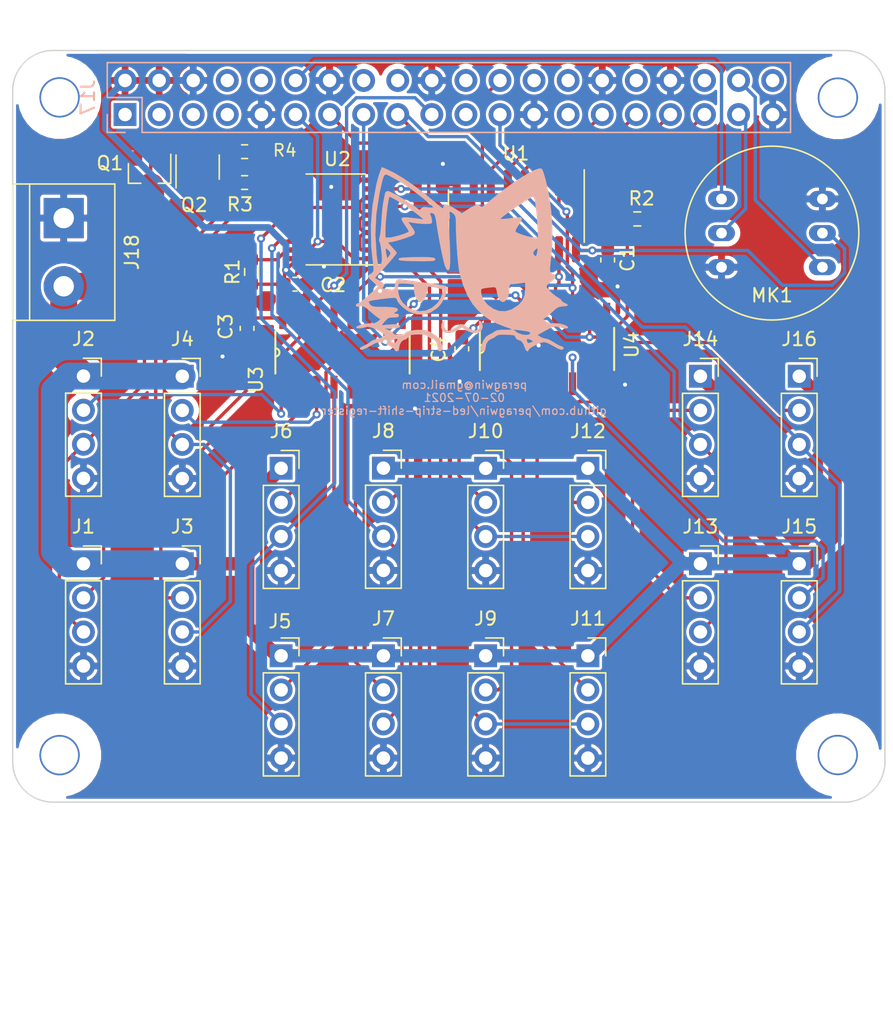
<source format=kicad_pcb>
(kicad_pcb (version 20171130) (host pcbnew 5.1.9)

  (general
    (thickness 1.6)
    (drawings 53)
    (tracks 437)
    (zones 0)
    (modules 38)
    (nets 59)
  )

  (page A4)
  (layers
    (0 F.Cu signal)
    (31 B.Cu signal)
    (32 B.Adhes user)
    (33 F.Adhes user)
    (34 B.Paste user)
    (35 F.Paste user)
    (36 B.SilkS user)
    (37 F.SilkS user)
    (38 B.Mask user)
    (39 F.Mask user)
    (40 Dwgs.User user)
    (41 Cmts.User user)
    (42 Eco1.User user)
    (43 Eco2.User user)
    (44 Edge.Cuts user)
    (45 Margin user)
    (46 B.CrtYd user hide)
    (47 F.CrtYd user hide)
    (48 B.Fab user)
    (49 F.Fab user)
  )

  (setup
    (last_trace_width 0.15)
    (user_trace_width 0.15)
    (user_trace_width 0.2)
    (user_trace_width 0.25)
    (user_trace_width 0.4)
    (user_trace_width 0.5)
    (user_trace_width 0.6)
    (user_trace_width 1)
    (user_trace_width 2)
    (trace_clearance 0.2)
    (zone_clearance 0.2)
    (zone_45_only no)
    (trace_min 0.15)
    (via_size 0.4)
    (via_drill 0.2)
    (via_min_size 0.4)
    (via_min_drill 0.2)
    (user_via 0.6 0.3)
    (uvia_size 0.3)
    (uvia_drill 0.1)
    (uvias_allowed no)
    (uvia_min_size 0.2)
    (uvia_min_drill 0.1)
    (edge_width 0.15)
    (segment_width 0.15)
    (pcb_text_width 0.3)
    (pcb_text_size 1.5 1.5)
    (mod_edge_width 0.15)
    (mod_text_size 0.6 0.6)
    (mod_text_width 0.09)
    (pad_size 1.524 1.524)
    (pad_drill 0.762)
    (pad_to_mask_clearance 0.1)
    (aux_axis_origin 0 0)
    (visible_elements 7FFFFE3F)
    (pcbplotparams
      (layerselection 0x010f8_ffffffff)
      (usegerberextensions false)
      (usegerberattributes false)
      (usegerberadvancedattributes false)
      (creategerberjobfile false)
      (excludeedgelayer false)
      (linewidth 0.100000)
      (plotframeref false)
      (viasonmask false)
      (mode 1)
      (useauxorigin false)
      (hpglpennumber 1)
      (hpglpenspeed 20)
      (hpglpendiameter 15.000000)
      (psnegative false)
      (psa4output false)
      (plotreference true)
      (plotvalue false)
      (plotinvisibletext false)
      (padsonsilk true)
      (subtractmaskfromsilk false)
      (outputformat 4)
      (mirror false)
      (drillshape 0)
      (scaleselection 1)
      (outputdirectory "prod"))
  )

  (net 0 "")
  (net 1 GND)
  (net 2 "Net-(Q1-Pad1)")
  (net 3 "Net-(Q2-Pad1)")
  (net 4 /LCLK)
  (net 5 /L0)
  (net 6 /L1)
  (net 7 +3V3)
  (net 8 +5VP)
  (net 9 /DAT)
  (net 10 /CLK)
  (net 11 /CNT_ENA)
  (net 12 /L2)
  (net 13 /L3)
  (net 14 +5V)
  (net 15 /L4)
  (net 16 /L5)
  (net 17 /L6)
  (net 18 /L7)
  (net 19 /L8)
  (net 20 /L9)
  (net 21 /LA)
  (net 22 /LB)
  (net 23 /LC)
  (net 24 /LD)
  (net 25 /LE)
  (net 26 /LF)
  (net 27 /LATCH)
  (net 28 "Net-(U1-Pad14)")
  (net 29 "Net-(U1-Pad13)")
  (net 30 "Net-(U1-Pad12)")
  (net 31 /CLK_DIV)
  (net 32 /~CNT_LOAD)
  (net 33 /CNT_P3)
  (net 34 /CNT_P2)
  (net 35 /CNT_P1)
  (net 36 /CNT_P0)
  (net 37 /~RST)
  (net 38 "Net-(U3-Pad9)")
  (net 39 "Net-(U4-Pad9)")
  (net 40 /I2S_CLK)
  (net 41 /I2S_WS)
  (net 42 /I2S_IN)
  (net 43 "Net-(J17-Pad3)")
  (net 44 "Net-(J17-Pad5)")
  (net 45 "Net-(J17-Pad7)")
  (net 46 "Net-(J17-Pad8)")
  (net 47 "Net-(J17-Pad10)")
  (net 48 "Net-(J17-Pad16)")
  (net 49 "Net-(J17-Pad18)")
  (net 50 "Net-(J17-Pad21)")
  (net 51 "Net-(J17-Pad22)")
  (net 52 "Net-(J17-Pad26)")
  (net 53 "Net-(J17-Pad27)")
  (net 54 "Net-(J17-Pad28)")
  (net 55 "Net-(J17-Pad32)")
  (net 56 "Net-(J17-Pad36)")
  (net 57 "Net-(J17-Pad40)")
  (net 58 /~LCLK_OE)

  (net_class Default "This is the default net class."
    (clearance 0.2)
    (trace_width 0.15)
    (via_dia 0.4)
    (via_drill 0.2)
    (uvia_dia 0.3)
    (uvia_drill 0.1)
    (add_net +3V3)
    (add_net +5V)
    (add_net +5VP)
    (add_net /CLK)
    (add_net /CLK_DIV)
    (add_net /CNT_ENA)
    (add_net /CNT_P0)
    (add_net /CNT_P1)
    (add_net /CNT_P2)
    (add_net /CNT_P3)
    (add_net /DAT)
    (add_net /I2S_CLK)
    (add_net /I2S_IN)
    (add_net /I2S_WS)
    (add_net /L0)
    (add_net /L1)
    (add_net /L2)
    (add_net /L3)
    (add_net /L4)
    (add_net /L5)
    (add_net /L6)
    (add_net /L7)
    (add_net /L8)
    (add_net /L9)
    (add_net /LA)
    (add_net /LATCH)
    (add_net /LB)
    (add_net /LC)
    (add_net /LCLK)
    (add_net /LD)
    (add_net /LE)
    (add_net /LF)
    (add_net /~CNT_LOAD)
    (add_net /~LCLK_OE)
    (add_net /~RST)
    (add_net GND)
    (add_net "Net-(J17-Pad10)")
    (add_net "Net-(J17-Pad16)")
    (add_net "Net-(J17-Pad18)")
    (add_net "Net-(J17-Pad21)")
    (add_net "Net-(J17-Pad22)")
    (add_net "Net-(J17-Pad26)")
    (add_net "Net-(J17-Pad27)")
    (add_net "Net-(J17-Pad28)")
    (add_net "Net-(J17-Pad3)")
    (add_net "Net-(J17-Pad32)")
    (add_net "Net-(J17-Pad36)")
    (add_net "Net-(J17-Pad40)")
    (add_net "Net-(J17-Pad5)")
    (add_net "Net-(J17-Pad7)")
    (add_net "Net-(J17-Pad8)")
    (add_net "Net-(Q1-Pad1)")
    (add_net "Net-(Q2-Pad1)")
    (add_net "Net-(U1-Pad12)")
    (add_net "Net-(U1-Pad13)")
    (add_net "Net-(U1-Pad14)")
    (add_net "Net-(U3-Pad9)")
    (add_net "Net-(U4-Pad9)")
  )

  (module Resistor_SMD:R_0603_1608Metric_Pad0.98x0.95mm_HandSolder (layer F.Cu) (tedit 5F68FEEE) (tstamp 6020C736)
    (at 125.095 73.3679)
    (descr "Resistor SMD 0603 (1608 Metric), square (rectangular) end terminal, IPC_7351 nominal with elongated pad for handsoldering. (Body size source: IPC-SM-782 page 72, https://www.pcb-3d.com/wordpress/wp-content/uploads/ipc-sm-782a_amendment_1_and_2.pdf), generated with kicad-footprint-generator")
    (tags "resistor handsolder")
    (path /6022CDBD)
    (attr smd)
    (fp_text reference R2 (at 0.3175 -1.524) (layer F.SilkS)
      (effects (font (size 1 1) (thickness 0.15)))
    )
    (fp_text value 10k (at 0 1.43) (layer F.Fab)
      (effects (font (size 1 1) (thickness 0.15)))
    )
    (fp_text user %R (at 0 0) (layer F.Fab)
      (effects (font (size 0.4 0.4) (thickness 0.06)))
    )
    (fp_line (start -0.8 0.4125) (end -0.8 -0.4125) (layer F.Fab) (width 0.1))
    (fp_line (start -0.8 -0.4125) (end 0.8 -0.4125) (layer F.Fab) (width 0.1))
    (fp_line (start 0.8 -0.4125) (end 0.8 0.4125) (layer F.Fab) (width 0.1))
    (fp_line (start 0.8 0.4125) (end -0.8 0.4125) (layer F.Fab) (width 0.1))
    (fp_line (start -0.254724 -0.5225) (end 0.254724 -0.5225) (layer F.SilkS) (width 0.12))
    (fp_line (start -0.254724 0.5225) (end 0.254724 0.5225) (layer F.SilkS) (width 0.12))
    (fp_line (start -1.65 0.73) (end -1.65 -0.73) (layer F.CrtYd) (width 0.05))
    (fp_line (start -1.65 -0.73) (end 1.65 -0.73) (layer F.CrtYd) (width 0.05))
    (fp_line (start 1.65 -0.73) (end 1.65 0.73) (layer F.CrtYd) (width 0.05))
    (fp_line (start 1.65 0.73) (end -1.65 0.73) (layer F.CrtYd) (width 0.05))
    (pad 2 smd roundrect (at 0.9125 0) (size 0.975 0.95) (layers F.Cu F.Paste F.Mask) (roundrect_rratio 0.25)
      (net 1 GND))
    (pad 1 smd roundrect (at -0.9125 0) (size 0.975 0.95) (layers F.Cu F.Paste F.Mask) (roundrect_rratio 0.25)
      (net 37 /~RST))
    (model ${KISYS3DMOD}/Resistor_SMD.3dshapes/R_0603_1608Metric.wrl
      (at (xyz 0 0 0))
      (scale (xyz 1 1 1))
      (rotate (xyz 0 0 0))
    )
  )

  (module Capacitor_SMD:C_0603_1608Metric_Pad1.08x0.95mm_HandSolder (layer F.Cu) (tedit 5F68FEEF) (tstamp 60206DB8)
    (at 122.8852 76.4286 270)
    (descr "Capacitor SMD 0603 (1608 Metric), square (rectangular) end terminal, IPC_7351 nominal with elongated pad for handsoldering. (Body size source: IPC-SM-782 page 76, https://www.pcb-3d.com/wordpress/wp-content/uploads/ipc-sm-782a_amendment_1_and_2.pdf), generated with kicad-footprint-generator")
    (tags "capacitor handsolder")
    (path /60464F18)
    (attr smd)
    (fp_text reference C1 (at -0.0889 -1.4732 90) (layer F.SilkS)
      (effects (font (size 1 1) (thickness 0.15)))
    )
    (fp_text value 1u (at 0 1.43 90) (layer F.Fab)
      (effects (font (size 1 1) (thickness 0.15)))
    )
    (fp_line (start 1.65 0.73) (end -1.65 0.73) (layer F.CrtYd) (width 0.05))
    (fp_line (start 1.65 -0.73) (end 1.65 0.73) (layer F.CrtYd) (width 0.05))
    (fp_line (start -1.65 -0.73) (end 1.65 -0.73) (layer F.CrtYd) (width 0.05))
    (fp_line (start -1.65 0.73) (end -1.65 -0.73) (layer F.CrtYd) (width 0.05))
    (fp_line (start -0.146267 0.51) (end 0.146267 0.51) (layer F.SilkS) (width 0.12))
    (fp_line (start -0.146267 -0.51) (end 0.146267 -0.51) (layer F.SilkS) (width 0.12))
    (fp_line (start 0.8 0.4) (end -0.8 0.4) (layer F.Fab) (width 0.1))
    (fp_line (start 0.8 -0.4) (end 0.8 0.4) (layer F.Fab) (width 0.1))
    (fp_line (start -0.8 -0.4) (end 0.8 -0.4) (layer F.Fab) (width 0.1))
    (fp_line (start -0.8 0.4) (end -0.8 -0.4) (layer F.Fab) (width 0.1))
    (fp_text user %R (at 0 0 90) (layer F.Fab)
      (effects (font (size 0.4 0.4) (thickness 0.06)))
    )
    (pad 2 smd roundrect (at 0.8625 0 270) (size 1.075 0.95) (layers F.Cu F.Paste F.Mask) (roundrect_rratio 0.25)
      (net 1 GND))
    (pad 1 smd roundrect (at -0.8625 0 270) (size 1.075 0.95) (layers F.Cu F.Paste F.Mask) (roundrect_rratio 0.25)
      (net 7 +3V3))
    (model ${KISYS3DMOD}/Capacitor_SMD.3dshapes/C_0603_1608Metric.wrl
      (at (xyz 0 0 0))
      (scale (xyz 1 1 1))
      (rotate (xyz 0 0 0))
    )
  )

  (module Capacitor_SMD:C_0603_1608Metric_Pad1.08x0.95mm_HandSolder (layer F.Cu) (tedit 5F68FEEF) (tstamp 60206DEB)
    (at 112.014 83.045 270)
    (descr "Capacitor SMD 0603 (1608 Metric), square (rectangular) end terminal, IPC_7351 nominal with elongated pad for handsoldering. (Body size source: IPC-SM-782 page 76, https://www.pcb-3d.com/wordpress/wp-content/uploads/ipc-sm-782a_amendment_1_and_2.pdf), generated with kicad-footprint-generator")
    (tags "capacitor handsolder")
    (path /604D17AA)
    (attr smd)
    (fp_text reference C4 (at 0.0511 1.7272 90) (layer F.SilkS)
      (effects (font (size 1 1) (thickness 0.15)))
    )
    (fp_text value 1u (at 0 1.43 90) (layer F.Fab)
      (effects (font (size 1 1) (thickness 0.15)))
    )
    (fp_line (start 1.65 0.73) (end -1.65 0.73) (layer F.CrtYd) (width 0.05))
    (fp_line (start 1.65 -0.73) (end 1.65 0.73) (layer F.CrtYd) (width 0.05))
    (fp_line (start -1.65 -0.73) (end 1.65 -0.73) (layer F.CrtYd) (width 0.05))
    (fp_line (start -1.65 0.73) (end -1.65 -0.73) (layer F.CrtYd) (width 0.05))
    (fp_line (start -0.146267 0.51) (end 0.146267 0.51) (layer F.SilkS) (width 0.12))
    (fp_line (start -0.146267 -0.51) (end 0.146267 -0.51) (layer F.SilkS) (width 0.12))
    (fp_line (start 0.8 0.4) (end -0.8 0.4) (layer F.Fab) (width 0.1))
    (fp_line (start 0.8 -0.4) (end 0.8 0.4) (layer F.Fab) (width 0.1))
    (fp_line (start -0.8 -0.4) (end 0.8 -0.4) (layer F.Fab) (width 0.1))
    (fp_line (start -0.8 0.4) (end -0.8 -0.4) (layer F.Fab) (width 0.1))
    (fp_text user %R (at 0 0 90) (layer F.Fab)
      (effects (font (size 0.4 0.4) (thickness 0.06)))
    )
    (pad 2 smd roundrect (at 0.8625 0 270) (size 1.075 0.95) (layers F.Cu F.Paste F.Mask) (roundrect_rratio 0.25)
      (net 1 GND))
    (pad 1 smd roundrect (at -0.8625 0 270) (size 1.075 0.95) (layers F.Cu F.Paste F.Mask) (roundrect_rratio 0.25)
      (net 14 +5V))
    (model ${KISYS3DMOD}/Capacitor_SMD.3dshapes/C_0603_1608Metric.wrl
      (at (xyz 0 0 0))
      (scale (xyz 1 1 1))
      (rotate (xyz 0 0 0))
    )
  )

  (module Capacitor_SMD:C_0603_1608Metric_Pad1.08x0.95mm_HandSolder (layer F.Cu) (tedit 5F68FEEF) (tstamp 60206DDA)
    (at 96.012 81.521 270)
    (descr "Capacitor SMD 0603 (1608 Metric), square (rectangular) end terminal, IPC_7351 nominal with elongated pad for handsoldering. (Body size source: IPC-SM-782 page 76, https://www.pcb-3d.com/wordpress/wp-content/uploads/ipc-sm-782a_amendment_1_and_2.pdf), generated with kicad-footprint-generator")
    (tags "capacitor handsolder")
    (path /604B41F5)
    (attr smd)
    (fp_text reference C3 (at -0.1267 1.6002 90) (layer F.SilkS)
      (effects (font (size 1 1) (thickness 0.15)))
    )
    (fp_text value 1u (at 0 1.43 90) (layer F.Fab)
      (effects (font (size 1 1) (thickness 0.15)))
    )
    (fp_line (start 1.65 0.73) (end -1.65 0.73) (layer F.CrtYd) (width 0.05))
    (fp_line (start 1.65 -0.73) (end 1.65 0.73) (layer F.CrtYd) (width 0.05))
    (fp_line (start -1.65 -0.73) (end 1.65 -0.73) (layer F.CrtYd) (width 0.05))
    (fp_line (start -1.65 0.73) (end -1.65 -0.73) (layer F.CrtYd) (width 0.05))
    (fp_line (start -0.146267 0.51) (end 0.146267 0.51) (layer F.SilkS) (width 0.12))
    (fp_line (start -0.146267 -0.51) (end 0.146267 -0.51) (layer F.SilkS) (width 0.12))
    (fp_line (start 0.8 0.4) (end -0.8 0.4) (layer F.Fab) (width 0.1))
    (fp_line (start 0.8 -0.4) (end 0.8 0.4) (layer F.Fab) (width 0.1))
    (fp_line (start -0.8 -0.4) (end 0.8 -0.4) (layer F.Fab) (width 0.1))
    (fp_line (start -0.8 0.4) (end -0.8 -0.4) (layer F.Fab) (width 0.1))
    (fp_text user %R (at 0 0 90) (layer F.Fab)
      (effects (font (size 0.4 0.4) (thickness 0.06)))
    )
    (pad 2 smd roundrect (at 0.8625 0 270) (size 1.075 0.95) (layers F.Cu F.Paste F.Mask) (roundrect_rratio 0.25)
      (net 1 GND))
    (pad 1 smd roundrect (at -0.8625 0 270) (size 1.075 0.95) (layers F.Cu F.Paste F.Mask) (roundrect_rratio 0.25)
      (net 14 +5V))
    (model ${KISYS3DMOD}/Capacitor_SMD.3dshapes/C_0603_1608Metric.wrl
      (at (xyz 0 0 0))
      (scale (xyz 1 1 1))
      (rotate (xyz 0 0 0))
    )
  )

  (module Capacitor_SMD:C_0603_1608Metric_Pad1.08x0.95mm_HandSolder (layer F.Cu) (tedit 5F68FEEF) (tstamp 60206DC9)
    (at 99.581 78.232)
    (descr "Capacitor SMD 0603 (1608 Metric), square (rectangular) end terminal, IPC_7351 nominal with elongated pad for handsoldering. (Body size source: IPC-SM-782 page 76, https://www.pcb-3d.com/wordpress/wp-content/uploads/ipc-sm-782a_amendment_1_and_2.pdf), generated with kicad-footprint-generator")
    (tags "capacitor handsolder")
    (path /604B52B9)
    (attr smd)
    (fp_text reference C2 (at 2.8445 0.0635) (layer F.SilkS)
      (effects (font (size 1 1) (thickness 0.15)))
    )
    (fp_text value 1u (at 0 1.43) (layer F.Fab)
      (effects (font (size 1 1) (thickness 0.15)))
    )
    (fp_line (start 1.65 0.73) (end -1.65 0.73) (layer F.CrtYd) (width 0.05))
    (fp_line (start 1.65 -0.73) (end 1.65 0.73) (layer F.CrtYd) (width 0.05))
    (fp_line (start -1.65 -0.73) (end 1.65 -0.73) (layer F.CrtYd) (width 0.05))
    (fp_line (start -1.65 0.73) (end -1.65 -0.73) (layer F.CrtYd) (width 0.05))
    (fp_line (start -0.146267 0.51) (end 0.146267 0.51) (layer F.SilkS) (width 0.12))
    (fp_line (start -0.146267 -0.51) (end 0.146267 -0.51) (layer F.SilkS) (width 0.12))
    (fp_line (start 0.8 0.4) (end -0.8 0.4) (layer F.Fab) (width 0.1))
    (fp_line (start 0.8 -0.4) (end 0.8 0.4) (layer F.Fab) (width 0.1))
    (fp_line (start -0.8 -0.4) (end 0.8 -0.4) (layer F.Fab) (width 0.1))
    (fp_line (start -0.8 0.4) (end -0.8 -0.4) (layer F.Fab) (width 0.1))
    (fp_text user %R (at 0 0) (layer F.Fab)
      (effects (font (size 0.4 0.4) (thickness 0.06)))
    )
    (pad 2 smd roundrect (at 0.8625 0) (size 1.075 0.95) (layers F.Cu F.Paste F.Mask) (roundrect_rratio 0.25)
      (net 1 GND))
    (pad 1 smd roundrect (at -0.8625 0) (size 1.075 0.95) (layers F.Cu F.Paste F.Mask) (roundrect_rratio 0.25)
      (net 14 +5V))
    (model ${KISYS3DMOD}/Capacitor_SMD.3dshapes/C_0603_1608Metric.wrl
      (at (xyz 0 0 0))
      (scale (xyz 1 1 1))
      (rotate (xyz 0 0 0))
    )
  )

  (module Resistor_SMD:R_0603_1608Metric_Pad0.98x0.95mm_HandSolder (layer F.Cu) (tedit 5F68FEEE) (tstamp 60207FF4)
    (at 96.3549 77.3176 90)
    (descr "Resistor SMD 0603 (1608 Metric), square (rectangular) end terminal, IPC_7351 nominal with elongated pad for handsoldering. (Body size source: IPC-SM-782 page 72, https://www.pcb-3d.com/wordpress/wp-content/uploads/ipc-sm-782a_amendment_1_and_2.pdf), generated with kicad-footprint-generator")
    (tags "resistor handsolder")
    (path /6026D4B4)
    (attr smd)
    (fp_text reference R1 (at 0 -1.43 90) (layer F.SilkS)
      (effects (font (size 1 1) (thickness 0.15)))
    )
    (fp_text value 10k (at 0 1.43 90) (layer F.Fab)
      (effects (font (size 1 1) (thickness 0.15)))
    )
    (fp_line (start 1.65 0.73) (end -1.65 0.73) (layer F.CrtYd) (width 0.05))
    (fp_line (start 1.65 -0.73) (end 1.65 0.73) (layer F.CrtYd) (width 0.05))
    (fp_line (start -1.65 -0.73) (end 1.65 -0.73) (layer F.CrtYd) (width 0.05))
    (fp_line (start -1.65 0.73) (end -1.65 -0.73) (layer F.CrtYd) (width 0.05))
    (fp_line (start -0.254724 0.5225) (end 0.254724 0.5225) (layer F.SilkS) (width 0.12))
    (fp_line (start -0.254724 -0.5225) (end 0.254724 -0.5225) (layer F.SilkS) (width 0.12))
    (fp_line (start 0.8 0.4125) (end -0.8 0.4125) (layer F.Fab) (width 0.1))
    (fp_line (start 0.8 -0.4125) (end 0.8 0.4125) (layer F.Fab) (width 0.1))
    (fp_line (start -0.8 -0.4125) (end 0.8 -0.4125) (layer F.Fab) (width 0.1))
    (fp_line (start -0.8 0.4125) (end -0.8 -0.4125) (layer F.Fab) (width 0.1))
    (fp_text user %R (at 0 0 90) (layer F.Fab)
      (effects (font (size 0.4 0.4) (thickness 0.06)))
    )
    (pad 2 smd roundrect (at 0.9125 0 90) (size 0.975 0.95) (layers F.Cu F.Paste F.Mask) (roundrect_rratio 0.25)
      (net 58 /~LCLK_OE))
    (pad 1 smd roundrect (at -0.9125 0 90) (size 0.975 0.95) (layers F.Cu F.Paste F.Mask) (roundrect_rratio 0.25)
      (net 14 +5V))
    (model ${KISYS3DMOD}/Resistor_SMD.3dshapes/R_0603_1608Metric.wrl
      (at (xyz 0 0 0))
      (scale (xyz 1 1 1))
      (rotate (xyz 0 0 0))
    )
  )

  (module footprints:peragato (layer B.Cu) (tedit 0) (tstamp 60220E04)
    (at 111.9124 74.8411 180)
    (fp_text reference G*** (at 0 0) (layer B.SilkS) hide
      (effects (font (size 1.524 1.524) (thickness 0.3)) (justify mirror))
    )
    (fp_text value LOGO (at 0.75 0) (layer B.SilkS) hide
      (effects (font (size 1.524 1.524) (thickness 0.3)) (justify mirror))
    )
    (fp_poly (pts (xy 5.975913 5.034182) (xy 6.054531 4.809792) (xy 6.151169 4.482458) (xy 6.247646 4.114656)
      (xy 6.268015 4.030427) (xy 6.546769 2.518859) (xy 6.674777 0.984138) (xy 6.650197 -0.539195)
      (xy 6.559936 -1.444717) (xy 6.505891 -1.86072) (xy 6.476077 -2.141749) (xy 6.47178 -2.320601)
      (xy 6.494282 -2.430072) (xy 6.54487 -2.50296) (xy 6.603402 -2.554489) (xy 6.774125 -2.679611)
      (xy 6.8803 -2.740365) (xy 6.882144 -2.816908) (xy 6.759081 -2.978492) (xy 6.561667 -3.173993)
      (xy 6.138334 -3.563234) (xy 6.569215 -3.961784) (xy 7.002905 -4.352819) (xy 7.32929 -4.623727)
      (xy 7.554993 -4.779657) (xy 7.680563 -4.826) (xy 7.774947 -4.894826) (xy 7.789334 -4.962423)
      (xy 7.756225 -5.049912) (xy 7.62881 -5.064206) (xy 7.4989 -5.04436) (xy 7.323548 -5.027194)
      (xy 7.171752 -5.067357) (xy 6.992221 -5.187405) (xy 6.798322 -5.352437) (xy 6.546003 -5.56916)
      (xy 6.31222 -5.75943) (xy 6.178589 -5.859832) (xy 5.969 -6.004663) (xy 6.180667 -6.179222)
      (xy 6.442838 -6.311401) (xy 6.608608 -6.314986) (xy 6.824306 -6.309217) (xy 7.100793 -6.343635)
      (xy 7.384189 -6.405777) (xy 7.620613 -6.483178) (xy 7.756188 -6.563372) (xy 7.768316 -6.58328)
      (xy 7.729888 -6.663916) (xy 7.557827 -6.684908) (xy 7.277215 -6.64563) (xy 7.092993 -6.600145)
      (xy 6.91956 -6.563278) (xy 6.761208 -6.570087) (xy 6.569543 -6.632463) (xy 6.296169 -6.762295)
      (xy 6.170384 -6.826828) (xy 5.872495 -6.983497) (xy 5.70388 -7.086126) (xy 5.642975 -7.157628)
      (xy 5.668219 -7.22092) (xy 5.739927 -7.284264) (xy 5.94153 -7.392736) (xy 6.206677 -7.472911)
      (xy 6.249374 -7.480628) (xy 6.494184 -7.549128) (xy 6.675342 -7.650593) (xy 6.697638 -7.673144)
      (xy 6.843419 -7.789692) (xy 7.07679 -7.921705) (xy 7.18826 -7.973209) (xy 7.411616 -8.083241)
      (xy 7.492184 -8.167606) (xy 7.464667 -8.232533) (xy 7.382978 -8.268508) (xy 7.24642 -8.245919)
      (xy 7.031278 -8.155482) (xy 6.713832 -7.987913) (xy 6.434667 -7.82935) (xy 6.209017 -7.736504)
      (xy 6.034376 -7.705915) (xy 5.848758 -7.741466) (xy 5.599433 -7.833912) (xy 5.33408 -7.959207)
      (xy 5.100378 -8.093305) (xy 4.946005 -8.212161) (xy 4.910667 -8.272638) (xy 4.840015 -8.361372)
      (xy 4.741334 -8.382) (xy 4.613646 -8.338163) (xy 4.572512 -8.17966) (xy 4.572 -8.146839)
      (xy 4.523634 -7.896946) (xy 4.402777 -7.679146) (xy 4.24579 -7.549762) (xy 4.177218 -7.535334)
      (xy 4.09139 -7.498308) (xy 4.683965 -7.498308) (xy 4.735197 -7.608534) (xy 4.8443 -7.760005)
      (xy 4.967507 -7.767337) (xy 5.077548 -7.707974) (xy 5.162978 -7.627772) (xy 5.112874 -7.562992)
      (xy 4.911813 -7.496477) (xy 4.880211 -7.488416) (xy 4.716406 -7.45651) (xy 4.683965 -7.498308)
      (xy 4.09139 -7.498308) (xy 4.033988 -7.473545) (xy 3.888838 -7.335487) (xy 3.783291 -7.227787)
      (xy 3.647474 -7.166679) (xy 3.433173 -7.139029) (xy 3.141588 -7.131946) (xy 2.803904 -7.139444)
      (xy 2.589459 -7.173581) (xy 2.453008 -7.244041) (xy 2.405646 -7.28946) (xy 2.237115 -7.414137)
      (xy 2.108345 -7.450667) (xy 1.928323 -7.527204) (xy 1.78218 -7.724348) (xy 1.700829 -7.993399)
      (xy 1.693334 -8.104506) (xy 1.671455 -8.300734) (xy 1.58767 -8.375834) (xy 1.524 -8.382)
      (xy 1.393858 -8.31907) (xy 1.349958 -8.155009) (xy 1.380723 -7.926909) (xy 1.474579 -7.67186)
      (xy 1.619951 -7.426956) (xy 1.805263 -7.229289) (xy 1.904637 -7.162278) (xy 2.102388 -7.045954)
      (xy 2.294626 -6.924406) (xy 2.513201 -6.838893) (xy 2.814313 -6.795209) (xy 3.157589 -6.789577)
      (xy 3.502657 -6.818218) (xy 3.809143 -6.877355) (xy 4.036676 -6.963209) (xy 4.144881 -7.072004)
      (xy 4.148667 -7.097892) (xy 4.224841 -7.135668) (xy 4.4196 -7.15964) (xy 4.572 -7.164103)
      (xy 4.853504 -7.144677) (xy 4.986359 -7.088508) (xy 4.995334 -7.06244) (xy 5.066432 -6.969019)
      (xy 5.243839 -6.860136) (xy 5.312834 -6.829085) (xy 5.630334 -6.697392) (xy 5.106164 -6.69303)
      (xy 4.772088 -6.669817) (xy 4.564278 -6.611638) (xy 4.496985 -6.525883) (xy 4.58232 -6.421388)
      (xy 4.721414 -6.388796) (xy 4.973842 -6.379338) (xy 5.284524 -6.39503) (xy 5.870049 -6.447684)
      (xy 5.623191 -6.1496) (xy 5.447017 -5.961867) (xy 5.282949 -5.879444) (xy 5.050332 -5.865976)
      (xy 4.998278 -5.867925) (xy 4.751598 -5.864126) (xy 4.628332 -5.815451) (xy 4.589904 -5.736167)
      (xy 4.609952 -5.625111) (xy 4.755162 -5.584119) (xy 4.798625 -5.58227) (xy 4.959857 -5.573752)
      (xy 4.963219 -5.544551) (xy 4.847167 -5.484665) (xy 4.701436 -5.377108) (xy 4.656667 -5.288603)
      (xy 4.702723 -5.200596) (xy 4.853131 -5.139293) (xy 5.12625 -5.101387) (xy 5.540438 -5.083569)
      (xy 5.807711 -5.081156) (xy 6.186134 -5.075696) (xy 6.434623 -5.055807) (xy 6.592429 -5.01417)
      (xy 6.698803 -4.943467) (xy 6.732811 -4.908666) (xy 6.827207 -4.752195) (xy 6.809433 -4.663984)
      (xy 6.701007 -4.627717) (xy 6.466655 -4.581285) (xy 6.14902 -4.53058) (xy 5.790748 -4.48149)
      (xy 5.434483 -4.439906) (xy 5.122868 -4.411717) (xy 4.917403 -4.402667) (xy 4.776374 -4.446084)
      (xy 4.741334 -4.510376) (xy 4.674319 -4.68616) (xy 4.498017 -4.910115) (xy 4.249539 -5.145317)
      (xy 3.965999 -5.354843) (xy 3.793509 -5.453361) (xy 3.264533 -5.630394) (xy 2.735856 -5.642156)
      (xy 2.225252 -5.491803) (xy 1.750495 -5.182493) (xy 1.627114 -5.068531) (xy 1.414091 -4.808679)
      (xy 1.232562 -4.498691) (xy 1.095984 -4.176714) (xy 1.017814 -3.880898) (xy 1.015543 -3.797525)
      (xy 1.270472 -3.797525) (xy 1.322833 -4.065251) (xy 1.454392 -4.38697) (xy 1.632462 -4.689572)
      (xy 1.718393 -4.799272) (xy 2.126485 -5.152194) (xy 2.588183 -5.355455) (xy 3.080275 -5.402164)
      (xy 3.479866 -5.322307) (xy 3.934095 -5.094867) (xy 4.304835 -4.760447) (xy 4.488115 -4.485802)
      (xy 4.581937 -4.230639) (xy 4.639275 -3.93484) (xy 4.656157 -3.651727) (xy 4.62861 -3.434622)
      (xy 4.573084 -3.345003) (xy 4.449518 -3.326388) (xy 4.214342 -3.330824) (xy 3.980417 -3.350943)
      (xy 3.471334 -3.408539) (xy 3.471202 -3.757436) (xy 3.43382 -4.064285) (xy 3.337021 -4.360313)
      (xy 3.203491 -4.59527) (xy 3.055916 -4.718908) (xy 3.034534 -4.724643) (xy 2.850802 -4.679937)
      (xy 2.680063 -4.501823) (xy 2.547822 -4.225761) (xy 2.48769 -3.964368) (xy 2.447917 -3.728306)
      (xy 2.406793 -3.580825) (xy 2.387861 -3.556) (xy 2.226787 -3.572172) (xy 1.986972 -3.613223)
      (xy 1.720208 -3.66796) (xy 1.478286 -3.725188) (xy 1.312997 -3.773711) (xy 1.270472 -3.797525)
      (xy 1.015543 -3.797525) (xy 1.011508 -3.649394) (xy 1.082611 -3.524826) (xy 1.183753 -3.500995)
      (xy 1.42563 -3.459181) (xy 1.78111 -3.403617) (xy 2.223059 -3.338535) (xy 2.724343 -3.268167)
      (xy 2.754778 -3.263997) (xy 3.264672 -3.193675) (xy 3.722613 -3.129456) (xy 4.099881 -3.075455)
      (xy 4.367752 -3.035785) (xy 4.497504 -3.014557) (xy 4.499128 -3.014213) (xy 4.68904 -3.02477)
      (xy 4.813032 -3.166471) (xy 4.885466 -3.456121) (xy 4.887118 -3.468203) (xy 4.935396 -3.828143)
      (xy 5.240532 -3.77767) (xy 5.493848 -3.74293) (xy 5.698821 -3.726445) (xy 5.710767 -3.726265)
      (xy 5.819843 -3.70507) (xy 5.777814 -3.627307) (xy 5.774267 -3.623734) (xy 5.68045 -3.466328)
      (xy 5.737937 -3.317834) (xy 5.954161 -3.162858) (xy 6.011334 -3.132667) (xy 6.214637 -3.019416)
      (xy 6.335466 -2.933691) (xy 6.35 -2.912595) (xy 6.294631 -2.83317) (xy 6.149734 -2.671251)
      (xy 5.954493 -2.469816) (xy 5.740196 -2.24658) (xy 5.496339 -1.978852) (xy 5.249335 -1.6975)
      (xy 5.025598 -1.433392) (xy 4.851541 -1.217397) (xy 4.785363 -1.12484) (xy 5.222322 -1.12484)
      (xy 5.310814 -1.271643) (xy 5.45445 -1.476712) (xy 5.523119 -1.146205) (xy 5.561259 -0.917714)
      (xy 5.570501 -0.761653) (xy 5.567049 -0.741481) (xy 5.501043 -0.743959) (xy 5.372554 -0.848409)
      (xy 5.354744 -0.866919) (xy 5.232338 -1.014515) (xy 5.222322 -1.12484) (xy 4.785363 -1.12484)
      (xy 4.753577 -1.080384) (xy 4.741334 -1.052046) (xy 4.794159 -0.973746) (xy 4.931483 -0.810336)
      (xy 5.090783 -0.633108) (xy 5.2798 -0.424624) (xy 5.36353 -0.311298) (xy 5.351828 -0.264125)
      (xy 5.254545 -0.254101) (xy 5.219566 -0.254) (xy 5.04173 -0.226672) (xy 4.75583 -0.155041)
      (xy 4.412214 -0.054643) (xy 4.061226 0.058991) (xy 3.753214 0.170328) (xy 3.538524 0.263833)
      (xy 3.534834 0.265784) (xy 3.416515 0.366508) (xy 3.406571 0.506711) (xy 3.509842 0.716239)
      (xy 3.6378 0.900796) (xy 3.888934 1.242284) (xy 3.489634 1.176523) (xy 3.162911 1.137044)
      (xy 2.783212 1.110928) (xy 2.6035 1.105714) (xy 2.329486 1.107525) (xy 2.184098 1.132063)
      (xy 2.126703 1.197037) (xy 2.116667 1.317899) (xy 2.133849 1.431735) (xy 2.751667 1.431735)
      (xy 3.005667 1.474305) (xy 3.223742 1.504893) (xy 3.537254 1.54192) (xy 3.831167 1.572634)
      (xy 4.162394 1.594409) (xy 4.347837 1.566961) (xy 4.396735 1.470315) (xy 4.318327 1.284495)
      (xy 4.121852 0.989529) (xy 4.109153 0.971639) (xy 3.959093 0.748072) (xy 3.866199 0.584929)
      (xy 3.849741 0.524704) (xy 3.981638 0.450991) (xy 4.226628 0.356433) (xy 4.53253 0.257028)
      (xy 4.847161 0.168777) (xy 5.118339 0.107679) (xy 5.2705 0.089078) (xy 5.588 0.084666)
      (xy 5.588 0.720224) (xy 5.577856 1.002852) (xy 5.550491 1.365118) (xy 5.510506 1.769644)
      (xy 5.462503 2.179051) (xy 5.411084 2.555963) (xy 5.36085 2.863) (xy 5.316403 3.062786)
      (xy 5.292899 3.117323) (xy 5.201861 3.097928) (xy 5.001417 2.997915) (xy 4.719774 2.835341)
      (xy 4.385135 2.628265) (xy 4.025706 2.394747) (xy 3.669691 2.152845) (xy 3.345296 1.920619)
      (xy 3.080724 1.716126) (xy 3.005667 1.652872) (xy 2.751667 1.431735) (xy 2.133849 1.431735)
      (xy 2.15306 1.559006) (xy 2.208193 1.706151) (xy 2.270793 1.86825) (xy 2.209417 1.920026)
      (xy 2.062125 1.895076) (xy 1.973134 1.848766) (xy 1.907385 1.74221) (xy 1.852901 1.541908)
      (xy 1.797705 1.214359) (xy 1.783331 1.115268) (xy 1.707538 0.624598) (xy 1.615203 0.090528)
      (xy 1.513181 -0.453271) (xy 1.40833 -0.973123) (xy 1.307504 -1.435356) (xy 1.217559 -1.806297)
      (xy 1.145351 -2.052272) (xy 1.130528 -2.091123) (xy 1.011191 -2.308815) (xy 0.905765 -2.360593)
      (xy 0.816754 -2.245308) (xy 0.813392 -2.236742) (xy 0.784457 -2.064872) (xy 0.768617 -1.756159)
      (xy 0.765492 -1.342553) (xy 0.774701 -0.856009) (xy 0.795864 -0.328479) (xy 0.8286 0.208085)
      (xy 0.845025 0.420202) (xy 0.877825 0.896564) (xy 0.883865 1.218557) (xy 0.863014 1.399037)
      (xy 0.834598 1.446792) (xy 0.783976 1.568263) (xy 0.80201 1.767423) (xy 0.823982 1.963042)
      (xy 0.765166 2.017721) (xy 0.614667 1.935455) (xy 0.529167 1.867445) (xy 0.436541 1.773231)
      (xy 0.379489 1.652571) (xy 0.349358 1.464895) (xy 0.337498 1.169631) (xy 0.335679 0.960095)
      (xy 0.325911 0.449137) (xy 0.302256 -0.119181) (xy 0.26756 -0.707026) (xy 0.224668 -1.276564)
      (xy 0.176429 -1.789964) (xy 0.125687 -2.209392) (xy 0.075726 -2.495157) (xy -0.192805 -3.438701)
      (xy -0.52344 -4.233153) (xy -0.92119 -4.88884) (xy -1.299253 -5.328529) (xy -1.744434 -5.732296)
      (xy -2.190713 -6.050065) (xy -2.689574 -6.312205) (xy -3.292499 -6.549086) (xy -3.471333 -6.609846)
      (xy -3.71804 -6.695582) (xy -3.817323 -6.74503) (xy -3.784068 -6.770167) (xy -3.683 -6.780151)
      (xy -3.423472 -6.786313) (xy -3.123938 -6.780365) (xy -3.088229 -6.778691) (xy -2.72312 -6.823834)
      (xy -2.537895 -6.925007) (xy -2.322704 -7.064536) (xy -2.140033 -7.147694) (xy -1.907821 -7.299694)
      (xy -1.710725 -7.574752) (xy -1.579167 -7.926661) (xy -1.558472 -8.03108) (xy -1.531666 -8.252559)
      (xy -1.556855 -8.354146) (xy -1.650158 -8.381438) (xy -1.682512 -8.382) (xy -1.82323 -8.336327)
      (xy -1.862666 -8.174317) (xy -1.917618 -7.860619) (xy -2.062754 -7.612099) (xy -2.268501 -7.479208)
      (xy -2.270436 -7.478716) (xy -2.498548 -7.376328) (xy -2.629047 -7.276953) (xy -2.750447 -7.194235)
      (xy -2.932249 -7.153591) (xy -3.219934 -7.147206) (xy -3.357626 -7.151766) (xy -3.697205 -7.166024)
      (xy -3.904336 -7.181126) (xy -4.01563 -7.207547) (xy -4.067698 -7.255763) (xy -4.097151 -7.33625)
      (xy -4.106333 -7.366) (xy -4.212956 -7.503535) (xy -4.310583 -7.535334) (xy -4.513281 -7.613198)
      (xy -4.685623 -7.819662) (xy -4.793244 -8.112389) (xy -4.862245 -8.281954) (xy -4.961634 -8.377849)
      (xy -5.049028 -8.376062) (xy -5.082324 -8.276167) (xy -5.156081 -8.183472) (xy -5.342884 -8.058989)
      (xy -5.595583 -7.925806) (xy -5.86703 -7.80701) (xy -6.110075 -7.725689) (xy -6.252572 -7.703131)
      (xy -6.424421 -7.74725) (xy -6.67969 -7.861114) (xy -6.948099 -8.011199) (xy -7.22253 -8.162537)
      (xy -7.44791 -8.253874) (xy -7.574694 -8.267857) (xy -7.694451 -8.176611) (xy -7.657547 -8.078175)
      (xy -7.509508 -8.012709) (xy -7.327564 -7.937449) (xy -7.080108 -7.799865) (xy -6.938008 -7.708738)
      (xy -6.856596 -7.661216) (xy -5.389871 -7.661216) (xy -5.291666 -7.709035) (xy -5.106583 -7.772653)
      (xy -5.014691 -7.753161) (xy -4.960065 -7.650215) (xy -4.937134 -7.498944) (xy -5.032433 -7.463729)
      (xy -5.227809 -7.531899) (xy -5.380248 -7.611374) (xy -5.389871 -7.661216) (xy -6.856596 -7.661216)
      (xy -6.687262 -7.562372) (xy -6.46135 -7.469401) (xy -6.368188 -7.452208) (xy -6.153652 -7.404728)
      (xy -5.962269 -7.311471) (xy -5.749828 -7.172275) (xy -6.012883 -7.027015) (xy -5.204383 -7.027015)
      (xy -5.197286 -7.064452) (xy -5.083586 -7.14877) (xy -4.868068 -7.170861) (xy -4.604078 -7.136311)
      (xy -4.344959 -7.050706) (xy -4.189145 -6.958886) (xy -3.937 -6.763438) (xy -4.360333 -6.813926)
      (xy -4.763704 -6.866862) (xy -5.022567 -6.915153) (xy -5.161326 -6.966102) (xy -5.204383 -7.027015)
      (xy -6.012883 -7.027015) (xy -6.364166 -6.833036) (xy -6.672126 -6.667135) (xy -6.881794 -6.573687)
      (xy -7.04166 -6.54071) (xy -7.200211 -6.556223) (xy -7.3428 -6.591232) (xy -7.697531 -6.668691)
      (xy -7.930536 -6.681349) (xy -8.027311 -6.629214) (xy -8.024851 -6.590888) (xy -7.917774 -6.494265)
      (xy -7.69625 -6.403703) (xy -7.414961 -6.333536) (xy -7.128592 -6.298096) (xy -6.932046 -6.304457)
      (xy -6.648495 -6.301493) (xy -6.410221 -6.17949) (xy -6.398138 -6.170107) (xy -6.171184 -5.991585)
      (xy -6.366425 -5.861945) (xy -6.537227 -5.730585) (xy -6.766353 -5.532349) (xy -6.919715 -5.390276)
      (xy -7.163495 -5.1811) (xy -7.367776 -5.07588) (xy -7.594915 -5.043295) (xy -7.6112 -5.042957)
      (xy -7.882096 -5.01919) (xy -8.002346 -4.964083) (xy -7.96548 -4.88555) (xy -7.804917 -4.805966)
      (xy -7.622875 -4.712208) (xy -7.53645 -4.618423) (xy -7.535333 -4.609362) (xy -7.466674 -4.506874)
      (xy -7.334088 -4.422821) (xy -7.120172 -4.292569) (xy -6.866561 -4.093967) (xy -6.628738 -3.875254)
      (xy -6.528086 -3.760078) (xy -4.826 -3.760078) (xy -4.781545 -4.222466) (xy -4.633362 -4.586931)
      (xy -4.359225 -4.903983) (xy -4.299874 -4.95564) (xy -3.828826 -5.263926) (xy -3.348311 -5.405507)
      (xy -2.864258 -5.379518) (xy -2.454143 -5.224862) (xy -2.052503 -4.942515) (xy -1.748265 -4.586949)
      (xy -1.57235 -4.197291) (xy -1.549245 -4.079778) (xy -1.528314 -3.86036) (xy -1.566704 -3.753478)
      (xy -1.697905 -3.704318) (xy -1.788794 -3.687688) (xy -2.090601 -3.645372) (xy -2.367527 -3.618406)
      (xy -2.542721 -3.614641) (xy -2.637083 -3.662114) (xy -2.687654 -3.802155) (xy -2.722311 -4.014265)
      (xy -2.808897 -4.349811) (xy -2.944119 -4.590974) (xy -3.107539 -4.713099) (xy -3.278724 -4.691533)
      (xy -3.28201 -4.689514) (xy -3.494417 -4.459249) (xy -3.614279 -4.100269) (xy -3.639418 -3.788834)
      (xy -3.652098 -3.538575) (xy -3.697812 -3.417364) (xy -3.788833 -3.385931) (xy -3.955653 -3.375713)
      (xy -4.217289 -3.350454) (xy -4.3815 -3.331804) (xy -4.826 -3.278414) (xy -4.826 -3.760078)
      (xy -6.528086 -3.760078) (xy -6.462186 -3.684669) (xy -6.434828 -3.640969) (xy -6.41594 -3.534378)
      (xy -6.494527 -3.416044) (xy -6.69418 -3.253127) (xy -6.734397 -3.223986) (xy -6.990227 -3.014046)
      (xy -7.093757 -2.851238) (xy -7.049124 -2.717881) (xy -6.879166 -2.605225) (xy -6.782678 -2.557739)
      (xy -6.717298 -2.506508) (xy -6.68085 -2.423678) (xy -6.671161 -2.281397) (xy -6.686056 -2.051812)
      (xy -6.723361 -1.70707) (xy -6.774927 -1.27) (xy -6.812716 -0.743418) (xy -5.748766 -0.743418)
      (xy -5.739588 -0.898146) (xy -5.704145 -1.091442) (xy -5.653507 -1.264564) (xy -5.585859 -1.294247)
      (xy -5.534812 -1.260991) (xy -5.433776 -1.124524) (xy -5.418666 -1.061089) (xy -5.476351 -0.931225)
      (xy -5.588 -0.804334) (xy -5.700915 -0.718768) (xy -5.748766 -0.743418) (xy -6.812716 -0.743418)
      (xy -6.851172 -0.207544) (xy -6.84964 0.084666) (xy -5.783068 0.084666) (xy -5.51353 0.084666)
      (xy -5.28902 0.111801) (xy -4.980629 0.182215) (xy -4.717496 0.260672) (xy -4.434156 0.36264)
      (xy -4.214191 0.45509) (xy -4.112069 0.51317) (xy -4.110648 0.625778) (xy -4.213912 0.83274)
      (xy -4.302569 0.964839) (xy -4.454108 1.199272) (xy -4.551843 1.395432) (xy -4.572 1.474341)
      (xy -4.559591 1.546076) (xy -4.503183 1.586956) (xy -4.373999 1.598459) (xy -4.143266 1.582064)
      (xy -3.782207 1.539251) (xy -3.647234 1.521874) (xy -3.341403 1.48655) (xy -3.10856 1.467877)
      (xy -2.992451 1.469195) (xy -2.987566 1.471545) (xy -3.032698 1.535603) (xy -3.194037 1.671509)
      (xy -3.444537 1.860824) (xy -3.757149 2.085109) (xy -4.104826 2.325925) (xy -4.46052 2.564834)
      (xy -4.797184 2.783397) (xy -5.08777 2.963175) (xy -5.305229 3.085729) (xy -5.422515 3.132621)
      (xy -5.424251 3.132666) (xy -5.481517 3.052618) (xy -5.542095 2.830613) (xy -5.601826 2.493866)
      (xy -5.656548 2.069589) (xy -5.7021 1.584994) (xy -5.731717 1.121833) (xy -5.783068 0.084666)
      (xy -6.84964 0.084666) (xy -6.845205 0.93058) (xy -6.761565 2.091921) (xy -6.604794 3.22403)
      (xy -6.379433 4.274455) (xy -6.257786 4.703501) (xy -6.163777 4.998067) (xy -6.091884 5.162844)
      (xy -6.01434 5.229862) (xy -5.903375 5.23115) (xy -5.81455 5.214755) (xy -5.522154 5.114859)
      (xy -5.126842 4.917874) (xy -4.652094 4.639395) (xy -4.121386 4.295021) (xy -3.558197 3.90035)
      (xy -2.986004 3.47098) (xy -2.428284 3.022508) (xy -2.124827 2.763408) (xy -1.857458 2.535322)
      (xy -1.684643 2.408201) (xy -1.577594 2.36699) (xy -1.507527 2.396631) (xy -1.481833 2.42709)
      (xy -1.337482 2.518627) (xy -1.114575 2.492133) (xy -0.800502 2.344286) (xy -0.535827 2.177726)
      (xy -0.120829 1.898453) (xy 0.376349 2.219226) (xy 0.751392 2.432895) (xy 1.030522 2.530587)
      (xy 1.205947 2.511042) (xy 1.26987 2.373) (xy 1.27 2.363645) (xy 1.283118 2.275176)
      (xy 1.341867 2.272606) (xy 1.443591 2.344312) (xy 2.036006 2.344312) (xy 2.108194 2.315444)
      (xy 2.296342 2.31912) (xy 2.426764 2.334823) (xy 2.686686 2.360204) (xy 2.838536 2.33027)
      (xy 2.92916 2.246825) (xy 3.017003 2.151618) (xy 3.104707 2.170411) (xy 3.213159 2.263939)
      (xy 3.426823 2.429548) (xy 3.620929 2.547489) (xy 3.797957 2.646957) (xy 3.894667 2.716214)
      (xy 4.016964 2.8135) (xy 4.242329 2.957428) (xy 4.528198 3.124495) (xy 4.832006 3.2912)
      (xy 5.111188 3.434041) (xy 5.32318 3.529516) (xy 5.415613 3.556) (xy 5.571285 3.483544)
      (xy 5.621481 3.3655) (xy 5.658379 3.175296) (xy 5.712967 2.895304) (xy 5.749321 2.709333)
      (xy 5.791586 2.42824) (xy 5.833857 2.036342) (xy 5.870417 1.592075) (xy 5.890127 1.27)
      (xy 5.917394 0.864063) (xy 5.953401 0.506874) (xy 5.993163 0.240572) (xy 6.026543 0.116416)
      (xy 6.064674 -0.118654) (xy 6.022873 -0.232438) (xy 5.973038 -0.39497) (xy 5.922977 -0.672295)
      (xy 5.882095 -1.010148) (xy 5.875781 -1.081006) (xy 5.852906 -1.455456) (xy 5.861439 -1.698758)
      (xy 5.904044 -1.846637) (xy 5.936385 -1.893097) (xy 6.052159 -2.002273) (xy 6.101924 -2.02878)
      (xy 6.130957 -1.95181) (xy 6.17137 -1.741354) (xy 6.217154 -1.432362) (xy 6.250572 -1.164167)
      (xy 6.339917 0.325175) (xy 6.269009 1.833819) (xy 6.039393 3.331128) (xy 6.018652 3.429)
      (xy 5.905201 3.95187) (xy 5.816914 4.328971) (xy 5.742269 4.579845) (xy 5.669746 4.724035)
      (xy 5.587821 4.781084) (xy 5.484975 4.770534) (xy 5.349685 4.711927) (xy 5.282012 4.67847)
      (xy 4.758059 4.395711) (xy 4.200241 4.055801) (xy 3.699582 3.714531) (xy 3.652166 3.679498)
      (xy 3.165674 3.311206) (xy 2.74619 2.983084) (xy 2.40968 2.708322) (xy 2.172109 2.500109)
      (xy 2.049442 2.371635) (xy 2.036006 2.344312) (xy 1.443591 2.344312) (xy 1.475344 2.366694)
      (xy 1.629834 2.496697) (xy 2.578506 3.28417) (xy 3.456802 3.955473) (xy 4.256874 4.505132)
      (xy 4.970871 4.927676) (xy 5.450483 5.160158) (xy 5.851461 5.332037) (xy 5.975913 5.034182)) (layer B.SilkS) (width 0.01))
    (fp_poly (pts (xy -1.385591 -6.155601) (xy -1.394245 -6.337366) (xy -1.395558 -6.343436) (xy -1.401069 -6.611474)
      (xy -1.291897 -6.77431) (xy -1.089709 -6.827155) (xy -0.81617 -6.765219) (xy -0.492947 -6.583714)
      (xy -0.450149 -6.552395) (xy -0.190429 -6.391707) (xy 0.002126 -6.36443) (xy 0.160349 -6.467319)
      (xy 0.180133 -6.490115) (xy 0.337657 -6.61598) (xy 0.572561 -6.744496) (xy 0.805646 -6.836419)
      (xy 0.922567 -6.858) (xy 1.092396 -6.783908) (xy 1.199422 -6.596984) (xy 1.214956 -6.350258)
      (xy 1.210616 -6.325558) (xy 1.183035 -6.149037) (xy 1.21119 -6.109652) (xy 1.298054 -6.169867)
      (xy 1.41189 -6.359439) (xy 1.429835 -6.609187) (xy 1.350979 -6.839099) (xy 1.306286 -6.894286)
      (xy 1.085373 -7.006259) (xy 0.783656 -7.01986) (xy 0.455298 -6.938977) (xy 0.220723 -6.816346)
      (xy -0.090184 -6.605359) (xy -0.424409 -6.816346) (xy -0.779576 -6.981594) (xy -1.116453 -7.032885)
      (xy -1.398089 -6.970154) (xy -1.572341 -6.81838) (xy -1.663843 -6.586016) (xy -1.632501 -6.379171)
      (xy -1.537154 -6.181396) (xy -1.444039 -6.105242) (xy -1.385591 -6.155601)) (layer B.SilkS) (width 0.01))
    (fp_poly (pts (xy 3.308518 -1.373549) (xy 3.814724 -1.384992) (xy 4.17461 -1.400003) (xy 4.411187 -1.421234)
      (xy 4.547467 -1.451336) (xy 4.60646 -1.49296) (xy 4.614334 -1.524) (xy 4.590339 -1.573301)
      (xy 4.50312 -1.609695) (xy 4.329824 -1.63577) (xy 4.047597 -1.654113) (xy 3.633586 -1.667311)
      (xy 3.287139 -1.674285) (xy 2.703027 -1.679) (xy 2.281774 -1.669521) (xy 2.017476 -1.645546)
      (xy 1.904229 -1.606774) (xy 1.90175 -1.603408) (xy 1.87426 -1.511597) (xy 1.933159 -1.444927)
      (xy 2.095272 -1.400649) (xy 2.377422 -1.376014) (xy 2.796432 -1.368272) (xy 3.308518 -1.373549)) (layer B.SilkS) (width 0.01))
  )

  (module TerminalBlock:TerminalBlock_bornier-2_P5.08mm (layer F.Cu) (tedit 59FF03AB) (tstamp 6021F0FD)
    (at 82.3468 73.3044 270)
    (descr "simple 2-pin terminal block, pitch 5.08mm, revamped version of bornier2")
    (tags "terminal block bornier2")
    (path /606ACDCA)
    (fp_text reference J18 (at 2.54 -5.08 90) (layer F.SilkS)
      (effects (font (size 1 1) (thickness 0.15)))
    )
    (fp_text value POWER (at -3.3528 -0.0635 180) (layer F.Fab)
      (effects (font (size 1 1) (thickness 0.15)))
    )
    (fp_line (start -2.41 2.55) (end 7.49 2.55) (layer F.Fab) (width 0.1))
    (fp_line (start -2.46 -3.75) (end -2.46 3.75) (layer F.Fab) (width 0.1))
    (fp_line (start -2.46 3.75) (end 7.54 3.75) (layer F.Fab) (width 0.1))
    (fp_line (start 7.54 3.75) (end 7.54 -3.75) (layer F.Fab) (width 0.1))
    (fp_line (start 7.54 -3.75) (end -2.46 -3.75) (layer F.Fab) (width 0.1))
    (fp_line (start 7.62 2.54) (end -2.54 2.54) (layer F.SilkS) (width 0.12))
    (fp_line (start 7.62 3.81) (end 7.62 -3.81) (layer F.SilkS) (width 0.12))
    (fp_line (start 7.62 -3.81) (end -2.54 -3.81) (layer F.SilkS) (width 0.12))
    (fp_line (start -2.54 -3.81) (end -2.54 3.81) (layer F.SilkS) (width 0.12))
    (fp_line (start -2.54 3.81) (end 7.62 3.81) (layer F.SilkS) (width 0.12))
    (fp_line (start -2.71 -4) (end 7.79 -4) (layer F.CrtYd) (width 0.05))
    (fp_line (start -2.71 -4) (end -2.71 4) (layer F.CrtYd) (width 0.05))
    (fp_line (start 7.79 4) (end 7.79 -4) (layer F.CrtYd) (width 0.05))
    (fp_line (start 7.79 4) (end -2.71 4) (layer F.CrtYd) (width 0.05))
    (fp_text user %R (at 2.54 0 90) (layer F.Fab)
      (effects (font (size 1 1) (thickness 0.15)))
    )
    (pad 2 thru_hole circle (at 5.08 0 270) (size 3 3) (drill 1.52) (layers *.Cu *.Mask)
      (net 8 +5VP))
    (pad 1 thru_hole rect (at 0 0 270) (size 3 3) (drill 1.52) (layers *.Cu *.Mask)
      (net 1 GND))
    (model ${KISYS3DMOD}/TerminalBlock.3dshapes/TerminalBlock_bornier-2_P5.08mm.wrl
      (offset (xyz 2.539999961853027 0 0))
      (scale (xyz 1 1 1))
      (rotate (xyz 0 0 0))
    )
  )

  (module Package_SO:TSSOP-20_4.4x6.5mm_P0.65mm (layer F.Cu) (tedit 5E476F32) (tstamp 602003AC)
    (at 102.616 73.406 180)
    (descr "TSSOP, 20 Pin (JEDEC MO-153 Var AC https://www.jedec.org/document_search?search_api_views_fulltext=MO-153), generated with kicad-footprint-generator ipc_gullwing_generator.py")
    (tags "TSSOP SO")
    (path /601FD344)
    (attr smd)
    (fp_text reference U2 (at -0.127 4.4958) (layer F.SilkS)
      (effects (font (size 1 1) (thickness 0.15)))
    )
    (fp_text value 74HCT244 (at 0 4.2) (layer F.Fab)
      (effects (font (size 1 1) (thickness 0.15)))
    )
    (fp_line (start 0 3.385) (end 2.2 3.385) (layer F.SilkS) (width 0.12))
    (fp_line (start 0 3.385) (end -2.2 3.385) (layer F.SilkS) (width 0.12))
    (fp_line (start 0 -3.385) (end 2.2 -3.385) (layer F.SilkS) (width 0.12))
    (fp_line (start 0 -3.385) (end -3.6 -3.385) (layer F.SilkS) (width 0.12))
    (fp_line (start -1.2 -3.25) (end 2.2 -3.25) (layer F.Fab) (width 0.1))
    (fp_line (start 2.2 -3.25) (end 2.2 3.25) (layer F.Fab) (width 0.1))
    (fp_line (start 2.2 3.25) (end -2.2 3.25) (layer F.Fab) (width 0.1))
    (fp_line (start -2.2 3.25) (end -2.2 -2.25) (layer F.Fab) (width 0.1))
    (fp_line (start -2.2 -2.25) (end -1.2 -3.25) (layer F.Fab) (width 0.1))
    (fp_line (start -3.85 -3.5) (end -3.85 3.5) (layer F.CrtYd) (width 0.05))
    (fp_line (start -3.85 3.5) (end 3.85 3.5) (layer F.CrtYd) (width 0.05))
    (fp_line (start 3.85 3.5) (end 3.85 -3.5) (layer F.CrtYd) (width 0.05))
    (fp_line (start 3.85 -3.5) (end -3.85 -3.5) (layer F.CrtYd) (width 0.05))
    (fp_text user %R (at 0 0) (layer F.Fab)
      (effects (font (size 1 1) (thickness 0.15)))
    )
    (pad 20 smd roundrect (at 2.8625 -2.925 180) (size 1.475 0.4) (layers F.Cu F.Paste F.Mask) (roundrect_rratio 0.25)
      (net 14 +5V))
    (pad 19 smd roundrect (at 2.8625 -2.275 180) (size 1.475 0.4) (layers F.Cu F.Paste F.Mask) (roundrect_rratio 0.25)
      (net 58 /~LCLK_OE))
    (pad 18 smd roundrect (at 2.8625 -1.625 180) (size 1.475 0.4) (layers F.Cu F.Paste F.Mask) (roundrect_rratio 0.25)
      (net 4 /LCLK))
    (pad 17 smd roundrect (at 2.8625 -0.975 180) (size 1.475 0.4) (layers F.Cu F.Paste F.Mask) (roundrect_rratio 0.25)
      (net 31 /CLK_DIV))
    (pad 16 smd roundrect (at 2.8625 -0.325 180) (size 1.475 0.4) (layers F.Cu F.Paste F.Mask) (roundrect_rratio 0.25)
      (net 4 /LCLK))
    (pad 15 smd roundrect (at 2.8625 0.325 180) (size 1.475 0.4) (layers F.Cu F.Paste F.Mask) (roundrect_rratio 0.25)
      (net 31 /CLK_DIV))
    (pad 14 smd roundrect (at 2.8625 0.975 180) (size 1.475 0.4) (layers F.Cu F.Paste F.Mask) (roundrect_rratio 0.25)
      (net 4 /LCLK))
    (pad 13 smd roundrect (at 2.8625 1.625 180) (size 1.475 0.4) (layers F.Cu F.Paste F.Mask) (roundrect_rratio 0.25)
      (net 31 /CLK_DIV))
    (pad 12 smd roundrect (at 2.8625 2.275 180) (size 1.475 0.4) (layers F.Cu F.Paste F.Mask) (roundrect_rratio 0.25)
      (net 4 /LCLK))
    (pad 11 smd roundrect (at 2.8625 2.925 180) (size 1.475 0.4) (layers F.Cu F.Paste F.Mask) (roundrect_rratio 0.25)
      (net 31 /CLK_DIV))
    (pad 10 smd roundrect (at -2.8625 2.925 180) (size 1.475 0.4) (layers F.Cu F.Paste F.Mask) (roundrect_rratio 0.25)
      (net 1 GND))
    (pad 9 smd roundrect (at -2.8625 2.275 180) (size 1.475 0.4) (layers F.Cu F.Paste F.Mask) (roundrect_rratio 0.25)
      (net 4 /LCLK))
    (pad 8 smd roundrect (at -2.8625 1.625 180) (size 1.475 0.4) (layers F.Cu F.Paste F.Mask) (roundrect_rratio 0.25)
      (net 31 /CLK_DIV))
    (pad 7 smd roundrect (at -2.8625 0.975 180) (size 1.475 0.4) (layers F.Cu F.Paste F.Mask) (roundrect_rratio 0.25)
      (net 4 /LCLK))
    (pad 6 smd roundrect (at -2.8625 0.325 180) (size 1.475 0.4) (layers F.Cu F.Paste F.Mask) (roundrect_rratio 0.25)
      (net 31 /CLK_DIV))
    (pad 5 smd roundrect (at -2.8625 -0.325 180) (size 1.475 0.4) (layers F.Cu F.Paste F.Mask) (roundrect_rratio 0.25)
      (net 4 /LCLK))
    (pad 4 smd roundrect (at -2.8625 -0.975 180) (size 1.475 0.4) (layers F.Cu F.Paste F.Mask) (roundrect_rratio 0.25)
      (net 31 /CLK_DIV))
    (pad 3 smd roundrect (at -2.8625 -1.625 180) (size 1.475 0.4) (layers F.Cu F.Paste F.Mask) (roundrect_rratio 0.25)
      (net 4 /LCLK))
    (pad 2 smd roundrect (at -2.8625 -2.275 180) (size 1.475 0.4) (layers F.Cu F.Paste F.Mask) (roundrect_rratio 0.25)
      (net 31 /CLK_DIV))
    (pad 1 smd roundrect (at -2.8625 -2.925 180) (size 1.475 0.4) (layers F.Cu F.Paste F.Mask) (roundrect_rratio 0.25)
      (net 58 /~LCLK_OE))
    (model ${KISYS3DMOD}/Package_SO.3dshapes/TSSOP-20_4.4x6.5mm_P0.65mm.wrl
      (at (xyz 0 0 0))
      (scale (xyz 1 1 1))
      (rotate (xyz 0 0 0))
    )
  )

  (module footprints:I2S-MIC_DIP-6 (layer F.Cu) (tedit 5FACBDE2) (tstamp 602071A6)
    (at 135.128 74.422 90)
    (path /6046383A)
    (fp_text reference MK1 (at -4.64 0) (layer F.SilkS)
      (effects (font (size 1 1) (thickness 0.15)))
    )
    (fp_text value ICS-43434 (at 0 0 90) (layer F.Fab)
      (effects (font (size 1 1) (thickness 0.15)))
    )
    (fp_line (start -3.39 -5.01) (end 3.39 -5.01) (layer F.CrtYd) (width 0.05))
    (fp_line (start 3.39 -5.01) (end 3.39 5.01) (layer F.CrtYd) (width 0.05))
    (fp_line (start 3.39 5.01) (end -3.39 5.01) (layer F.CrtYd) (width 0.05))
    (fp_line (start -3.39 5.01) (end -3.39 -5.01) (layer F.CrtYd) (width 0.05))
    (fp_circle (center 0 0) (end 6.35 1.27) (layer F.SilkS) (width 0.12))
    (pad 3 thru_hole oval (at 2.54 3.76 90) (size 1.2 2) (drill 0.8) (layers *.Cu *.Mask)
      (net 1 GND))
    (pad 4 thru_hole oval (at 2.54 -3.76 90) (size 1.2 2) (drill 0.8) (layers *.Cu *.Mask)
      (net 40 /I2S_CLK))
    (pad 2 thru_hole oval (at 0 3.76 90) (size 1.2 2) (drill 0.8) (layers *.Cu *.Mask)
      (net 7 +3V3))
    (pad 5 thru_hole oval (at 0 -3.76 90) (size 1.2 2) (drill 0.8) (layers *.Cu *.Mask)
      (net 41 /I2S_WS))
    (pad 1 thru_hole oval (at -2.54 3.76 90) (size 1.2 2) (drill 0.8) (layers *.Cu *.Mask)
      (net 42 /I2S_IN))
    (pad 6 thru_hole oval (at -2.54 -3.76 90) (size 1.2 2) (drill 0.8) (layers *.Cu *.Mask)
      (net 1 GND))
  )

  (module footprints:SOIC127P600X175-16N (layer F.Cu) (tedit 601F8F66) (tstamp 6020046C)
    (at 118.364 83.058 90)
    (path /60215F22)
    (fp_text reference U4 (at 0.3175 6.3119 90) (layer F.SilkS)
      (effects (font (size 1 1) (thickness 0.15)))
    )
    (fp_text value 74HCT595D,118 (at 16.363955 7.227625 90) (layer F.Fab)
      (effects (font (size 1.643189 1.643189) (thickness 0.015)))
    )
    (fp_line (start -2.0066 -4.191) (end -2.0066 -4.699) (layer F.Fab) (width 0.1))
    (fp_line (start -2.0066 -4.699) (end -3.0988 -4.699) (layer F.Fab) (width 0.1))
    (fp_line (start -3.0988 -4.699) (end -3.0988 -4.191) (layer F.Fab) (width 0.1))
    (fp_line (start -3.0988 -4.191) (end -2.0066 -4.191) (layer F.Fab) (width 0.1))
    (fp_line (start -2.0066 -2.921) (end -2.0066 -3.429) (layer F.Fab) (width 0.1))
    (fp_line (start -2.0066 -3.429) (end -3.0988 -3.429) (layer F.Fab) (width 0.1))
    (fp_line (start -3.0988 -3.429) (end -3.0988 -2.921) (layer F.Fab) (width 0.1))
    (fp_line (start -3.0988 -2.921) (end -2.0066 -2.921) (layer F.Fab) (width 0.1))
    (fp_line (start -2.0066 -1.651) (end -2.0066 -2.159) (layer F.Fab) (width 0.1))
    (fp_line (start -2.0066 -2.159) (end -3.0988 -2.159) (layer F.Fab) (width 0.1))
    (fp_line (start -3.0988 -2.159) (end -3.0988 -1.651) (layer F.Fab) (width 0.1))
    (fp_line (start -3.0988 -1.651) (end -2.0066 -1.651) (layer F.Fab) (width 0.1))
    (fp_line (start -2.0066 -0.381) (end -2.0066 -0.889) (layer F.Fab) (width 0.1))
    (fp_line (start -2.0066 -0.889) (end -3.0988 -0.889) (layer F.Fab) (width 0.1))
    (fp_line (start -3.0988 -0.889) (end -3.0988 -0.381) (layer F.Fab) (width 0.1))
    (fp_line (start -3.0988 -0.381) (end -2.0066 -0.381) (layer F.Fab) (width 0.1))
    (fp_line (start -2.0066 0.889) (end -2.0066 0.381) (layer F.Fab) (width 0.1))
    (fp_line (start -2.0066 0.381) (end -3.0988 0.381) (layer F.Fab) (width 0.1))
    (fp_line (start -3.0988 0.381) (end -3.0988 0.889) (layer F.Fab) (width 0.1))
    (fp_line (start -3.0988 0.889) (end -2.0066 0.889) (layer F.Fab) (width 0.1))
    (fp_line (start -2.0066 2.159) (end -2.0066 1.651) (layer F.Fab) (width 0.1))
    (fp_line (start -2.0066 1.651) (end -3.0988 1.651) (layer F.Fab) (width 0.1))
    (fp_line (start -3.0988 1.651) (end -3.0988 2.159) (layer F.Fab) (width 0.1))
    (fp_line (start -3.0988 2.159) (end -2.0066 2.159) (layer F.Fab) (width 0.1))
    (fp_line (start -2.0066 3.429) (end -2.0066 2.921) (layer F.Fab) (width 0.1))
    (fp_line (start -2.0066 2.921) (end -3.0988 2.921) (layer F.Fab) (width 0.1))
    (fp_line (start -3.0988 2.921) (end -3.0988 3.429) (layer F.Fab) (width 0.1))
    (fp_line (start -3.0988 3.429) (end -2.0066 3.429) (layer F.Fab) (width 0.1))
    (fp_line (start -2.0066 4.699) (end -2.0066 4.191) (layer F.Fab) (width 0.1))
    (fp_line (start -2.0066 4.191) (end -3.0988 4.191) (layer F.Fab) (width 0.1))
    (fp_line (start -3.0988 4.191) (end -3.0988 4.699) (layer F.Fab) (width 0.1))
    (fp_line (start -3.0988 4.699) (end -2.0066 4.699) (layer F.Fab) (width 0.1))
    (fp_line (start 2.0066 4.191) (end 2.0066 4.699) (layer F.Fab) (width 0.1))
    (fp_line (start 2.0066 4.699) (end 3.0988 4.699) (layer F.Fab) (width 0.1))
    (fp_line (start 3.0988 4.699) (end 3.0988 4.191) (layer F.Fab) (width 0.1))
    (fp_line (start 3.0988 4.191) (end 2.0066 4.191) (layer F.Fab) (width 0.1))
    (fp_line (start 2.0066 2.921) (end 2.0066 3.429) (layer F.Fab) (width 0.1))
    (fp_line (start 2.0066 3.429) (end 3.0988 3.429) (layer F.Fab) (width 0.1))
    (fp_line (start 3.0988 3.429) (end 3.0988 2.921) (layer F.Fab) (width 0.1))
    (fp_line (start 3.0988 2.921) (end 2.0066 2.921) (layer F.Fab) (width 0.1))
    (fp_line (start 2.0066 1.651) (end 2.0066 2.159) (layer F.Fab) (width 0.1))
    (fp_line (start 2.0066 2.159) (end 3.0988 2.159) (layer F.Fab) (width 0.1))
    (fp_line (start 3.0988 2.159) (end 3.0988 1.651) (layer F.Fab) (width 0.1))
    (fp_line (start 3.0988 1.651) (end 2.0066 1.651) (layer F.Fab) (width 0.1))
    (fp_line (start 2.0066 0.381) (end 2.0066 0.889) (layer F.Fab) (width 0.1))
    (fp_line (start 2.0066 0.889) (end 3.0988 0.889) (layer F.Fab) (width 0.1))
    (fp_line (start 3.0988 0.889) (end 3.0988 0.381) (layer F.Fab) (width 0.1))
    (fp_line (start 3.0988 0.381) (end 2.0066 0.381) (layer F.Fab) (width 0.1))
    (fp_line (start 2.0066 -0.889) (end 2.0066 -0.381) (layer F.Fab) (width 0.1))
    (fp_line (start 2.0066 -0.381) (end 3.0988 -0.381) (layer F.Fab) (width 0.1))
    (fp_line (start 3.0988 -0.381) (end 3.0988 -0.889) (layer F.Fab) (width 0.1))
    (fp_line (start 3.0988 -0.889) (end 2.0066 -0.889) (layer F.Fab) (width 0.1))
    (fp_line (start 2.0066 -2.159) (end 2.0066 -1.651) (layer F.Fab) (width 0.1))
    (fp_line (start 2.0066 -1.651) (end 3.0988 -1.651) (layer F.Fab) (width 0.1))
    (fp_line (start 3.0988 -1.651) (end 3.0988 -2.159) (layer F.Fab) (width 0.1))
    (fp_line (start 3.0988 -2.159) (end 2.0066 -2.159) (layer F.Fab) (width 0.1))
    (fp_line (start 2.0066 -3.429) (end 2.0066 -2.921) (layer F.Fab) (width 0.1))
    (fp_line (start 2.0066 -2.921) (end 3.0988 -2.921) (layer F.Fab) (width 0.1))
    (fp_line (start 3.0988 -2.921) (end 3.0988 -3.429) (layer F.Fab) (width 0.1))
    (fp_line (start 3.0988 -3.429) (end 2.0066 -3.429) (layer F.Fab) (width 0.1))
    (fp_line (start 2.0066 -4.699) (end 2.0066 -4.191) (layer F.Fab) (width 0.1))
    (fp_line (start 2.0066 -4.191) (end 3.0988 -4.191) (layer F.Fab) (width 0.1))
    (fp_line (start 3.0988 -4.191) (end 3.0988 -4.699) (layer F.Fab) (width 0.1))
    (fp_line (start 3.0988 -4.699) (end 2.0066 -4.699) (layer F.Fab) (width 0.1))
    (fp_line (start -2.0066 5.0038) (end 2.0066 5.0038) (layer F.Fab) (width 0.1))
    (fp_line (start 2.0066 5.0038) (end 2.0066 -5.0038) (layer F.Fab) (width 0.1))
    (fp_line (start 2.0066 -5.0038) (end 0.3048 -5.0038) (layer F.Fab) (width 0.1))
    (fp_line (start 0.3048 -5.0038) (end -0.3048 -5.0038) (layer F.Fab) (width 0.1))
    (fp_line (start -0.3048 -5.0038) (end -2.0066 -5.0038) (layer F.Fab) (width 0.1))
    (fp_line (start -2.0066 -5.0038) (end -2.0066 5.0038) (layer F.Fab) (width 0.1))
    (fp_line (start -1.5748 5.0038) (end 1.5748 5.0038) (layer F.SilkS) (width 0.1524))
    (fp_line (start 1.5748 -5.0038) (end 0.3048 -5.0038) (layer F.SilkS) (width 0.1524))
    (fp_line (start 0.3048 -5.0038) (end -0.3048 -5.0038) (layer F.SilkS) (width 0.1524))
    (fp_line (start -0.3048 -5.0038) (end -1.5748 -5.0038) (layer F.SilkS) (width 0.1524))
    (fp_arc (start 0 -5.0038) (end -0.3048 -5.0038) (angle -180) (layer F.SilkS) (width 0.1524))
    (fp_arc (start 0 -5.0038) (end -0.3048 -5.0038) (angle -180) (layer F.Fab) (width 0.1))
    (pad 16 smd rect (at 2.5908 -4.445 90) (size 1.7018 0.5334) (layers F.Cu F.Paste F.Mask)
      (net 14 +5V))
    (pad 15 smd rect (at 2.5908 -3.175 90) (size 1.7018 0.5334) (layers F.Cu F.Paste F.Mask)
      (net 19 /L8))
    (pad 14 smd rect (at 2.5908 -1.905 90) (size 1.7018 0.5334) (layers F.Cu F.Paste F.Mask)
      (net 38 "Net-(U3-Pad9)"))
    (pad 13 smd rect (at 2.5908 -0.635 90) (size 1.7018 0.5334) (layers F.Cu F.Paste F.Mask)
      (net 1 GND))
    (pad 12 smd rect (at 2.5908 0.635 90) (size 1.7018 0.5334) (layers F.Cu F.Paste F.Mask)
      (net 27 /LATCH))
    (pad 11 smd rect (at 2.5908 1.905 90) (size 1.7018 0.5334) (layers F.Cu F.Paste F.Mask)
      (net 10 /CLK))
    (pad 10 smd rect (at 2.5908 3.175 90) (size 1.7018 0.5334) (layers F.Cu F.Paste F.Mask)
      (net 37 /~RST))
    (pad 9 smd rect (at 2.5908 4.445 90) (size 1.7018 0.5334) (layers F.Cu F.Paste F.Mask)
      (net 39 "Net-(U4-Pad9)"))
    (pad 8 smd rect (at -2.5908 4.445 90) (size 1.7018 0.5334) (layers F.Cu F.Paste F.Mask)
      (net 1 GND))
    (pad 7 smd rect (at -2.5908 3.175 90) (size 1.7018 0.5334) (layers F.Cu F.Paste F.Mask)
      (net 26 /LF))
    (pad 6 smd rect (at -2.5908 1.905 90) (size 1.7018 0.5334) (layers F.Cu F.Paste F.Mask)
      (net 25 /LE))
    (pad 5 smd rect (at -2.5908 0.635 90) (size 1.7018 0.5334) (layers F.Cu F.Paste F.Mask)
      (net 24 /LD))
    (pad 4 smd rect (at -2.5908 -0.635 90) (size 1.7018 0.5334) (layers F.Cu F.Paste F.Mask)
      (net 23 /LC))
    (pad 3 smd rect (at -2.5908 -1.905 90) (size 1.7018 0.5334) (layers F.Cu F.Paste F.Mask)
      (net 22 /LB))
    (pad 2 smd rect (at -2.5908 -3.175 90) (size 1.7018 0.5334) (layers F.Cu F.Paste F.Mask)
      (net 21 /LA))
    (pad 1 smd rect (at -2.5908 -4.445 90) (size 1.7018 0.5334) (layers F.Cu F.Paste F.Mask)
      (net 20 /L9))
  )

  (module footprints:SOIC127P600X175-16N (layer F.Cu) (tedit 601F8F66) (tstamp 6020040C)
    (at 103.124 83.312 90)
    (path /6021579D)
    (fp_text reference U3 (at -2.032 -6.4516 270) (layer F.SilkS)
      (effects (font (size 1 1) (thickness 0.15)))
    )
    (fp_text value 74HCT595D,118 (at 16.363955 7.227625 90) (layer F.Fab)
      (effects (font (size 1.643189 1.643189) (thickness 0.015)))
    )
    (fp_line (start -2.0066 -4.191) (end -2.0066 -4.699) (layer F.Fab) (width 0.1))
    (fp_line (start -2.0066 -4.699) (end -3.0988 -4.699) (layer F.Fab) (width 0.1))
    (fp_line (start -3.0988 -4.699) (end -3.0988 -4.191) (layer F.Fab) (width 0.1))
    (fp_line (start -3.0988 -4.191) (end -2.0066 -4.191) (layer F.Fab) (width 0.1))
    (fp_line (start -2.0066 -2.921) (end -2.0066 -3.429) (layer F.Fab) (width 0.1))
    (fp_line (start -2.0066 -3.429) (end -3.0988 -3.429) (layer F.Fab) (width 0.1))
    (fp_line (start -3.0988 -3.429) (end -3.0988 -2.921) (layer F.Fab) (width 0.1))
    (fp_line (start -3.0988 -2.921) (end -2.0066 -2.921) (layer F.Fab) (width 0.1))
    (fp_line (start -2.0066 -1.651) (end -2.0066 -2.159) (layer F.Fab) (width 0.1))
    (fp_line (start -2.0066 -2.159) (end -3.0988 -2.159) (layer F.Fab) (width 0.1))
    (fp_line (start -3.0988 -2.159) (end -3.0988 -1.651) (layer F.Fab) (width 0.1))
    (fp_line (start -3.0988 -1.651) (end -2.0066 -1.651) (layer F.Fab) (width 0.1))
    (fp_line (start -2.0066 -0.381) (end -2.0066 -0.889) (layer F.Fab) (width 0.1))
    (fp_line (start -2.0066 -0.889) (end -3.0988 -0.889) (layer F.Fab) (width 0.1))
    (fp_line (start -3.0988 -0.889) (end -3.0988 -0.381) (layer F.Fab) (width 0.1))
    (fp_line (start -3.0988 -0.381) (end -2.0066 -0.381) (layer F.Fab) (width 0.1))
    (fp_line (start -2.0066 0.889) (end -2.0066 0.381) (layer F.Fab) (width 0.1))
    (fp_line (start -2.0066 0.381) (end -3.0988 0.381) (layer F.Fab) (width 0.1))
    (fp_line (start -3.0988 0.381) (end -3.0988 0.889) (layer F.Fab) (width 0.1))
    (fp_line (start -3.0988 0.889) (end -2.0066 0.889) (layer F.Fab) (width 0.1))
    (fp_line (start -2.0066 2.159) (end -2.0066 1.651) (layer F.Fab) (width 0.1))
    (fp_line (start -2.0066 1.651) (end -3.0988 1.651) (layer F.Fab) (width 0.1))
    (fp_line (start -3.0988 1.651) (end -3.0988 2.159) (layer F.Fab) (width 0.1))
    (fp_line (start -3.0988 2.159) (end -2.0066 2.159) (layer F.Fab) (width 0.1))
    (fp_line (start -2.0066 3.429) (end -2.0066 2.921) (layer F.Fab) (width 0.1))
    (fp_line (start -2.0066 2.921) (end -3.0988 2.921) (layer F.Fab) (width 0.1))
    (fp_line (start -3.0988 2.921) (end -3.0988 3.429) (layer F.Fab) (width 0.1))
    (fp_line (start -3.0988 3.429) (end -2.0066 3.429) (layer F.Fab) (width 0.1))
    (fp_line (start -2.0066 4.699) (end -2.0066 4.191) (layer F.Fab) (width 0.1))
    (fp_line (start -2.0066 4.191) (end -3.0988 4.191) (layer F.Fab) (width 0.1))
    (fp_line (start -3.0988 4.191) (end -3.0988 4.699) (layer F.Fab) (width 0.1))
    (fp_line (start -3.0988 4.699) (end -2.0066 4.699) (layer F.Fab) (width 0.1))
    (fp_line (start 2.0066 4.191) (end 2.0066 4.699) (layer F.Fab) (width 0.1))
    (fp_line (start 2.0066 4.699) (end 3.0988 4.699) (layer F.Fab) (width 0.1))
    (fp_line (start 3.0988 4.699) (end 3.0988 4.191) (layer F.Fab) (width 0.1))
    (fp_line (start 3.0988 4.191) (end 2.0066 4.191) (layer F.Fab) (width 0.1))
    (fp_line (start 2.0066 2.921) (end 2.0066 3.429) (layer F.Fab) (width 0.1))
    (fp_line (start 2.0066 3.429) (end 3.0988 3.429) (layer F.Fab) (width 0.1))
    (fp_line (start 3.0988 3.429) (end 3.0988 2.921) (layer F.Fab) (width 0.1))
    (fp_line (start 3.0988 2.921) (end 2.0066 2.921) (layer F.Fab) (width 0.1))
    (fp_line (start 2.0066 1.651) (end 2.0066 2.159) (layer F.Fab) (width 0.1))
    (fp_line (start 2.0066 2.159) (end 3.0988 2.159) (layer F.Fab) (width 0.1))
    (fp_line (start 3.0988 2.159) (end 3.0988 1.651) (layer F.Fab) (width 0.1))
    (fp_line (start 3.0988 1.651) (end 2.0066 1.651) (layer F.Fab) (width 0.1))
    (fp_line (start 2.0066 0.381) (end 2.0066 0.889) (layer F.Fab) (width 0.1))
    (fp_line (start 2.0066 0.889) (end 3.0988 0.889) (layer F.Fab) (width 0.1))
    (fp_line (start 3.0988 0.889) (end 3.0988 0.381) (layer F.Fab) (width 0.1))
    (fp_line (start 3.0988 0.381) (end 2.0066 0.381) (layer F.Fab) (width 0.1))
    (fp_line (start 2.0066 -0.889) (end 2.0066 -0.381) (layer F.Fab) (width 0.1))
    (fp_line (start 2.0066 -0.381) (end 3.0988 -0.381) (layer F.Fab) (width 0.1))
    (fp_line (start 3.0988 -0.381) (end 3.0988 -0.889) (layer F.Fab) (width 0.1))
    (fp_line (start 3.0988 -0.889) (end 2.0066 -0.889) (layer F.Fab) (width 0.1))
    (fp_line (start 2.0066 -2.159) (end 2.0066 -1.651) (layer F.Fab) (width 0.1))
    (fp_line (start 2.0066 -1.651) (end 3.0988 -1.651) (layer F.Fab) (width 0.1))
    (fp_line (start 3.0988 -1.651) (end 3.0988 -2.159) (layer F.Fab) (width 0.1))
    (fp_line (start 3.0988 -2.159) (end 2.0066 -2.159) (layer F.Fab) (width 0.1))
    (fp_line (start 2.0066 -3.429) (end 2.0066 -2.921) (layer F.Fab) (width 0.1))
    (fp_line (start 2.0066 -2.921) (end 3.0988 -2.921) (layer F.Fab) (width 0.1))
    (fp_line (start 3.0988 -2.921) (end 3.0988 -3.429) (layer F.Fab) (width 0.1))
    (fp_line (start 3.0988 -3.429) (end 2.0066 -3.429) (layer F.Fab) (width 0.1))
    (fp_line (start 2.0066 -4.699) (end 2.0066 -4.191) (layer F.Fab) (width 0.1))
    (fp_line (start 2.0066 -4.191) (end 3.0988 -4.191) (layer F.Fab) (width 0.1))
    (fp_line (start 3.0988 -4.191) (end 3.0988 -4.699) (layer F.Fab) (width 0.1))
    (fp_line (start 3.0988 -4.699) (end 2.0066 -4.699) (layer F.Fab) (width 0.1))
    (fp_line (start -2.0066 5.0038) (end 2.0066 5.0038) (layer F.Fab) (width 0.1))
    (fp_line (start 2.0066 5.0038) (end 2.0066 -5.0038) (layer F.Fab) (width 0.1))
    (fp_line (start 2.0066 -5.0038) (end 0.3048 -5.0038) (layer F.Fab) (width 0.1))
    (fp_line (start 0.3048 -5.0038) (end -0.3048 -5.0038) (layer F.Fab) (width 0.1))
    (fp_line (start -0.3048 -5.0038) (end -2.0066 -5.0038) (layer F.Fab) (width 0.1))
    (fp_line (start -2.0066 -5.0038) (end -2.0066 5.0038) (layer F.Fab) (width 0.1))
    (fp_line (start -1.5748 5.0038) (end 1.5748 5.0038) (layer F.SilkS) (width 0.1524))
    (fp_line (start 1.5748 -5.0038) (end 0.3048 -5.0038) (layer F.SilkS) (width 0.1524))
    (fp_line (start 0.3048 -5.0038) (end -0.3048 -5.0038) (layer F.SilkS) (width 0.1524))
    (fp_line (start -0.3048 -5.0038) (end -1.5748 -5.0038) (layer F.SilkS) (width 0.1524))
    (fp_arc (start 0 -5.0038) (end -0.3048 -5.0038) (angle -180) (layer F.SilkS) (width 0.1524))
    (fp_arc (start 0 -5.0038) (end -0.3048 -5.0038) (angle -180) (layer F.Fab) (width 0.1))
    (pad 16 smd rect (at 2.5908 -4.445 90) (size 1.7018 0.5334) (layers F.Cu F.Paste F.Mask)
      (net 14 +5V))
    (pad 15 smd rect (at 2.5908 -3.175 90) (size 1.7018 0.5334) (layers F.Cu F.Paste F.Mask)
      (net 5 /L0))
    (pad 14 smd rect (at 2.5908 -1.905 90) (size 1.7018 0.5334) (layers F.Cu F.Paste F.Mask)
      (net 9 /DAT))
    (pad 13 smd rect (at 2.5908 -0.635 90) (size 1.7018 0.5334) (layers F.Cu F.Paste F.Mask)
      (net 1 GND))
    (pad 12 smd rect (at 2.5908 0.635 90) (size 1.7018 0.5334) (layers F.Cu F.Paste F.Mask)
      (net 27 /LATCH))
    (pad 11 smd rect (at 2.5908 1.905 90) (size 1.7018 0.5334) (layers F.Cu F.Paste F.Mask)
      (net 10 /CLK))
    (pad 10 smd rect (at 2.5908 3.175 90) (size 1.7018 0.5334) (layers F.Cu F.Paste F.Mask)
      (net 37 /~RST))
    (pad 9 smd rect (at 2.5908 4.445 90) (size 1.7018 0.5334) (layers F.Cu F.Paste F.Mask)
      (net 38 "Net-(U3-Pad9)"))
    (pad 8 smd rect (at -2.5908 4.445 90) (size 1.7018 0.5334) (layers F.Cu F.Paste F.Mask)
      (net 1 GND))
    (pad 7 smd rect (at -2.5908 3.175 90) (size 1.7018 0.5334) (layers F.Cu F.Paste F.Mask)
      (net 18 /L7))
    (pad 6 smd rect (at -2.5908 1.905 90) (size 1.7018 0.5334) (layers F.Cu F.Paste F.Mask)
      (net 17 /L6))
    (pad 5 smd rect (at -2.5908 0.635 90) (size 1.7018 0.5334) (layers F.Cu F.Paste F.Mask)
      (net 16 /L5))
    (pad 4 smd rect (at -2.5908 -0.635 90) (size 1.7018 0.5334) (layers F.Cu F.Paste F.Mask)
      (net 15 /L4))
    (pad 3 smd rect (at -2.5908 -1.905 90) (size 1.7018 0.5334) (layers F.Cu F.Paste F.Mask)
      (net 13 /L3))
    (pad 2 smd rect (at -2.5908 -3.175 90) (size 1.7018 0.5334) (layers F.Cu F.Paste F.Mask)
      (net 12 /L2))
    (pad 1 smd rect (at -2.5908 -4.445 90) (size 1.7018 0.5334) (layers F.Cu F.Paste F.Mask)
      (net 6 /L1))
  )

  (module Package_SO:SOIC-16_3.9x9.9mm_P1.27mm (layer F.Cu) (tedit 5D9F72B1) (tstamp 60200386)
    (at 116.078 73.152 270)
    (descr "SOIC, 16 Pin (JEDEC MS-012AC, https://www.analog.com/media/en/package-pcb-resources/package/pkg_pdf/soic_narrow-r/r_16.pdf), generated with kicad-footprint-generator ipc_gullwing_generator.py")
    (tags "SOIC SO")
    (path /60233494)
    (attr smd)
    (fp_text reference U1 (at -4.6609 0.0381 180) (layer F.SilkS)
      (effects (font (size 1 1) (thickness 0.15)))
    )
    (fp_text value SN74LV163A (at 0 5.9 90) (layer F.Fab)
      (effects (font (size 1 1) (thickness 0.15)))
    )
    (fp_line (start 0 5.06) (end 1.95 5.06) (layer F.SilkS) (width 0.12))
    (fp_line (start 0 5.06) (end -1.95 5.06) (layer F.SilkS) (width 0.12))
    (fp_line (start 0 -5.06) (end 1.95 -5.06) (layer F.SilkS) (width 0.12))
    (fp_line (start 0 -5.06) (end -3.45 -5.06) (layer F.SilkS) (width 0.12))
    (fp_line (start -0.975 -4.95) (end 1.95 -4.95) (layer F.Fab) (width 0.1))
    (fp_line (start 1.95 -4.95) (end 1.95 4.95) (layer F.Fab) (width 0.1))
    (fp_line (start 1.95 4.95) (end -1.95 4.95) (layer F.Fab) (width 0.1))
    (fp_line (start -1.95 4.95) (end -1.95 -3.975) (layer F.Fab) (width 0.1))
    (fp_line (start -1.95 -3.975) (end -0.975 -4.95) (layer F.Fab) (width 0.1))
    (fp_line (start -3.7 -5.2) (end -3.7 5.2) (layer F.CrtYd) (width 0.05))
    (fp_line (start -3.7 5.2) (end 3.7 5.2) (layer F.CrtYd) (width 0.05))
    (fp_line (start 3.7 5.2) (end 3.7 -5.2) (layer F.CrtYd) (width 0.05))
    (fp_line (start 3.7 -5.2) (end -3.7 -5.2) (layer F.CrtYd) (width 0.05))
    (fp_text user %R (at 0 0 90) (layer F.Fab)
      (effects (font (size 0.98 0.98) (thickness 0.15)))
    )
    (pad 16 smd roundrect (at 2.475 -4.445 270) (size 1.95 0.6) (layers F.Cu F.Paste F.Mask) (roundrect_rratio 0.25)
      (net 7 +3V3))
    (pad 15 smd roundrect (at 2.475 -3.175 270) (size 1.95 0.6) (layers F.Cu F.Paste F.Mask) (roundrect_rratio 0.25)
      (net 27 /LATCH))
    (pad 14 smd roundrect (at 2.475 -1.905 270) (size 1.95 0.6) (layers F.Cu F.Paste F.Mask) (roundrect_rratio 0.25)
      (net 28 "Net-(U1-Pad14)"))
    (pad 13 smd roundrect (at 2.475 -0.635 270) (size 1.95 0.6) (layers F.Cu F.Paste F.Mask) (roundrect_rratio 0.25)
      (net 29 "Net-(U1-Pad13)"))
    (pad 12 smd roundrect (at 2.475 0.635 270) (size 1.95 0.6) (layers F.Cu F.Paste F.Mask) (roundrect_rratio 0.25)
      (net 30 "Net-(U1-Pad12)"))
    (pad 11 smd roundrect (at 2.475 1.905 270) (size 1.95 0.6) (layers F.Cu F.Paste F.Mask) (roundrect_rratio 0.25)
      (net 31 /CLK_DIV))
    (pad 10 smd roundrect (at 2.475 3.175 270) (size 1.95 0.6) (layers F.Cu F.Paste F.Mask) (roundrect_rratio 0.25)
      (net 11 /CNT_ENA))
    (pad 9 smd roundrect (at 2.475 4.445 270) (size 1.95 0.6) (layers F.Cu F.Paste F.Mask) (roundrect_rratio 0.25)
      (net 32 /~CNT_LOAD))
    (pad 8 smd roundrect (at -2.475 4.445 270) (size 1.95 0.6) (layers F.Cu F.Paste F.Mask) (roundrect_rratio 0.25)
      (net 1 GND))
    (pad 7 smd roundrect (at -2.475 3.175 270) (size 1.95 0.6) (layers F.Cu F.Paste F.Mask) (roundrect_rratio 0.25)
      (net 7 +3V3))
    (pad 6 smd roundrect (at -2.475 1.905 270) (size 1.95 0.6) (layers F.Cu F.Paste F.Mask) (roundrect_rratio 0.25)
      (net 33 /CNT_P3))
    (pad 5 smd roundrect (at -2.475 0.635 270) (size 1.95 0.6) (layers F.Cu F.Paste F.Mask) (roundrect_rratio 0.25)
      (net 34 /CNT_P2))
    (pad 4 smd roundrect (at -2.475 -0.635 270) (size 1.95 0.6) (layers F.Cu F.Paste F.Mask) (roundrect_rratio 0.25)
      (net 35 /CNT_P1))
    (pad 3 smd roundrect (at -2.475 -1.905 270) (size 1.95 0.6) (layers F.Cu F.Paste F.Mask) (roundrect_rratio 0.25)
      (net 36 /CNT_P0))
    (pad 2 smd roundrect (at -2.475 -3.175 270) (size 1.95 0.6) (layers F.Cu F.Paste F.Mask) (roundrect_rratio 0.25)
      (net 10 /CLK))
    (pad 1 smd roundrect (at -2.475 -4.445 270) (size 1.95 0.6) (layers F.Cu F.Paste F.Mask) (roundrect_rratio 0.25)
      (net 37 /~RST))
    (model ${KISYS3DMOD}/Package_SO.3dshapes/SOIC-16_3.9x9.9mm_P1.27mm.wrl
      (at (xyz 0 0 0))
      (scale (xyz 1 1 1))
      (rotate (xyz 0 0 0))
    )
  )

  (module Connector_PinSocket_2.54mm:PinSocket_1x04_P2.54mm_Vertical (layer F.Cu) (tedit 5A19A429) (tstamp 60200292)
    (at 137.16 85.09)
    (descr "Through hole straight socket strip, 1x04, 2.54mm pitch, single row (from Kicad 4.0.7), script generated")
    (tags "Through hole socket strip THT 1x04 2.54mm single row")
    (path /602BB40A)
    (fp_text reference J16 (at 0 -2.77) (layer F.SilkS)
      (effects (font (size 1 1) (thickness 0.15)))
    )
    (fp_text value LED_F (at 0 10.39) (layer F.Fab)
      (effects (font (size 1 1) (thickness 0.15)))
    )
    (fp_line (start -1.27 -1.27) (end 0.635 -1.27) (layer F.Fab) (width 0.1))
    (fp_line (start 0.635 -1.27) (end 1.27 -0.635) (layer F.Fab) (width 0.1))
    (fp_line (start 1.27 -0.635) (end 1.27 8.89) (layer F.Fab) (width 0.1))
    (fp_line (start 1.27 8.89) (end -1.27 8.89) (layer F.Fab) (width 0.1))
    (fp_line (start -1.27 8.89) (end -1.27 -1.27) (layer F.Fab) (width 0.1))
    (fp_line (start -1.33 1.27) (end 1.33 1.27) (layer F.SilkS) (width 0.12))
    (fp_line (start -1.33 1.27) (end -1.33 8.95) (layer F.SilkS) (width 0.12))
    (fp_line (start -1.33 8.95) (end 1.33 8.95) (layer F.SilkS) (width 0.12))
    (fp_line (start 1.33 1.27) (end 1.33 8.95) (layer F.SilkS) (width 0.12))
    (fp_line (start 1.33 -1.33) (end 1.33 0) (layer F.SilkS) (width 0.12))
    (fp_line (start 0 -1.33) (end 1.33 -1.33) (layer F.SilkS) (width 0.12))
    (fp_line (start -1.8 -1.8) (end 1.75 -1.8) (layer F.CrtYd) (width 0.05))
    (fp_line (start 1.75 -1.8) (end 1.75 9.4) (layer F.CrtYd) (width 0.05))
    (fp_line (start 1.75 9.4) (end -1.8 9.4) (layer F.CrtYd) (width 0.05))
    (fp_line (start -1.8 9.4) (end -1.8 -1.8) (layer F.CrtYd) (width 0.05))
    (fp_text user %R (at 0 3.81 90) (layer F.Fab)
      (effects (font (size 1 1) (thickness 0.15)))
    )
    (pad 4 thru_hole oval (at 0 7.62) (size 1.7 1.7) (drill 1) (layers *.Cu *.Mask)
      (net 1 GND))
    (pad 3 thru_hole oval (at 0 5.08) (size 1.7 1.7) (drill 1) (layers *.Cu *.Mask)
      (net 4 /LCLK))
    (pad 2 thru_hole oval (at 0 2.54) (size 1.7 1.7) (drill 1) (layers *.Cu *.Mask)
      (net 26 /LF))
    (pad 1 thru_hole rect (at 0 0) (size 1.7 1.7) (drill 1) (layers *.Cu *.Mask)
      (net 8 +5VP))
    (model ${KISYS3DMOD}/Connector_PinSocket_2.54mm.3dshapes/PinSocket_1x04_P2.54mm_Vertical.wrl
      (at (xyz 0 0 0))
      (scale (xyz 1 1 1))
      (rotate (xyz 0 0 0))
    )
  )

  (module Connector_PinSocket_2.54mm:PinSocket_1x04_P2.54mm_Vertical (layer F.Cu) (tedit 5A19A429) (tstamp 6020027A)
    (at 137.16 99.06)
    (descr "Through hole straight socket strip, 1x04, 2.54mm pitch, single row (from Kicad 4.0.7), script generated")
    (tags "Through hole socket strip THT 1x04 2.54mm single row")
    (path /603BB4D6)
    (fp_text reference J15 (at 0 -2.77) (layer F.SilkS)
      (effects (font (size 1 1) (thickness 0.15)))
    )
    (fp_text value LED_E (at 0 10.39) (layer F.Fab)
      (effects (font (size 1 1) (thickness 0.15)))
    )
    (fp_line (start -1.27 -1.27) (end 0.635 -1.27) (layer F.Fab) (width 0.1))
    (fp_line (start 0.635 -1.27) (end 1.27 -0.635) (layer F.Fab) (width 0.1))
    (fp_line (start 1.27 -0.635) (end 1.27 8.89) (layer F.Fab) (width 0.1))
    (fp_line (start 1.27 8.89) (end -1.27 8.89) (layer F.Fab) (width 0.1))
    (fp_line (start -1.27 8.89) (end -1.27 -1.27) (layer F.Fab) (width 0.1))
    (fp_line (start -1.33 1.27) (end 1.33 1.27) (layer F.SilkS) (width 0.12))
    (fp_line (start -1.33 1.27) (end -1.33 8.95) (layer F.SilkS) (width 0.12))
    (fp_line (start -1.33 8.95) (end 1.33 8.95) (layer F.SilkS) (width 0.12))
    (fp_line (start 1.33 1.27) (end 1.33 8.95) (layer F.SilkS) (width 0.12))
    (fp_line (start 1.33 -1.33) (end 1.33 0) (layer F.SilkS) (width 0.12))
    (fp_line (start 0 -1.33) (end 1.33 -1.33) (layer F.SilkS) (width 0.12))
    (fp_line (start -1.8 -1.8) (end 1.75 -1.8) (layer F.CrtYd) (width 0.05))
    (fp_line (start 1.75 -1.8) (end 1.75 9.4) (layer F.CrtYd) (width 0.05))
    (fp_line (start 1.75 9.4) (end -1.8 9.4) (layer F.CrtYd) (width 0.05))
    (fp_line (start -1.8 9.4) (end -1.8 -1.8) (layer F.CrtYd) (width 0.05))
    (fp_text user %R (at 0 3.81 90) (layer F.Fab)
      (effects (font (size 1 1) (thickness 0.15)))
    )
    (pad 4 thru_hole oval (at 0 7.62) (size 1.7 1.7) (drill 1) (layers *.Cu *.Mask)
      (net 1 GND))
    (pad 3 thru_hole oval (at 0 5.08) (size 1.7 1.7) (drill 1) (layers *.Cu *.Mask)
      (net 4 /LCLK))
    (pad 2 thru_hole oval (at 0 2.54) (size 1.7 1.7) (drill 1) (layers *.Cu *.Mask)
      (net 25 /LE))
    (pad 1 thru_hole rect (at 0 0) (size 1.7 1.7) (drill 1) (layers *.Cu *.Mask)
      (net 8 +5VP))
    (model ${KISYS3DMOD}/Connector_PinSocket_2.54mm.3dshapes/PinSocket_1x04_P2.54mm_Vertical.wrl
      (at (xyz 0 0 0))
      (scale (xyz 1 1 1))
      (rotate (xyz 0 0 0))
    )
  )

  (module Connector_PinSocket_2.54mm:PinSocket_1x04_P2.54mm_Vertical (layer F.Cu) (tedit 5A19A429) (tstamp 602095BF)
    (at 129.794 85.09)
    (descr "Through hole straight socket strip, 1x04, 2.54mm pitch, single row (from Kicad 4.0.7), script generated")
    (tags "Through hole socket strip THT 1x04 2.54mm single row")
    (path /603B14BD)
    (fp_text reference J14 (at 0 -2.77) (layer F.SilkS)
      (effects (font (size 1 1) (thickness 0.15)))
    )
    (fp_text value LED_D (at 0 10.39) (layer F.Fab)
      (effects (font (size 1 1) (thickness 0.15)))
    )
    (fp_line (start -1.27 -1.27) (end 0.635 -1.27) (layer F.Fab) (width 0.1))
    (fp_line (start 0.635 -1.27) (end 1.27 -0.635) (layer F.Fab) (width 0.1))
    (fp_line (start 1.27 -0.635) (end 1.27 8.89) (layer F.Fab) (width 0.1))
    (fp_line (start 1.27 8.89) (end -1.27 8.89) (layer F.Fab) (width 0.1))
    (fp_line (start -1.27 8.89) (end -1.27 -1.27) (layer F.Fab) (width 0.1))
    (fp_line (start -1.33 1.27) (end 1.33 1.27) (layer F.SilkS) (width 0.12))
    (fp_line (start -1.33 1.27) (end -1.33 8.95) (layer F.SilkS) (width 0.12))
    (fp_line (start -1.33 8.95) (end 1.33 8.95) (layer F.SilkS) (width 0.12))
    (fp_line (start 1.33 1.27) (end 1.33 8.95) (layer F.SilkS) (width 0.12))
    (fp_line (start 1.33 -1.33) (end 1.33 0) (layer F.SilkS) (width 0.12))
    (fp_line (start 0 -1.33) (end 1.33 -1.33) (layer F.SilkS) (width 0.12))
    (fp_line (start -1.8 -1.8) (end 1.75 -1.8) (layer F.CrtYd) (width 0.05))
    (fp_line (start 1.75 -1.8) (end 1.75 9.4) (layer F.CrtYd) (width 0.05))
    (fp_line (start 1.75 9.4) (end -1.8 9.4) (layer F.CrtYd) (width 0.05))
    (fp_line (start -1.8 9.4) (end -1.8 -1.8) (layer F.CrtYd) (width 0.05))
    (fp_text user %R (at 0 3.81 90) (layer F.Fab)
      (effects (font (size 1 1) (thickness 0.15)))
    )
    (pad 4 thru_hole oval (at 0 7.62) (size 1.7 1.7) (drill 1) (layers *.Cu *.Mask)
      (net 1 GND))
    (pad 3 thru_hole oval (at 0 5.08) (size 1.7 1.7) (drill 1) (layers *.Cu *.Mask)
      (net 4 /LCLK))
    (pad 2 thru_hole oval (at 0 2.54) (size 1.7 1.7) (drill 1) (layers *.Cu *.Mask)
      (net 24 /LD))
    (pad 1 thru_hole rect (at 0 0) (size 1.7 1.7) (drill 1) (layers *.Cu *.Mask)
      (net 8 +5VP))
    (model ${KISYS3DMOD}/Connector_PinSocket_2.54mm.3dshapes/PinSocket_1x04_P2.54mm_Vertical.wrl
      (at (xyz 0 0 0))
      (scale (xyz 1 1 1))
      (rotate (xyz 0 0 0))
    )
  )

  (module Connector_PinSocket_2.54mm:PinSocket_1x04_P2.54mm_Vertical (layer F.Cu) (tedit 5A19A429) (tstamp 60209604)
    (at 129.794 99.06)
    (descr "Through hole straight socket strip, 1x04, 2.54mm pitch, single row (from Kicad 4.0.7), script generated")
    (tags "Through hole socket strip THT 1x04 2.54mm single row")
    (path /603A7A03)
    (fp_text reference J13 (at 0 -2.77) (layer F.SilkS)
      (effects (font (size 1 1) (thickness 0.15)))
    )
    (fp_text value LED_C (at 0 10.39) (layer F.Fab)
      (effects (font (size 1 1) (thickness 0.15)))
    )
    (fp_line (start -1.27 -1.27) (end 0.635 -1.27) (layer F.Fab) (width 0.1))
    (fp_line (start 0.635 -1.27) (end 1.27 -0.635) (layer F.Fab) (width 0.1))
    (fp_line (start 1.27 -0.635) (end 1.27 8.89) (layer F.Fab) (width 0.1))
    (fp_line (start 1.27 8.89) (end -1.27 8.89) (layer F.Fab) (width 0.1))
    (fp_line (start -1.27 8.89) (end -1.27 -1.27) (layer F.Fab) (width 0.1))
    (fp_line (start -1.33 1.27) (end 1.33 1.27) (layer F.SilkS) (width 0.12))
    (fp_line (start -1.33 1.27) (end -1.33 8.95) (layer F.SilkS) (width 0.12))
    (fp_line (start -1.33 8.95) (end 1.33 8.95) (layer F.SilkS) (width 0.12))
    (fp_line (start 1.33 1.27) (end 1.33 8.95) (layer F.SilkS) (width 0.12))
    (fp_line (start 1.33 -1.33) (end 1.33 0) (layer F.SilkS) (width 0.12))
    (fp_line (start 0 -1.33) (end 1.33 -1.33) (layer F.SilkS) (width 0.12))
    (fp_line (start -1.8 -1.8) (end 1.75 -1.8) (layer F.CrtYd) (width 0.05))
    (fp_line (start 1.75 -1.8) (end 1.75 9.4) (layer F.CrtYd) (width 0.05))
    (fp_line (start 1.75 9.4) (end -1.8 9.4) (layer F.CrtYd) (width 0.05))
    (fp_line (start -1.8 9.4) (end -1.8 -1.8) (layer F.CrtYd) (width 0.05))
    (fp_text user %R (at 0 5.08 90) (layer F.Fab)
      (effects (font (size 1 1) (thickness 0.15)))
    )
    (pad 4 thru_hole oval (at 0 7.62) (size 1.7 1.7) (drill 1) (layers *.Cu *.Mask)
      (net 1 GND))
    (pad 3 thru_hole oval (at 0 5.08) (size 1.7 1.7) (drill 1) (layers *.Cu *.Mask)
      (net 4 /LCLK))
    (pad 2 thru_hole oval (at 0 2.54) (size 1.7 1.7) (drill 1) (layers *.Cu *.Mask)
      (net 23 /LC))
    (pad 1 thru_hole rect (at 0 0) (size 1.7 1.7) (drill 1) (layers *.Cu *.Mask)
      (net 8 +5VP))
    (model ${KISYS3DMOD}/Connector_PinSocket_2.54mm.3dshapes/PinSocket_1x04_P2.54mm_Vertical.wrl
      (at (xyz 0 0 0))
      (scale (xyz 1 1 1))
      (rotate (xyz 0 0 0))
    )
  )

  (module Connector_PinSocket_2.54mm:PinSocket_1x04_P2.54mm_Vertical (layer F.Cu) (tedit 5A19A429) (tstamp 60208DCE)
    (at 121.412 91.948)
    (descr "Through hole straight socket strip, 1x04, 2.54mm pitch, single row (from Kicad 4.0.7), script generated")
    (tags "Through hole socket strip THT 1x04 2.54mm single row")
    (path /6039E708)
    (fp_text reference J12 (at 0 -2.77) (layer F.SilkS)
      (effects (font (size 1 1) (thickness 0.15)))
    )
    (fp_text value LED_B (at 0 10.39) (layer F.Fab)
      (effects (font (size 1 1) (thickness 0.15)))
    )
    (fp_line (start -1.27 -1.27) (end 0.635 -1.27) (layer F.Fab) (width 0.1))
    (fp_line (start 0.635 -1.27) (end 1.27 -0.635) (layer F.Fab) (width 0.1))
    (fp_line (start 1.27 -0.635) (end 1.27 8.89) (layer F.Fab) (width 0.1))
    (fp_line (start 1.27 8.89) (end -1.27 8.89) (layer F.Fab) (width 0.1))
    (fp_line (start -1.27 8.89) (end -1.27 -1.27) (layer F.Fab) (width 0.1))
    (fp_line (start -1.33 1.27) (end 1.33 1.27) (layer F.SilkS) (width 0.12))
    (fp_line (start -1.33 1.27) (end -1.33 8.95) (layer F.SilkS) (width 0.12))
    (fp_line (start -1.33 8.95) (end 1.33 8.95) (layer F.SilkS) (width 0.12))
    (fp_line (start 1.33 1.27) (end 1.33 8.95) (layer F.SilkS) (width 0.12))
    (fp_line (start 1.33 -1.33) (end 1.33 0) (layer F.SilkS) (width 0.12))
    (fp_line (start 0 -1.33) (end 1.33 -1.33) (layer F.SilkS) (width 0.12))
    (fp_line (start -1.8 -1.8) (end 1.75 -1.8) (layer F.CrtYd) (width 0.05))
    (fp_line (start 1.75 -1.8) (end 1.75 9.4) (layer F.CrtYd) (width 0.05))
    (fp_line (start 1.75 9.4) (end -1.8 9.4) (layer F.CrtYd) (width 0.05))
    (fp_line (start -1.8 9.4) (end -1.8 -1.8) (layer F.CrtYd) (width 0.05))
    (fp_text user %R (at 0 3.81 90) (layer F.Fab)
      (effects (font (size 1 1) (thickness 0.15)))
    )
    (pad 4 thru_hole oval (at 0 7.62) (size 1.7 1.7) (drill 1) (layers *.Cu *.Mask)
      (net 1 GND))
    (pad 3 thru_hole oval (at 0 5.08) (size 1.7 1.7) (drill 1) (layers *.Cu *.Mask)
      (net 4 /LCLK))
    (pad 2 thru_hole oval (at 0 2.54) (size 1.7 1.7) (drill 1) (layers *.Cu *.Mask)
      (net 22 /LB))
    (pad 1 thru_hole rect (at 0 0) (size 1.7 1.7) (drill 1) (layers *.Cu *.Mask)
      (net 8 +5VP))
    (model ${KISYS3DMOD}/Connector_PinSocket_2.54mm.3dshapes/PinSocket_1x04_P2.54mm_Vertical.wrl
      (at (xyz 0 0 0))
      (scale (xyz 1 1 1))
      (rotate (xyz 0 0 0))
    )
  )

  (module Connector_PinSocket_2.54mm:PinSocket_1x04_P2.54mm_Vertical (layer F.Cu) (tedit 5A19A429) (tstamp 60209042)
    (at 121.412 105.918)
    (descr "Through hole straight socket strip, 1x04, 2.54mm pitch, single row (from Kicad 4.0.7), script generated")
    (tags "Through hole socket strip THT 1x04 2.54mm single row")
    (path /6038C9BB)
    (fp_text reference J11 (at 0 -2.77) (layer F.SilkS)
      (effects (font (size 1 1) (thickness 0.15)))
    )
    (fp_text value LED_A (at 0 10.39) (layer F.Fab)
      (effects (font (size 1 1) (thickness 0.15)))
    )
    (fp_line (start -1.27 -1.27) (end 0.635 -1.27) (layer F.Fab) (width 0.1))
    (fp_line (start 0.635 -1.27) (end 1.27 -0.635) (layer F.Fab) (width 0.1))
    (fp_line (start 1.27 -0.635) (end 1.27 8.89) (layer F.Fab) (width 0.1))
    (fp_line (start 1.27 8.89) (end -1.27 8.89) (layer F.Fab) (width 0.1))
    (fp_line (start -1.27 8.89) (end -1.27 -1.27) (layer F.Fab) (width 0.1))
    (fp_line (start -1.33 1.27) (end 1.33 1.27) (layer F.SilkS) (width 0.12))
    (fp_line (start -1.33 1.27) (end -1.33 8.95) (layer F.SilkS) (width 0.12))
    (fp_line (start -1.33 8.95) (end 1.33 8.95) (layer F.SilkS) (width 0.12))
    (fp_line (start 1.33 1.27) (end 1.33 8.95) (layer F.SilkS) (width 0.12))
    (fp_line (start 1.33 -1.33) (end 1.33 0) (layer F.SilkS) (width 0.12))
    (fp_line (start 0 -1.33) (end 1.33 -1.33) (layer F.SilkS) (width 0.12))
    (fp_line (start -1.8 -1.8) (end 1.75 -1.8) (layer F.CrtYd) (width 0.05))
    (fp_line (start 1.75 -1.8) (end 1.75 9.4) (layer F.CrtYd) (width 0.05))
    (fp_line (start 1.75 9.4) (end -1.8 9.4) (layer F.CrtYd) (width 0.05))
    (fp_line (start -1.8 9.4) (end -1.8 -1.8) (layer F.CrtYd) (width 0.05))
    (fp_text user %R (at 0 3.81 90) (layer F.Fab)
      (effects (font (size 1 1) (thickness 0.15)))
    )
    (pad 4 thru_hole oval (at 0 7.62) (size 1.7 1.7) (drill 1) (layers *.Cu *.Mask)
      (net 1 GND))
    (pad 3 thru_hole oval (at 0 5.08) (size 1.7 1.7) (drill 1) (layers *.Cu *.Mask)
      (net 4 /LCLK))
    (pad 2 thru_hole oval (at 0 2.54) (size 1.7 1.7) (drill 1) (layers *.Cu *.Mask)
      (net 21 /LA))
    (pad 1 thru_hole rect (at 0 0) (size 1.7 1.7) (drill 1) (layers *.Cu *.Mask)
      (net 8 +5VP))
    (model ${KISYS3DMOD}/Connector_PinSocket_2.54mm.3dshapes/PinSocket_1x04_P2.54mm_Vertical.wrl
      (at (xyz 0 0 0))
      (scale (xyz 1 1 1))
      (rotate (xyz 0 0 0))
    )
  )

  (module Connector_PinSocket_2.54mm:PinSocket_1x04_P2.54mm_Vertical (layer F.Cu) (tedit 5A19A429) (tstamp 60208E13)
    (at 113.792 91.948)
    (descr "Through hole straight socket strip, 1x04, 2.54mm pitch, single row (from Kicad 4.0.7), script generated")
    (tags "Through hole socket strip THT 1x04 2.54mm single row")
    (path /6031BD3A)
    (fp_text reference J10 (at 0 -2.77) (layer F.SilkS)
      (effects (font (size 1 1) (thickness 0.15)))
    )
    (fp_text value LED_9 (at 0 10.39) (layer F.Fab)
      (effects (font (size 1 1) (thickness 0.15)))
    )
    (fp_line (start -1.27 -1.27) (end 0.635 -1.27) (layer F.Fab) (width 0.1))
    (fp_line (start 0.635 -1.27) (end 1.27 -0.635) (layer F.Fab) (width 0.1))
    (fp_line (start 1.27 -0.635) (end 1.27 8.89) (layer F.Fab) (width 0.1))
    (fp_line (start 1.27 8.89) (end -1.27 8.89) (layer F.Fab) (width 0.1))
    (fp_line (start -1.27 8.89) (end -1.27 -1.27) (layer F.Fab) (width 0.1))
    (fp_line (start -1.33 1.27) (end 1.33 1.27) (layer F.SilkS) (width 0.12))
    (fp_line (start -1.33 1.27) (end -1.33 8.95) (layer F.SilkS) (width 0.12))
    (fp_line (start -1.33 8.95) (end 1.33 8.95) (layer F.SilkS) (width 0.12))
    (fp_line (start 1.33 1.27) (end 1.33 8.95) (layer F.SilkS) (width 0.12))
    (fp_line (start 1.33 -1.33) (end 1.33 0) (layer F.SilkS) (width 0.12))
    (fp_line (start 0 -1.33) (end 1.33 -1.33) (layer F.SilkS) (width 0.12))
    (fp_line (start -1.8 -1.8) (end 1.75 -1.8) (layer F.CrtYd) (width 0.05))
    (fp_line (start 1.75 -1.8) (end 1.75 9.4) (layer F.CrtYd) (width 0.05))
    (fp_line (start 1.75 9.4) (end -1.8 9.4) (layer F.CrtYd) (width 0.05))
    (fp_line (start -1.8 9.4) (end -1.8 -1.8) (layer F.CrtYd) (width 0.05))
    (fp_text user %R (at 0 3.81 90) (layer F.Fab)
      (effects (font (size 1 1) (thickness 0.15)))
    )
    (pad 4 thru_hole oval (at 0 7.62) (size 1.7 1.7) (drill 1) (layers *.Cu *.Mask)
      (net 1 GND))
    (pad 3 thru_hole oval (at 0 5.08) (size 1.7 1.7) (drill 1) (layers *.Cu *.Mask)
      (net 4 /LCLK))
    (pad 2 thru_hole oval (at 0 2.54) (size 1.7 1.7) (drill 1) (layers *.Cu *.Mask)
      (net 20 /L9))
    (pad 1 thru_hole rect (at 0 0) (size 1.7 1.7) (drill 1) (layers *.Cu *.Mask)
      (net 8 +5VP))
    (model ${KISYS3DMOD}/Connector_PinSocket_2.54mm.3dshapes/PinSocket_1x04_P2.54mm_Vertical.wrl
      (at (xyz 0 0 0))
      (scale (xyz 1 1 1))
      (rotate (xyz 0 0 0))
    )
  )

  (module Connector_PinSocket_2.54mm:PinSocket_1x04_P2.54mm_Vertical (layer F.Cu) (tedit 5A19A429) (tstamp 60209087)
    (at 113.792 105.918)
    (descr "Through hole straight socket strip, 1x04, 2.54mm pitch, single row (from Kicad 4.0.7), script generated")
    (tags "Through hole socket strip THT 1x04 2.54mm single row")
    (path /6031449E)
    (fp_text reference J9 (at 0 -2.77) (layer F.SilkS)
      (effects (font (size 1 1) (thickness 0.15)))
    )
    (fp_text value LED_8 (at 0 10.39) (layer F.Fab)
      (effects (font (size 1 1) (thickness 0.15)))
    )
    (fp_line (start -1.27 -1.27) (end 0.635 -1.27) (layer F.Fab) (width 0.1))
    (fp_line (start 0.635 -1.27) (end 1.27 -0.635) (layer F.Fab) (width 0.1))
    (fp_line (start 1.27 -0.635) (end 1.27 8.89) (layer F.Fab) (width 0.1))
    (fp_line (start 1.27 8.89) (end -1.27 8.89) (layer F.Fab) (width 0.1))
    (fp_line (start -1.27 8.89) (end -1.27 -1.27) (layer F.Fab) (width 0.1))
    (fp_line (start -1.33 1.27) (end 1.33 1.27) (layer F.SilkS) (width 0.12))
    (fp_line (start -1.33 1.27) (end -1.33 8.95) (layer F.SilkS) (width 0.12))
    (fp_line (start -1.33 8.95) (end 1.33 8.95) (layer F.SilkS) (width 0.12))
    (fp_line (start 1.33 1.27) (end 1.33 8.95) (layer F.SilkS) (width 0.12))
    (fp_line (start 1.33 -1.33) (end 1.33 0) (layer F.SilkS) (width 0.12))
    (fp_line (start 0 -1.33) (end 1.33 -1.33) (layer F.SilkS) (width 0.12))
    (fp_line (start -1.8 -1.8) (end 1.75 -1.8) (layer F.CrtYd) (width 0.05))
    (fp_line (start 1.75 -1.8) (end 1.75 9.4) (layer F.CrtYd) (width 0.05))
    (fp_line (start 1.75 9.4) (end -1.8 9.4) (layer F.CrtYd) (width 0.05))
    (fp_line (start -1.8 9.4) (end -1.8 -1.8) (layer F.CrtYd) (width 0.05))
    (fp_text user %R (at 0 3.81 90) (layer F.Fab)
      (effects (font (size 1 1) (thickness 0.15)))
    )
    (pad 4 thru_hole oval (at 0 7.62) (size 1.7 1.7) (drill 1) (layers *.Cu *.Mask)
      (net 1 GND))
    (pad 3 thru_hole oval (at 0 5.08) (size 1.7 1.7) (drill 1) (layers *.Cu *.Mask)
      (net 4 /LCLK))
    (pad 2 thru_hole oval (at 0 2.54) (size 1.7 1.7) (drill 1) (layers *.Cu *.Mask)
      (net 19 /L8))
    (pad 1 thru_hole rect (at 0 0) (size 1.7 1.7) (drill 1) (layers *.Cu *.Mask)
      (net 8 +5VP))
    (model ${KISYS3DMOD}/Connector_PinSocket_2.54mm.3dshapes/PinSocket_1x04_P2.54mm_Vertical.wrl
      (at (xyz 0 0 0))
      (scale (xyz 1 1 1))
      (rotate (xyz 0 0 0))
    )
  )

  (module Connector_PinSocket_2.54mm:PinSocket_1x04_P2.54mm_Vertical (layer F.Cu) (tedit 5A19A429) (tstamp 60208E9D)
    (at 106.172 91.9353)
    (descr "Through hole straight socket strip, 1x04, 2.54mm pitch, single row (from Kicad 4.0.7), script generated")
    (tags "Through hole socket strip THT 1x04 2.54mm single row")
    (path /6030CC70)
    (fp_text reference J8 (at 0 -2.77) (layer F.SilkS)
      (effects (font (size 1 1) (thickness 0.15)))
    )
    (fp_text value LED_7 (at -3.1115 3.6703 90) (layer F.Fab)
      (effects (font (size 1 1) (thickness 0.15)))
    )
    (fp_line (start -1.27 -1.27) (end 0.635 -1.27) (layer F.Fab) (width 0.1))
    (fp_line (start 0.635 -1.27) (end 1.27 -0.635) (layer F.Fab) (width 0.1))
    (fp_line (start 1.27 -0.635) (end 1.27 8.89) (layer F.Fab) (width 0.1))
    (fp_line (start 1.27 8.89) (end -1.27 8.89) (layer F.Fab) (width 0.1))
    (fp_line (start -1.27 8.89) (end -1.27 -1.27) (layer F.Fab) (width 0.1))
    (fp_line (start -1.33 1.27) (end 1.33 1.27) (layer F.SilkS) (width 0.12))
    (fp_line (start -1.33 1.27) (end -1.33 8.95) (layer F.SilkS) (width 0.12))
    (fp_line (start -1.33 8.95) (end 1.33 8.95) (layer F.SilkS) (width 0.12))
    (fp_line (start 1.33 1.27) (end 1.33 8.95) (layer F.SilkS) (width 0.12))
    (fp_line (start 1.33 -1.33) (end 1.33 0) (layer F.SilkS) (width 0.12))
    (fp_line (start 0 -1.33) (end 1.33 -1.33) (layer F.SilkS) (width 0.12))
    (fp_line (start -1.8 -1.8) (end 1.75 -1.8) (layer F.CrtYd) (width 0.05))
    (fp_line (start 1.75 -1.8) (end 1.75 9.4) (layer F.CrtYd) (width 0.05))
    (fp_line (start 1.75 9.4) (end -1.8 9.4) (layer F.CrtYd) (width 0.05))
    (fp_line (start -1.8 9.4) (end -1.8 -1.8) (layer F.CrtYd) (width 0.05))
    (fp_text user %R (at 0 3.81 90) (layer F.Fab)
      (effects (font (size 1 1) (thickness 0.15)))
    )
    (pad 4 thru_hole oval (at 0 7.62) (size 1.7 1.7) (drill 1) (layers *.Cu *.Mask)
      (net 1 GND))
    (pad 3 thru_hole oval (at 0 5.08) (size 1.7 1.7) (drill 1) (layers *.Cu *.Mask)
      (net 4 /LCLK))
    (pad 2 thru_hole oval (at 0 2.54) (size 1.7 1.7) (drill 1) (layers *.Cu *.Mask)
      (net 18 /L7))
    (pad 1 thru_hole rect (at 0 0) (size 1.7 1.7) (drill 1) (layers *.Cu *.Mask)
      (net 8 +5VP))
    (model ${KISYS3DMOD}/Connector_PinSocket_2.54mm.3dshapes/PinSocket_1x04_P2.54mm_Vertical.wrl
      (at (xyz 0 0 0))
      (scale (xyz 1 1 1))
      (rotate (xyz 0 0 0))
    )
  )

  (module Connector_PinSocket_2.54mm:PinSocket_1x04_P2.54mm_Vertical (layer F.Cu) (tedit 5A19A429) (tstamp 60208FFD)
    (at 106.172 105.918)
    (descr "Through hole straight socket strip, 1x04, 2.54mm pitch, single row (from Kicad 4.0.7), script generated")
    (tags "Through hole socket strip THT 1x04 2.54mm single row")
    (path /60305695)
    (fp_text reference J7 (at 0 -2.77) (layer F.SilkS)
      (effects (font (size 1 1) (thickness 0.15)))
    )
    (fp_text value LED_6 (at -2.7813 3.7973 90) (layer F.Fab)
      (effects (font (size 1 1) (thickness 0.15)))
    )
    (fp_line (start -1.27 -1.27) (end 0.635 -1.27) (layer F.Fab) (width 0.1))
    (fp_line (start 0.635 -1.27) (end 1.27 -0.635) (layer F.Fab) (width 0.1))
    (fp_line (start 1.27 -0.635) (end 1.27 8.89) (layer F.Fab) (width 0.1))
    (fp_line (start 1.27 8.89) (end -1.27 8.89) (layer F.Fab) (width 0.1))
    (fp_line (start -1.27 8.89) (end -1.27 -1.27) (layer F.Fab) (width 0.1))
    (fp_line (start -1.33 1.27) (end 1.33 1.27) (layer F.SilkS) (width 0.12))
    (fp_line (start -1.33 1.27) (end -1.33 8.95) (layer F.SilkS) (width 0.12))
    (fp_line (start -1.33 8.95) (end 1.33 8.95) (layer F.SilkS) (width 0.12))
    (fp_line (start 1.33 1.27) (end 1.33 8.95) (layer F.SilkS) (width 0.12))
    (fp_line (start 1.33 -1.33) (end 1.33 0) (layer F.SilkS) (width 0.12))
    (fp_line (start 0 -1.33) (end 1.33 -1.33) (layer F.SilkS) (width 0.12))
    (fp_line (start -1.8 -1.8) (end 1.75 -1.8) (layer F.CrtYd) (width 0.05))
    (fp_line (start 1.75 -1.8) (end 1.75 9.4) (layer F.CrtYd) (width 0.05))
    (fp_line (start 1.75 9.4) (end -1.8 9.4) (layer F.CrtYd) (width 0.05))
    (fp_line (start -1.8 9.4) (end -1.8 -1.8) (layer F.CrtYd) (width 0.05))
    (fp_text user %R (at 0 3.81 90) (layer F.Fab)
      (effects (font (size 1 1) (thickness 0.15)))
    )
    (pad 4 thru_hole oval (at 0 7.62) (size 1.7 1.7) (drill 1) (layers *.Cu *.Mask)
      (net 1 GND))
    (pad 3 thru_hole oval (at 0 5.08) (size 1.7 1.7) (drill 1) (layers *.Cu *.Mask)
      (net 4 /LCLK))
    (pad 2 thru_hole oval (at 0 2.54) (size 1.7 1.7) (drill 1) (layers *.Cu *.Mask)
      (net 17 /L6))
    (pad 1 thru_hole rect (at 0 0) (size 1.7 1.7) (drill 1) (layers *.Cu *.Mask)
      (net 8 +5VP))
    (model ${KISYS3DMOD}/Connector_PinSocket_2.54mm.3dshapes/PinSocket_1x04_P2.54mm_Vertical.wrl
      (at (xyz 0 0 0))
      (scale (xyz 1 1 1))
      (rotate (xyz 0 0 0))
    )
  )

  (module Connector_PinSocket_2.54mm:PinSocket_1x04_P2.54mm_Vertical (layer F.Cu) (tedit 5A19A429) (tstamp 60208EE2)
    (at 98.552 91.948)
    (descr "Through hole straight socket strip, 1x04, 2.54mm pitch, single row (from Kicad 4.0.7), script generated")
    (tags "Through hole socket strip THT 1x04 2.54mm single row")
    (path /602FE239)
    (fp_text reference J6 (at 0 -2.77) (layer F.SilkS)
      (effects (font (size 1 1) (thickness 0.15)))
    )
    (fp_text value LED_5 (at -2.5908 3.6576 90) (layer F.Fab)
      (effects (font (size 1 1) (thickness 0.15)))
    )
    (fp_line (start -1.27 -1.27) (end 0.635 -1.27) (layer F.Fab) (width 0.1))
    (fp_line (start 0.635 -1.27) (end 1.27 -0.635) (layer F.Fab) (width 0.1))
    (fp_line (start 1.27 -0.635) (end 1.27 8.89) (layer F.Fab) (width 0.1))
    (fp_line (start 1.27 8.89) (end -1.27 8.89) (layer F.Fab) (width 0.1))
    (fp_line (start -1.27 8.89) (end -1.27 -1.27) (layer F.Fab) (width 0.1))
    (fp_line (start -1.33 1.27) (end 1.33 1.27) (layer F.SilkS) (width 0.12))
    (fp_line (start -1.33 1.27) (end -1.33 8.95) (layer F.SilkS) (width 0.12))
    (fp_line (start -1.33 8.95) (end 1.33 8.95) (layer F.SilkS) (width 0.12))
    (fp_line (start 1.33 1.27) (end 1.33 8.95) (layer F.SilkS) (width 0.12))
    (fp_line (start 1.33 -1.33) (end 1.33 0) (layer F.SilkS) (width 0.12))
    (fp_line (start 0 -1.33) (end 1.33 -1.33) (layer F.SilkS) (width 0.12))
    (fp_line (start -1.8 -1.8) (end 1.75 -1.8) (layer F.CrtYd) (width 0.05))
    (fp_line (start 1.75 -1.8) (end 1.75 9.4) (layer F.CrtYd) (width 0.05))
    (fp_line (start 1.75 9.4) (end -1.8 9.4) (layer F.CrtYd) (width 0.05))
    (fp_line (start -1.8 9.4) (end -1.8 -1.8) (layer F.CrtYd) (width 0.05))
    (fp_text user %R (at 0 3.81 90) (layer F.Fab)
      (effects (font (size 1 1) (thickness 0.15)))
    )
    (pad 4 thru_hole oval (at 0 7.62) (size 1.7 1.7) (drill 1) (layers *.Cu *.Mask)
      (net 1 GND))
    (pad 3 thru_hole oval (at 0 5.08) (size 1.7 1.7) (drill 1) (layers *.Cu *.Mask)
      (net 4 /LCLK))
    (pad 2 thru_hole oval (at 0 2.54) (size 1.7 1.7) (drill 1) (layers *.Cu *.Mask)
      (net 16 /L5))
    (pad 1 thru_hole rect (at 0 0) (size 1.7 1.7) (drill 1) (layers *.Cu *.Mask)
      (net 8 +5VP))
    (model ${KISYS3DMOD}/Connector_PinSocket_2.54mm.3dshapes/PinSocket_1x04_P2.54mm_Vertical.wrl
      (at (xyz 0 0 0))
      (scale (xyz 1 1 1))
      (rotate (xyz 0 0 0))
    )
  )

  (module Connector_PinSocket_2.54mm:PinSocket_1x04_P2.54mm_Vertical (layer F.Cu) (tedit 5A19A429) (tstamp 60208FB8)
    (at 98.552 105.918)
    (descr "Through hole straight socket strip, 1x04, 2.54mm pitch, single row (from Kicad 4.0.7), script generated")
    (tags "Through hole socket strip THT 1x04 2.54mm single row")
    (path /602F7943)
    (fp_text reference J5 (at -0.0889 -2.5654 180) (layer F.SilkS)
      (effects (font (size 1 1) (thickness 0.15)))
    )
    (fp_text value LED_4 (at -3.0988 3.8481 90) (layer F.Fab)
      (effects (font (size 1 1) (thickness 0.15)))
    )
    (fp_line (start -1.27 -1.27) (end 0.635 -1.27) (layer F.Fab) (width 0.1))
    (fp_line (start 0.635 -1.27) (end 1.27 -0.635) (layer F.Fab) (width 0.1))
    (fp_line (start 1.27 -0.635) (end 1.27 8.89) (layer F.Fab) (width 0.1))
    (fp_line (start 1.27 8.89) (end -1.27 8.89) (layer F.Fab) (width 0.1))
    (fp_line (start -1.27 8.89) (end -1.27 -1.27) (layer F.Fab) (width 0.1))
    (fp_line (start -1.33 1.27) (end 1.33 1.27) (layer F.SilkS) (width 0.12))
    (fp_line (start -1.33 1.27) (end -1.33 8.95) (layer F.SilkS) (width 0.12))
    (fp_line (start -1.33 8.95) (end 1.33 8.95) (layer F.SilkS) (width 0.12))
    (fp_line (start 1.33 1.27) (end 1.33 8.95) (layer F.SilkS) (width 0.12))
    (fp_line (start 1.33 -1.33) (end 1.33 0) (layer F.SilkS) (width 0.12))
    (fp_line (start 0 -1.33) (end 1.33 -1.33) (layer F.SilkS) (width 0.12))
    (fp_line (start -1.8 -1.8) (end 1.75 -1.8) (layer F.CrtYd) (width 0.05))
    (fp_line (start 1.75 -1.8) (end 1.75 9.4) (layer F.CrtYd) (width 0.05))
    (fp_line (start 1.75 9.4) (end -1.8 9.4) (layer F.CrtYd) (width 0.05))
    (fp_line (start -1.8 9.4) (end -1.8 -1.8) (layer F.CrtYd) (width 0.05))
    (fp_text user %R (at 0 3.81 90) (layer F.Fab)
      (effects (font (size 1 1) (thickness 0.15)))
    )
    (pad 4 thru_hole oval (at 0 7.62) (size 1.7 1.7) (drill 1) (layers *.Cu *.Mask)
      (net 1 GND))
    (pad 3 thru_hole oval (at 0 5.08) (size 1.7 1.7) (drill 1) (layers *.Cu *.Mask)
      (net 4 /LCLK))
    (pad 2 thru_hole oval (at 0 2.54) (size 1.7 1.7) (drill 1) (layers *.Cu *.Mask)
      (net 15 /L4))
    (pad 1 thru_hole rect (at 0 0) (size 1.7 1.7) (drill 1) (layers *.Cu *.Mask)
      (net 8 +5VP))
    (model ${KISYS3DMOD}/Connector_PinSocket_2.54mm.3dshapes/PinSocket_1x04_P2.54mm_Vertical.wrl
      (at (xyz 0 0 0))
      (scale (xyz 1 1 1))
      (rotate (xyz 0 0 0))
    )
  )

  (module Connector_PinSocket_2.54mm:PinSocket_1x04_P2.54mm_Vertical (layer F.Cu) (tedit 5A19A429) (tstamp 602086AF)
    (at 91.186 85.09)
    (descr "Through hole straight socket strip, 1x04, 2.54mm pitch, single row (from Kicad 4.0.7), script generated")
    (tags "Through hole socket strip THT 1x04 2.54mm single row")
    (path /602F163A)
    (fp_text reference J4 (at 0 -2.77) (layer F.SilkS)
      (effects (font (size 1 1) (thickness 0.15)))
    )
    (fp_text value LED_3 (at -3.0734 3.6322 90) (layer F.Fab)
      (effects (font (size 1 1) (thickness 0.15)))
    )
    (fp_line (start -1.27 -1.27) (end 0.635 -1.27) (layer F.Fab) (width 0.1))
    (fp_line (start 0.635 -1.27) (end 1.27 -0.635) (layer F.Fab) (width 0.1))
    (fp_line (start 1.27 -0.635) (end 1.27 8.89) (layer F.Fab) (width 0.1))
    (fp_line (start 1.27 8.89) (end -1.27 8.89) (layer F.Fab) (width 0.1))
    (fp_line (start -1.27 8.89) (end -1.27 -1.27) (layer F.Fab) (width 0.1))
    (fp_line (start -1.33 1.27) (end 1.33 1.27) (layer F.SilkS) (width 0.12))
    (fp_line (start -1.33 1.27) (end -1.33 8.95) (layer F.SilkS) (width 0.12))
    (fp_line (start -1.33 8.95) (end 1.33 8.95) (layer F.SilkS) (width 0.12))
    (fp_line (start 1.33 1.27) (end 1.33 8.95) (layer F.SilkS) (width 0.12))
    (fp_line (start 1.33 -1.33) (end 1.33 0) (layer F.SilkS) (width 0.12))
    (fp_line (start 0 -1.33) (end 1.33 -1.33) (layer F.SilkS) (width 0.12))
    (fp_line (start -1.8 -1.8) (end 1.75 -1.8) (layer F.CrtYd) (width 0.05))
    (fp_line (start 1.75 -1.8) (end 1.75 9.4) (layer F.CrtYd) (width 0.05))
    (fp_line (start 1.75 9.4) (end -1.8 9.4) (layer F.CrtYd) (width 0.05))
    (fp_line (start -1.8 9.4) (end -1.8 -1.8) (layer F.CrtYd) (width 0.05))
    (fp_text user %R (at 0 3.81 90) (layer F.Fab)
      (effects (font (size 1 1) (thickness 0.15)))
    )
    (pad 4 thru_hole oval (at 0 7.62) (size 1.7 1.7) (drill 1) (layers *.Cu *.Mask)
      (net 1 GND))
    (pad 3 thru_hole oval (at 0 5.08) (size 1.7 1.7) (drill 1) (layers *.Cu *.Mask)
      (net 4 /LCLK))
    (pad 2 thru_hole oval (at 0 2.54) (size 1.7 1.7) (drill 1) (layers *.Cu *.Mask)
      (net 13 /L3))
    (pad 1 thru_hole rect (at 0 0) (size 1.7 1.7) (drill 1) (layers *.Cu *.Mask)
      (net 8 +5VP))
    (model ${KISYS3DMOD}/Connector_PinSocket_2.54mm.3dshapes/PinSocket_1x04_P2.54mm_Vertical.wrl
      (at (xyz 0 0 0))
      (scale (xyz 1 1 1))
      (rotate (xyz 0 0 0))
    )
  )

  (module Connector_PinSocket_2.54mm:PinSocket_1x04_P2.54mm_Vertical (layer F.Cu) (tedit 5A19A429) (tstamp 60200128)
    (at 91.186 99.06)
    (descr "Through hole straight socket strip, 1x04, 2.54mm pitch, single row (from Kicad 4.0.7), script generated")
    (tags "Through hole socket strip THT 1x04 2.54mm single row")
    (path /602EBA5F)
    (fp_text reference J3 (at 0 -2.77) (layer F.SilkS)
      (effects (font (size 1 1) (thickness 0.15)))
    )
    (fp_text value LED_2 (at -2.8448 3.6576 90) (layer F.Fab)
      (effects (font (size 1 1) (thickness 0.15)))
    )
    (fp_line (start -1.27 -1.27) (end 0.635 -1.27) (layer F.Fab) (width 0.1))
    (fp_line (start 0.635 -1.27) (end 1.27 -0.635) (layer F.Fab) (width 0.1))
    (fp_line (start 1.27 -0.635) (end 1.27 8.89) (layer F.Fab) (width 0.1))
    (fp_line (start 1.27 8.89) (end -1.27 8.89) (layer F.Fab) (width 0.1))
    (fp_line (start -1.27 8.89) (end -1.27 -1.27) (layer F.Fab) (width 0.1))
    (fp_line (start -1.33 1.27) (end 1.33 1.27) (layer F.SilkS) (width 0.12))
    (fp_line (start -1.33 1.27) (end -1.33 8.95) (layer F.SilkS) (width 0.12))
    (fp_line (start -1.33 8.95) (end 1.33 8.95) (layer F.SilkS) (width 0.12))
    (fp_line (start 1.33 1.27) (end 1.33 8.95) (layer F.SilkS) (width 0.12))
    (fp_line (start 1.33 -1.33) (end 1.33 0) (layer F.SilkS) (width 0.12))
    (fp_line (start 0 -1.33) (end 1.33 -1.33) (layer F.SilkS) (width 0.12))
    (fp_line (start -1.8 -1.8) (end 1.75 -1.8) (layer F.CrtYd) (width 0.05))
    (fp_line (start 1.75 -1.8) (end 1.75 9.4) (layer F.CrtYd) (width 0.05))
    (fp_line (start 1.75 9.4) (end -1.8 9.4) (layer F.CrtYd) (width 0.05))
    (fp_line (start -1.8 9.4) (end -1.8 -1.8) (layer F.CrtYd) (width 0.05))
    (fp_text user %R (at 0 3.81 90) (layer F.Fab)
      (effects (font (size 1 1) (thickness 0.15)))
    )
    (pad 4 thru_hole oval (at 0 7.62) (size 1.7 1.7) (drill 1) (layers *.Cu *.Mask)
      (net 1 GND))
    (pad 3 thru_hole oval (at 0 5.08) (size 1.7 1.7) (drill 1) (layers *.Cu *.Mask)
      (net 4 /LCLK))
    (pad 2 thru_hole oval (at 0 2.54) (size 1.7 1.7) (drill 1) (layers *.Cu *.Mask)
      (net 12 /L2))
    (pad 1 thru_hole rect (at 0 0) (size 1.7 1.7) (drill 1) (layers *.Cu *.Mask)
      (net 8 +5VP))
    (model ${KISYS3DMOD}/Connector_PinSocket_2.54mm.3dshapes/PinSocket_1x04_P2.54mm_Vertical.wrl
      (at (xyz 0 0 0))
      (scale (xyz 1 1 1))
      (rotate (xyz 0 0 0))
    )
  )

  (module Connector_PinSocket_2.54mm:PinSocket_1x04_P2.54mm_Vertical (layer F.Cu) (tedit 5A19A429) (tstamp 60200096)
    (at 83.82 85.0773)
    (descr "Through hole straight socket strip, 1x04, 2.54mm pitch, single row (from Kicad 4.0.7), script generated")
    (tags "Through hole socket strip THT 1x04 2.54mm single row")
    (path /602E60DD)
    (fp_text reference J2 (at 0 -2.77) (layer F.SilkS)
      (effects (font (size 1 1) (thickness 0.15)))
    )
    (fp_text value LED_1 (at -2.9718 3.683 90) (layer F.Fab)
      (effects (font (size 1 1) (thickness 0.15)))
    )
    (fp_line (start -1.27 -1.27) (end 0.635 -1.27) (layer F.Fab) (width 0.1))
    (fp_line (start 0.635 -1.27) (end 1.27 -0.635) (layer F.Fab) (width 0.1))
    (fp_line (start 1.27 -0.635) (end 1.27 8.89) (layer F.Fab) (width 0.1))
    (fp_line (start 1.27 8.89) (end -1.27 8.89) (layer F.Fab) (width 0.1))
    (fp_line (start -1.27 8.89) (end -1.27 -1.27) (layer F.Fab) (width 0.1))
    (fp_line (start -1.33 1.27) (end 1.33 1.27) (layer F.SilkS) (width 0.12))
    (fp_line (start -1.33 1.27) (end -1.33 8.95) (layer F.SilkS) (width 0.12))
    (fp_line (start -1.33 8.95) (end 1.33 8.95) (layer F.SilkS) (width 0.12))
    (fp_line (start 1.33 1.27) (end 1.33 8.95) (layer F.SilkS) (width 0.12))
    (fp_line (start 1.33 -1.33) (end 1.33 0) (layer F.SilkS) (width 0.12))
    (fp_line (start 0 -1.33) (end 1.33 -1.33) (layer F.SilkS) (width 0.12))
    (fp_line (start -1.8 -1.8) (end 1.75 -1.8) (layer F.CrtYd) (width 0.05))
    (fp_line (start 1.75 -1.8) (end 1.75 9.4) (layer F.CrtYd) (width 0.05))
    (fp_line (start 1.75 9.4) (end -1.8 9.4) (layer F.CrtYd) (width 0.05))
    (fp_line (start -1.8 9.4) (end -1.8 -1.8) (layer F.CrtYd) (width 0.05))
    (fp_text user %R (at 0 3.81 90) (layer F.Fab)
      (effects (font (size 1 1) (thickness 0.15)))
    )
    (pad 4 thru_hole oval (at 0 7.62) (size 1.7 1.7) (drill 1) (layers *.Cu *.Mask)
      (net 1 GND))
    (pad 3 thru_hole oval (at 0 5.08) (size 1.7 1.7) (drill 1) (layers *.Cu *.Mask)
      (net 4 /LCLK))
    (pad 2 thru_hole oval (at 0 2.54) (size 1.7 1.7) (drill 1) (layers *.Cu *.Mask)
      (net 6 /L1))
    (pad 1 thru_hole rect (at 0 0) (size 1.7 1.7) (drill 1) (layers *.Cu *.Mask)
      (net 8 +5VP))
    (model ${KISYS3DMOD}/Connector_PinSocket_2.54mm.3dshapes/PinSocket_1x04_P2.54mm_Vertical.wrl
      (at (xyz 0 0 0))
      (scale (xyz 1 1 1))
      (rotate (xyz 0 0 0))
    )
  )

  (module Connector_PinSocket_2.54mm:PinSocket_1x04_P2.54mm_Vertical (layer F.Cu) (tedit 5A19A429) (tstamp 60221B2A)
    (at 83.82 99.06)
    (descr "Through hole straight socket strip, 1x04, 2.54mm pitch, single row (from Kicad 4.0.7), script generated")
    (tags "Through hole socket strip THT 1x04 2.54mm single row")
    (path /602E0AF5)
    (fp_text reference J1 (at 0 -2.77) (layer F.SilkS)
      (effects (font (size 1 1) (thickness 0.15)))
    )
    (fp_text value LED_0 (at -2.8575 3.6957 90) (layer F.Fab)
      (effects (font (size 1 1) (thickness 0.15)))
    )
    (fp_line (start -1.27 -1.27) (end 0.635 -1.27) (layer F.Fab) (width 0.1))
    (fp_line (start 0.635 -1.27) (end 1.27 -0.635) (layer F.Fab) (width 0.1))
    (fp_line (start 1.27 -0.635) (end 1.27 8.89) (layer F.Fab) (width 0.1))
    (fp_line (start 1.27 8.89) (end -1.27 8.89) (layer F.Fab) (width 0.1))
    (fp_line (start -1.27 8.89) (end -1.27 -1.27) (layer F.Fab) (width 0.1))
    (fp_line (start -1.33 1.27) (end 1.33 1.27) (layer F.SilkS) (width 0.12))
    (fp_line (start -1.33 1.27) (end -1.33 8.95) (layer F.SilkS) (width 0.12))
    (fp_line (start -1.33 8.95) (end 1.33 8.95) (layer F.SilkS) (width 0.12))
    (fp_line (start 1.33 1.27) (end 1.33 8.95) (layer F.SilkS) (width 0.12))
    (fp_line (start 1.33 -1.33) (end 1.33 0) (layer F.SilkS) (width 0.12))
    (fp_line (start 0 -1.33) (end 1.33 -1.33) (layer F.SilkS) (width 0.12))
    (fp_line (start -1.8 -1.8) (end 1.75 -1.8) (layer F.CrtYd) (width 0.05))
    (fp_line (start 1.75 -1.8) (end 1.75 9.4) (layer F.CrtYd) (width 0.05))
    (fp_line (start 1.75 9.4) (end -1.8 9.4) (layer F.CrtYd) (width 0.05))
    (fp_line (start -1.8 9.4) (end -1.8 -1.8) (layer F.CrtYd) (width 0.05))
    (fp_text user %R (at 0 3.81 90) (layer F.Fab)
      (effects (font (size 1 1) (thickness 0.15)))
    )
    (pad 4 thru_hole oval (at 0 7.62) (size 1.7 1.7) (drill 1) (layers *.Cu *.Mask)
      (net 1 GND))
    (pad 3 thru_hole oval (at 0 5.08) (size 1.7 1.7) (drill 1) (layers *.Cu *.Mask)
      (net 4 /LCLK))
    (pad 2 thru_hole oval (at 0 2.54) (size 1.7 1.7) (drill 1) (layers *.Cu *.Mask)
      (net 5 /L0))
    (pad 1 thru_hole rect (at 0 0) (size 1.7 1.7) (drill 1) (layers *.Cu *.Mask)
      (net 8 +5VP))
    (model ${KISYS3DMOD}/Connector_PinSocket_2.54mm.3dshapes/PinSocket_1x04_P2.54mm_Vertical.wrl
      (at (xyz 0 0 0))
      (scale (xyz 1 1 1))
      (rotate (xyz 0 0 0))
    )
  )

  (module Connector_PinSocket_2.54mm:PinSocket_2x20_P2.54mm_Vertical locked (layer B.Cu) (tedit 5A19A433) (tstamp 5A78A50E)
    (at 86.92 65.59 270)
    (descr "Through hole straight socket strip, 2x20, 2.54mm pitch, double cols (from Kicad 4.0.7), script generated")
    (tags "Through hole socket strip THT 2x20 2.54mm double row")
    (path /58DFC771)
    (fp_text reference J17 (at -1.27 2.77 270) (layer B.SilkS)
      (effects (font (size 1 1) (thickness 0.15)) (justify mirror))
    )
    (fp_text value 40HAT (at -1.27 -51.03 270) (layer B.Fab)
      (effects (font (size 0.6 0.6) (thickness 0.09)) (justify mirror))
    )
    (fp_line (start -4.34 -50) (end -4.34 1.8) (layer B.CrtYd) (width 0.05))
    (fp_line (start 1.76 -50) (end -4.34 -50) (layer B.CrtYd) (width 0.05))
    (fp_line (start 1.76 1.8) (end 1.76 -50) (layer B.CrtYd) (width 0.05))
    (fp_line (start -4.34 1.8) (end 1.76 1.8) (layer B.CrtYd) (width 0.05))
    (fp_line (start 0 1.33) (end 1.33 1.33) (layer B.SilkS) (width 0.12))
    (fp_line (start 1.33 1.33) (end 1.33 0) (layer B.SilkS) (width 0.12))
    (fp_line (start -1.27 1.33) (end -1.27 -1.27) (layer B.SilkS) (width 0.12))
    (fp_line (start -1.27 -1.27) (end 1.33 -1.27) (layer B.SilkS) (width 0.12))
    (fp_line (start 1.33 -1.27) (end 1.33 -49.59) (layer B.SilkS) (width 0.12))
    (fp_line (start -3.87 -49.59) (end 1.33 -49.59) (layer B.SilkS) (width 0.12))
    (fp_line (start -3.87 1.33) (end -3.87 -49.59) (layer B.SilkS) (width 0.12))
    (fp_line (start -3.87 1.33) (end -1.27 1.33) (layer B.SilkS) (width 0.12))
    (fp_line (start -3.81 -49.53) (end -3.81 1.27) (layer B.Fab) (width 0.1))
    (fp_line (start 1.27 -49.53) (end -3.81 -49.53) (layer B.Fab) (width 0.1))
    (fp_line (start 1.27 0.27) (end 1.27 -49.53) (layer B.Fab) (width 0.1))
    (fp_line (start 0.27 1.27) (end 1.27 0.27) (layer B.Fab) (width 0.1))
    (fp_line (start -3.81 1.27) (end 0.27 1.27) (layer B.Fab) (width 0.1))
    (fp_text user %R (at -1.27 -24.13 180) (layer B.Fab)
      (effects (font (size 1 1) (thickness 0.15)) (justify mirror))
    )
    (pad 1 thru_hole rect (at 0 0 270) (size 1.7 1.7) (drill 1) (layers *.Cu *.Mask)
      (net 7 +3V3))
    (pad 2 thru_hole oval (at -2.54 0 270) (size 1.7 1.7) (drill 1) (layers *.Cu *.Mask)
      (net 14 +5V))
    (pad 3 thru_hole oval (at 0 -2.54 270) (size 1.7 1.7) (drill 1) (layers *.Cu *.Mask)
      (net 43 "Net-(J17-Pad3)"))
    (pad 4 thru_hole oval (at -2.54 -2.54 270) (size 1.7 1.7) (drill 1) (layers *.Cu *.Mask)
      (net 14 +5V))
    (pad 5 thru_hole oval (at 0 -5.08 270) (size 1.7 1.7) (drill 1) (layers *.Cu *.Mask)
      (net 44 "Net-(J17-Pad5)"))
    (pad 6 thru_hole oval (at -2.54 -5.08 270) (size 1.7 1.7) (drill 1) (layers *.Cu *.Mask)
      (net 1 GND))
    (pad 7 thru_hole oval (at 0 -7.62 270) (size 1.7 1.7) (drill 1) (layers *.Cu *.Mask)
      (net 45 "Net-(J17-Pad7)"))
    (pad 8 thru_hole oval (at -2.54 -7.62 270) (size 1.7 1.7) (drill 1) (layers *.Cu *.Mask)
      (net 46 "Net-(J17-Pad8)"))
    (pad 9 thru_hole oval (at 0 -10.16 270) (size 1.7 1.7) (drill 1) (layers *.Cu *.Mask)
      (net 1 GND))
    (pad 10 thru_hole oval (at -2.54 -10.16 270) (size 1.7 1.7) (drill 1) (layers *.Cu *.Mask)
      (net 47 "Net-(J17-Pad10)"))
    (pad 11 thru_hole oval (at 0 -12.7 270) (size 1.7 1.7) (drill 1) (layers *.Cu *.Mask)
      (net 58 /~LCLK_OE))
    (pad 12 thru_hole oval (at -2.54 -12.7 270) (size 1.7 1.7) (drill 1) (layers *.Cu *.Mask)
      (net 40 /I2S_CLK))
    (pad 13 thru_hole oval (at 0 -15.24 270) (size 1.7 1.7) (drill 1) (layers *.Cu *.Mask)
      (net 32 /~CNT_LOAD))
    (pad 14 thru_hole oval (at -2.54 -15.24 270) (size 1.7 1.7) (drill 1) (layers *.Cu *.Mask)
      (net 1 GND))
    (pad 15 thru_hole oval (at 0 -17.78 270) (size 1.7 1.7) (drill 1) (layers *.Cu *.Mask)
      (net 37 /~RST))
    (pad 16 thru_hole oval (at -2.54 -17.78 270) (size 1.7 1.7) (drill 1) (layers *.Cu *.Mask)
      (net 48 "Net-(J17-Pad16)"))
    (pad 17 thru_hole oval (at 0 -20.32 270) (size 1.7 1.7) (drill 1) (layers *.Cu *.Mask)
      (net 7 +3V3))
    (pad 18 thru_hole oval (at -2.54 -20.32 270) (size 1.7 1.7) (drill 1) (layers *.Cu *.Mask)
      (net 49 "Net-(J17-Pad18)"))
    (pad 19 thru_hole oval (at 0 -22.86 270) (size 1.7 1.7) (drill 1) (layers *.Cu *.Mask)
      (net 9 /DAT))
    (pad 20 thru_hole oval (at -2.54 -22.86 270) (size 1.7 1.7) (drill 1) (layers *.Cu *.Mask)
      (net 1 GND))
    (pad 21 thru_hole oval (at 0 -25.4 270) (size 1.7 1.7) (drill 1) (layers *.Cu *.Mask)
      (net 50 "Net-(J17-Pad21)"))
    (pad 22 thru_hole oval (at -2.54 -25.4 270) (size 1.7 1.7) (drill 1) (layers *.Cu *.Mask)
      (net 51 "Net-(J17-Pad22)"))
    (pad 23 thru_hole oval (at 0 -27.94 270) (size 1.7 1.7) (drill 1) (layers *.Cu *.Mask)
      (net 10 /CLK))
    (pad 24 thru_hole oval (at -2.54 -27.94 270) (size 1.7 1.7) (drill 1) (layers *.Cu *.Mask)
      (net 11 /CNT_ENA))
    (pad 25 thru_hole oval (at 0 -30.48 270) (size 1.7 1.7) (drill 1) (layers *.Cu *.Mask)
      (net 1 GND))
    (pad 26 thru_hole oval (at -2.54 -30.48 270) (size 1.7 1.7) (drill 1) (layers *.Cu *.Mask)
      (net 52 "Net-(J17-Pad26)"))
    (pad 27 thru_hole oval (at 0 -33.02 270) (size 1.7 1.7) (drill 1) (layers *.Cu *.Mask)
      (net 53 "Net-(J17-Pad27)"))
    (pad 28 thru_hole oval (at -2.54 -33.02 270) (size 1.7 1.7) (drill 1) (layers *.Cu *.Mask)
      (net 54 "Net-(J17-Pad28)"))
    (pad 29 thru_hole oval (at 0 -35.56 270) (size 1.7 1.7) (drill 1) (layers *.Cu *.Mask)
      (net 33 /CNT_P3))
    (pad 30 thru_hole oval (at -2.54 -35.56 270) (size 1.7 1.7) (drill 1) (layers *.Cu *.Mask)
      (net 1 GND))
    (pad 31 thru_hole oval (at 0 -38.1 270) (size 1.7 1.7) (drill 1) (layers *.Cu *.Mask)
      (net 34 /CNT_P2))
    (pad 32 thru_hole oval (at -2.54 -38.1 270) (size 1.7 1.7) (drill 1) (layers *.Cu *.Mask)
      (net 55 "Net-(J17-Pad32)"))
    (pad 33 thru_hole oval (at 0 -40.64 270) (size 1.7 1.7) (drill 1) (layers *.Cu *.Mask)
      (net 35 /CNT_P1))
    (pad 34 thru_hole oval (at -2.54 -40.64 270) (size 1.7 1.7) (drill 1) (layers *.Cu *.Mask)
      (net 1 GND))
    (pad 35 thru_hole oval (at 0 -43.18 270) (size 1.7 1.7) (drill 1) (layers *.Cu *.Mask)
      (net 36 /CNT_P0))
    (pad 36 thru_hole oval (at -2.54 -43.18 270) (size 1.7 1.7) (drill 1) (layers *.Cu *.Mask)
      (net 56 "Net-(J17-Pad36)"))
    (pad 37 thru_hole oval (at 0 -45.72 270) (size 1.7 1.7) (drill 1) (layers *.Cu *.Mask)
      (net 41 /I2S_WS))
    (pad 38 thru_hole oval (at -2.54 -45.72 270) (size 1.7 1.7) (drill 1) (layers *.Cu *.Mask)
      (net 42 /I2S_IN))
    (pad 39 thru_hole oval (at 0 -48.26 270) (size 1.7 1.7) (drill 1) (layers *.Cu *.Mask)
      (net 1 GND))
    (pad 40 thru_hole oval (at -2.54 -48.26 270) (size 1.7 1.7) (drill 1) (layers *.Cu *.Mask)
      (net 57 "Net-(J17-Pad40)"))
    (model ${KISYS3DMOD}/Connector_PinSocket_2.54mm.3dshapes/PinSocket_2x20_P2.54mm_Vertical.wrl
      (at (xyz 0 0 0))
      (scale (xyz 1 1 1))
      (rotate (xyz 0 0 0))
    )
  )

  (module Package_TO_SOT_SMD:SOT-23 (layer F.Cu) (tedit 5A6D06A4) (tstamp 5A78A4DE)
    (at 88.7476 69.9516 270)
    (descr "SOT-23, Standard")
    (tags SOT-23)
    (path /58E14EB1)
    (attr smd)
    (fp_text reference Q1 (at -0.7366 2.9591) (layer F.SilkS)
      (effects (font (size 1 1) (thickness 0.15)))
    )
    (fp_text value DMG2305UX (at 1.494 2.036 90) (layer F.Fab)
      (effects (font (size 0.6 0.6) (thickness 0.09)))
    )
    (fp_line (start 0.76 1.58) (end -0.7 1.58) (layer F.SilkS) (width 0.12))
    (fp_line (start 0.76 -1.58) (end -1.4 -1.58) (layer F.SilkS) (width 0.12))
    (fp_line (start -1.7 1.75) (end -1.7 -1.75) (layer F.CrtYd) (width 0.05))
    (fp_line (start 1.7 1.75) (end -1.7 1.75) (layer F.CrtYd) (width 0.05))
    (fp_line (start 1.7 -1.75) (end 1.7 1.75) (layer F.CrtYd) (width 0.05))
    (fp_line (start -1.7 -1.75) (end 1.7 -1.75) (layer F.CrtYd) (width 0.05))
    (fp_line (start 0.76 -1.58) (end 0.76 -0.65) (layer F.SilkS) (width 0.12))
    (fp_line (start 0.76 1.58) (end 0.76 0.65) (layer F.SilkS) (width 0.12))
    (fp_line (start -0.7 1.52) (end 0.7 1.52) (layer F.Fab) (width 0.1))
    (fp_line (start 0.7 -1.52) (end 0.7 1.52) (layer F.Fab) (width 0.1))
    (fp_line (start -0.7 -0.95) (end -0.15 -1.52) (layer F.Fab) (width 0.1))
    (fp_line (start -0.15 -1.52) (end 0.7 -1.52) (layer F.Fab) (width 0.1))
    (fp_line (start -0.7 -0.95) (end -0.7 1.5) (layer F.Fab) (width 0.1))
    (fp_text user %R (at 0 0 180) (layer F.Fab)
      (effects (font (size 0.5 0.5) (thickness 0.075)))
    )
    (pad 1 smd rect (at -1 -0.95 270) (size 0.9 0.8) (layers F.Cu F.Paste F.Mask)
      (net 2 "Net-(Q1-Pad1)"))
    (pad 2 smd rect (at -1 0.95 270) (size 0.9 0.8) (layers F.Cu F.Paste F.Mask)
      (net 14 +5V))
    (pad 3 smd rect (at 1 0 270) (size 0.9 0.8) (layers F.Cu F.Paste F.Mask)
      (net 8 +5VP))
    (model ${KISYS3DMOD}/Package_TO_SOT_SMD.3dshapes/SOT-23.wrl
      (at (xyz 0 0 0))
      (scale (xyz 1 1 1))
      (rotate (xyz 0 0 0))
    )
  )

  (module Package_TO_SOT_SMD:SOT-23-6 (layer F.Cu) (tedit 5A02FF57) (tstamp 5A78A4C9)
    (at 92.3278 69.5062 90)
    (descr "6-pin SOT-23 package")
    (tags SOT-23-6)
    (path /58E1538B)
    (attr smd)
    (fp_text reference Q2 (at -2.8203 -0.2528 180) (layer F.SilkS)
      (effects (font (size 1 1) (thickness 0.15)))
    )
    (fp_text value DMMT5401 (at -2.452 -0.202) (layer F.Fab)
      (effects (font (size 0.6 0.6) (thickness 0.09)))
    )
    (fp_line (start 0.9 -1.55) (end 0.9 1.55) (layer F.Fab) (width 0.1))
    (fp_line (start 0.9 1.55) (end -0.9 1.55) (layer F.Fab) (width 0.1))
    (fp_line (start -0.9 -0.9) (end -0.9 1.55) (layer F.Fab) (width 0.1))
    (fp_line (start 0.9 -1.55) (end -0.25 -1.55) (layer F.Fab) (width 0.1))
    (fp_line (start -0.9 -0.9) (end -0.25 -1.55) (layer F.Fab) (width 0.1))
    (fp_line (start -1.9 -1.8) (end -1.9 1.8) (layer F.CrtYd) (width 0.05))
    (fp_line (start -1.9 1.8) (end 1.9 1.8) (layer F.CrtYd) (width 0.05))
    (fp_line (start 1.9 1.8) (end 1.9 -1.8) (layer F.CrtYd) (width 0.05))
    (fp_line (start 1.9 -1.8) (end -1.9 -1.8) (layer F.CrtYd) (width 0.05))
    (fp_line (start 0.9 -1.61) (end -1.55 -1.61) (layer F.SilkS) (width 0.12))
    (fp_line (start -0.9 1.61) (end 0.9 1.61) (layer F.SilkS) (width 0.12))
    (fp_text user %R (at 0 0) (layer F.Fab)
      (effects (font (size 0.5 0.5) (thickness 0.075)))
    )
    (pad 1 smd rect (at -1.1 -0.95 90) (size 1.06 0.65) (layers F.Cu F.Paste F.Mask)
      (net 3 "Net-(Q2-Pad1)"))
    (pad 2 smd rect (at -1.1 0 90) (size 1.06 0.65) (layers F.Cu F.Paste F.Mask)
      (net 3 "Net-(Q2-Pad1)"))
    (pad 3 smd rect (at -1.1 0.95 90) (size 1.06 0.65) (layers F.Cu F.Paste F.Mask)
      (net 3 "Net-(Q2-Pad1)"))
    (pad 4 smd rect (at 1.1 0.95 90) (size 1.06 0.65) (layers F.Cu F.Paste F.Mask)
      (net 2 "Net-(Q1-Pad1)"))
    (pad 6 smd rect (at 1.1 -0.95 90) (size 1.06 0.65) (layers F.Cu F.Paste F.Mask)
      (net 8 +5VP))
    (pad 5 smd rect (at 1.1 0 90) (size 1.06 0.65) (layers F.Cu F.Paste F.Mask)
      (net 14 +5V))
    (model ${KISYS3DMOD}/Package_TO_SOT_SMD.3dshapes/SOT-23-6.wrl
      (at (xyz 0 0 0))
      (scale (xyz 1 1 1))
      (rotate (xyz 0 0 0))
    )
  )

  (module Resistor_SMD:R_0603_1608Metric_Pad0.84x1.00mm_HandSolder (layer F.Cu) (tedit 5A6D0771) (tstamp 5A78A499)
    (at 95.8278 68.3562)
    (descr "Resistor SMD 0603 (1608 Metric), square (rectangular) end terminal, IPC_7351 nominal with elongated pad for handsoldering. (Body size source: http://www.tortai-tech.com/upload/download/2011102023233369053.pdf), generated with kicad-footprint-generator")
    (tags "resistor handsolder")
    (path /58E158A1)
    (attr smd)
    (fp_text reference R4 (at 2.9909 -0.0937 180) (layer F.SilkS)
      (effects (font (size 0.9 0.9) (thickness 0.13)))
    )
    (fp_text value 47K (at 0 1.65 180) (layer F.Fab)
      (effects (font (size 0.6 0.6) (thickness 0.09)))
    )
    (fp_line (start -0.8 0.4) (end -0.8 -0.4) (layer F.Fab) (width 0.1))
    (fp_line (start -0.8 -0.4) (end 0.8 -0.4) (layer F.Fab) (width 0.1))
    (fp_line (start 0.8 -0.4) (end 0.8 0.4) (layer F.Fab) (width 0.1))
    (fp_line (start 0.8 0.4) (end -0.8 0.4) (layer F.Fab) (width 0.1))
    (fp_line (start -0.22 -0.51) (end 0.22 -0.51) (layer F.SilkS) (width 0.12))
    (fp_line (start -0.22 0.51) (end 0.22 0.51) (layer F.SilkS) (width 0.12))
    (fp_line (start -1.64 0.75) (end -1.64 -0.75) (layer F.CrtYd) (width 0.05))
    (fp_line (start -1.64 -0.75) (end 1.64 -0.75) (layer F.CrtYd) (width 0.05))
    (fp_line (start 1.64 -0.75) (end 1.64 0.75) (layer F.CrtYd) (width 0.05))
    (fp_line (start 1.64 0.75) (end -1.64 0.75) (layer F.CrtYd) (width 0.05))
    (fp_text user %R (at 0 0 180) (layer F.Fab)
      (effects (font (size 0.5 0.5) (thickness 0.08)))
    )
    (pad 2 smd rect (at 0.9625 0) (size 0.845 1) (layers F.Cu F.Paste F.Mask)
      (net 1 GND))
    (pad 1 smd rect (at -0.9625 0) (size 0.845 1) (layers F.Cu F.Paste F.Mask)
      (net 2 "Net-(Q1-Pad1)"))
    (model ${KISYS3DMOD}/Resistor_SMD.3dshapes/R_0603_1608Metric.wrl
      (at (xyz 0 0 0))
      (scale (xyz 1 1 1))
      (rotate (xyz 0 0 0))
    )
  )

  (module Resistor_SMD:R_0603_1608Metric_Pad0.84x1.00mm_HandSolder (layer F.Cu) (tedit 59FE48B8) (tstamp 5A78A489)
    (at 95.8278 70.6562)
    (descr "Resistor SMD 0603 (1608 Metric), square (rectangular) end terminal, IPC_7351 nominal with elongated pad for handsoldering. (Body size source: http://www.tortai-tech.com/upload/download/2011102023233369053.pdf), generated with kicad-footprint-generator")
    (tags "resistor handsolder")
    (path /58E15896)
    (attr smd)
    (fp_text reference R3 (at -0.3492 1.6322) (layer F.SilkS)
      (effects (font (size 1 1) (thickness 0.15)))
    )
    (fp_text value 10K (at 0 0.794 180) (layer F.Fab)
      (effects (font (size 0.6 0.6) (thickness 0.09)))
    )
    (fp_line (start 1.64 0.75) (end -1.64 0.75) (layer F.CrtYd) (width 0.05))
    (fp_line (start 1.64 -0.75) (end 1.64 0.75) (layer F.CrtYd) (width 0.05))
    (fp_line (start -1.64 -0.75) (end 1.64 -0.75) (layer F.CrtYd) (width 0.05))
    (fp_line (start -1.64 0.75) (end -1.64 -0.75) (layer F.CrtYd) (width 0.05))
    (fp_line (start -0.22 0.51) (end 0.22 0.51) (layer F.SilkS) (width 0.12))
    (fp_line (start -0.22 -0.51) (end 0.22 -0.51) (layer F.SilkS) (width 0.12))
    (fp_line (start 0.8 0.4) (end -0.8 0.4) (layer F.Fab) (width 0.1))
    (fp_line (start 0.8 -0.4) (end 0.8 0.4) (layer F.Fab) (width 0.1))
    (fp_line (start -0.8 -0.4) (end 0.8 -0.4) (layer F.Fab) (width 0.1))
    (fp_line (start -0.8 0.4) (end -0.8 -0.4) (layer F.Fab) (width 0.1))
    (fp_text user %R (at 0 0 180) (layer F.Fab)
      (effects (font (size 0.5 0.5) (thickness 0.08)))
    )
    (pad 1 smd rect (at -0.9625 0) (size 0.845 1) (layers F.Cu F.Paste F.Mask)
      (net 3 "Net-(Q2-Pad1)"))
    (pad 2 smd rect (at 0.9625 0) (size 0.845 1) (layers F.Cu F.Paste F.Mask)
      (net 1 GND))
    (model ${KISYS3DMOD}/Resistor_SMD.3dshapes/R_0603_1608Metric.wrl
      (at (xyz 0 0 0))
      (scale (xyz 1 1 1))
      (rotate (xyz 0 0 0))
    )
  )

  (module project_footprints:NPTH_3mm_ID locked (layer F.Cu) (tedit 5A6D0885) (tstamp 58E3B082)
    (at 82.04 64.31)
    (path /5834BC4A)
    (fp_text reference H1 (at 0.06 0.09) (layer F.SilkS)
      (effects (font (size 1 1) (thickness 0.15)))
    )
    (fp_text value 3mm_Mounting_Hole (at 0 -2.7) (layer F.Fab) hide
      (effects (font (size 0.6 0.6) (thickness 0.09)))
    )
    (pad "" np_thru_hole circle (at 0 0) (size 3 3) (drill 2.75) (layers *.Cu *.Mask)
      (clearance 1.6))
  )

  (module project_footprints:NPTH_3mm_ID locked (layer F.Cu) (tedit 5A6D088A) (tstamp 58E3B086)
    (at 140.04 64.33)
    (path /5834BCDF)
    (fp_text reference H2 (at 0.06 0.09) (layer F.SilkS)
      (effects (font (size 1 1) (thickness 0.15)))
    )
    (fp_text value 3mm_Mounting_Hole (at 0 -2.7) (layer F.Fab) hide
      (effects (font (size 0.6 0.6) (thickness 0.09)))
    )
    (pad "" np_thru_hole circle (at 0 0) (size 3 3) (drill 2.75) (layers *.Cu *.Mask)
      (clearance 1.6))
  )

  (module project_footprints:NPTH_3mm_ID locked (layer F.Cu) (tedit 5A6D0898) (tstamp 58E3B08A)
    (at 82.04 113.32)
    (path /5834BD62)
    (fp_text reference H3 (at 0.06 0.09) (layer F.SilkS)
      (effects (font (size 1 1) (thickness 0.15)))
    )
    (fp_text value 3mm_Mounting_Hole (at 0 -2.7) (layer F.Fab) hide
      (effects (font (size 0.6 0.6) (thickness 0.09)))
    )
    (pad "" np_thru_hole circle (at 0 0) (size 3 3) (drill 2.75) (layers *.Cu *.Mask)
      (clearance 1.6))
  )

  (module project_footprints:NPTH_3mm_ID locked (layer F.Cu) (tedit 5A6D0891) (tstamp 58E3B08E)
    (at 140.03 113.31)
    (path /5834BDED)
    (fp_text reference H4 (at 0.06 0.09) (layer F.SilkS)
      (effects (font (size 1 1) (thickness 0.15)))
    )
    (fp_text value 3mm_Mounting_Hole (at 0 -2.7) (layer F.Fab) hide
      (effects (font (size 0.6 0.6) (thickness 0.09)))
    )
    (pad "" np_thru_hole circle (at 0 0) (size 3 3) (drill 2.75) (layers *.Cu *.Mask)
      (clearance 1.6))
  )

  (gr_text "peragwin@gmail.com\n02-07-2021\ngithub.com/peragwin/led-strip-shift-register" (at 112.2045 86.6902) (layer B.SilkS)
    (effects (font (size 0.6 0.6) (thickness 0.09)) (justify mirror))
  )
  (gr_line (start 78.546356 63.817611) (end 78.546356 113.817611) (layer Edge.Cuts) (width 0.1))
  (gr_arc (start 81.546356 63.817611) (end 81.546356 60.817611) (angle -90) (layer Edge.Cuts) (width 0.1))
  (gr_line (start 140.546356 60.817611) (end 81.546356 60.817611) (layer Edge.Cuts) (width 0.1))
  (gr_arc (start 140.546356 63.817611) (end 143.546356 63.817611) (angle -90) (layer Edge.Cuts) (width 0.1))
  (gr_line (start 143.546351 113.822847) (end 143.546356 63.817611) (layer Edge.Cuts) (width 0.1))
  (gr_circle (center 86.916356 63.047611) (end 87.416356 63.047611) (layer Dwgs.User) (width 0.1))
  (gr_circle (center 135.176356 63.047611) (end 135.676356 63.047611) (layer Dwgs.User) (width 0.1))
  (gr_circle (center 132.636356 63.047611) (end 133.136356 63.047611) (layer Dwgs.User) (width 0.1))
  (gr_circle (center 130.096356 63.047611) (end 130.596356 63.047611) (layer Dwgs.User) (width 0.1))
  (gr_circle (center 127.556356 63.047611) (end 128.056356 63.047611) (layer Dwgs.User) (width 0.1))
  (gr_circle (center 125.016356 63.047611) (end 125.516356 63.047611) (layer Dwgs.User) (width 0.1))
  (gr_circle (center 122.476356 63.047611) (end 122.976356 63.047611) (layer Dwgs.User) (width 0.1))
  (gr_circle (center 119.936356 63.047611) (end 120.436356 63.047611) (layer Dwgs.User) (width 0.1))
  (gr_circle (center 117.396356 63.047611) (end 117.896356 63.047611) (layer Dwgs.User) (width 0.1))
  (gr_circle (center 114.856356 63.047611) (end 115.356356 63.047611) (layer Dwgs.User) (width 0.1))
  (gr_circle (center 112.316356 63.047611) (end 112.816356 63.047611) (layer Dwgs.User) (width 0.1))
  (gr_circle (center 109.776356 63.047611) (end 110.276356 63.047611) (layer Dwgs.User) (width 0.1))
  (gr_circle (center 107.236356 63.047611) (end 107.736356 63.047611) (layer Dwgs.User) (width 0.1))
  (gr_circle (center 104.696356 63.047611) (end 105.196356 63.047611) (layer Dwgs.User) (width 0.1))
  (gr_circle (center 102.156356 63.047611) (end 102.656356 63.047611) (layer Dwgs.User) (width 0.1))
  (gr_circle (center 99.616356 63.047611) (end 100.116356 63.047611) (layer Dwgs.User) (width 0.1))
  (gr_circle (center 97.076356 63.047611) (end 97.576356 63.047611) (layer Dwgs.User) (width 0.1))
  (gr_circle (center 94.536356 63.047611) (end 95.036356 63.047611) (layer Dwgs.User) (width 0.1))
  (gr_circle (center 91.996356 63.047611) (end 92.496356 63.047611) (layer Dwgs.User) (width 0.1))
  (gr_circle (center 89.456356 63.047611) (end 89.956356 63.047611) (layer Dwgs.User) (width 0.1))
  (gr_circle (center 135.176356 65.587611) (end 135.676356 65.587611) (layer Dwgs.User) (width 0.1))
  (gr_circle (center 132.636356 65.587611) (end 133.136356 65.587611) (layer Dwgs.User) (width 0.1))
  (gr_circle (center 130.096356 65.587611) (end 130.596356 65.587611) (layer Dwgs.User) (width 0.1))
  (gr_circle (center 127.556356 65.587611) (end 128.056356 65.587611) (layer Dwgs.User) (width 0.1))
  (gr_circle (center 125.016356 65.587611) (end 125.516356 65.587611) (layer Dwgs.User) (width 0.1))
  (gr_circle (center 122.476356 65.587611) (end 122.976356 65.587611) (layer Dwgs.User) (width 0.1))
  (gr_circle (center 119.936356 65.587611) (end 120.436356 65.587611) (layer Dwgs.User) (width 0.1))
  (gr_circle (center 117.396356 65.587611) (end 117.896356 65.587611) (layer Dwgs.User) (width 0.1))
  (gr_circle (center 114.856356 65.587611) (end 115.356356 65.587611) (layer Dwgs.User) (width 0.1))
  (gr_circle (center 112.316356 65.587611) (end 112.816356 65.587611) (layer Dwgs.User) (width 0.1))
  (gr_circle (center 109.776356 65.587611) (end 110.276356 65.587611) (layer Dwgs.User) (width 0.1))
  (gr_circle (center 107.236356 65.587611) (end 107.736356 65.587611) (layer Dwgs.User) (width 0.1))
  (gr_circle (center 104.696356 65.587611) (end 105.196356 65.587611) (layer Dwgs.User) (width 0.1))
  (gr_circle (center 102.156356 65.587611) (end 102.656356 65.587611) (layer Dwgs.User) (width 0.1))
  (gr_circle (center 99.616356 65.587611) (end 100.116356 65.587611) (layer Dwgs.User) (width 0.1))
  (gr_circle (center 97.076356 65.587611) (end 97.576356 65.587611) (layer Dwgs.User) (width 0.1))
  (gr_circle (center 94.536356 65.587611) (end 95.036356 65.587611) (layer Dwgs.User) (width 0.1))
  (gr_circle (center 91.996356 65.587611) (end 92.496356 65.587611) (layer Dwgs.User) (width 0.1))
  (gr_circle (center 89.456356 65.587611) (end 89.956356 65.587611) (layer Dwgs.User) (width 0.1))
  (gr_circle (center 86.916356 65.587611) (end 87.416356 65.587611) (layer Dwgs.User) (width 0.1))
  (gr_circle (center 140.046356 113.317611) (end 141.421356 113.317611) (layer Dwgs.User) (width 0.1))
  (gr_circle (center 140.046356 64.317611) (end 141.421356 64.317611) (layer Dwgs.User) (width 0.1))
  (gr_circle (center 82.046356 64.317611) (end 83.421356 64.317611) (layer Dwgs.User) (width 0.1))
  (gr_circle (center 82.046356 113.317611) (end 83.421356 113.317611) (layer Dwgs.User) (width 0.1))
  (gr_arc (start 81.546356 113.817611) (end 78.546356 113.817611) (angle -90) (layer Edge.Cuts) (width 0.1))
  (gr_line (start 81.546356 116.817611) (end 140.546356 116.817611) (layer Edge.Cuts) (width 0.1))
  (gr_arc (start 140.546356 113.817611) (end 140.546356 116.817611) (angle -89.9) (layer Edge.Cuts) (width 0.1))

  (via (at 117.7417 82.7913) (size 0.6) (drill 0.3) (layers F.Cu B.Cu) (net 1))
  (via (at 124.1806 85.7123) (size 0.6) (drill 0.3) (layers F.Cu B.Cu) (net 1))
  (via (at 111.8489 85.471) (size 0.6) (drill 0.3) (layers F.Cu B.Cu) (net 1))
  (via (at 108.5215 87.4903) (size 0.6) (drill 0.3) (layers F.Cu B.Cu) (net 1))
  (via (at 123.6218 78.3971) (size 0.6) (drill 0.3) (layers F.Cu B.Cu) (net 1))
  (via (at 101.7397 76.9112) (size 0.6) (drill 0.3) (layers F.Cu B.Cu) (net 1))
  (via (at 110.6043 69.2658) (size 0.6) (drill 0.3) (layers F.Cu B.Cu) (net 1))
  (via (at 94.1832 83.6168) (size 0.6) (drill 0.3) (layers F.Cu B.Cu) (net 1))
  (via (at 102.2858 70.9803) (size 0.6) (drill 0.3) (layers F.Cu B.Cu) (net 1))
  (segment (start 102.7851 70.481) (end 102.2858 70.9803) (width 0.25) (layer F.Cu) (net 1))
  (segment (start 105.4785 70.481) (end 102.7851 70.481) (width 0.25) (layer F.Cu) (net 1))
  (segment (start 90.9278 69.4562) (end 92.9278 69.4562) (width 0.25) (layer F.Cu) (net 2))
  (segment (start 90.42704 68.95544) (end 90.9278 69.4562) (width 0.25) (layer F.Cu) (net 2))
  (segment (start 92.9278 69.4562) (end 93.2778 69.1062) (width 0.25) (layer F.Cu) (net 2))
  (segment (start 89.7778 68.95544) (end 90.42704 68.95544) (width 0.25) (layer F.Cu) (net 2))
  (segment (start 93.2778 69.1062) (end 93.2778 68.4062) (width 0.25) (layer F.Cu) (net 2))
  (segment (start 93.2778 68.4062) (end 94.6778 68.4062) (width 0.25) (layer F.Cu) (net 2) (status 30))
  (segment (start 94.6778 68.4062) (end 94.7278 68.3562) (width 0.25) (layer F.Cu) (net 2) (tstamp 58E233D9) (status 30))
  (segment (start 91.3778 70.6062) (end 92.3278 70.6062) (width 0.25) (layer F.Cu) (net 3) (status 30))
  (segment (start 92.3278 70.6062) (end 93.2778 70.6062) (width 0.25) (layer F.Cu) (net 3) (tstamp 58E2337F) (status 30))
  (segment (start 93.2778 70.6062) (end 93.3278 70.6562) (width 0.25) (layer F.Cu) (net 3) (tstamp 58E23381) (status 30))
  (segment (start 93.3278 70.6562) (end 94.7278 70.6562) (width 0.25) (layer F.Cu) (net 3) (tstamp 58E23382) (status 30))
  (segment (start 99.310971 71.131) (end 99.185981 71.25599) (width 0.25) (layer F.Cu) (net 4))
  (segment (start 99.7535 71.131) (end 99.310971 71.131) (width 0.25) (layer F.Cu) (net 4))
  (segment (start 129.794 90.17) (end 131.699 92.075) (width 0.25) (layer F.Cu) (net 4))
  (segment (start 131.699 102.235) (end 129.794 104.14) (width 0.25) (layer F.Cu) (net 4))
  (segment (start 131.699 92.075) (end 131.699 102.235) (width 0.25) (layer F.Cu) (net 4))
  (segment (start 106.167058 75.031) (end 109.601 78.464942) (width 0.25) (layer F.Cu) (net 4))
  (segment (start 105.4785 75.031) (end 106.167058 75.031) (width 0.25) (layer F.Cu) (net 4))
  (segment (start 105.4785 71.131) (end 107.4818 71.131) (width 0.25) (layer F.Cu) (net 4))
  (segment (start 105.4785 72.431) (end 107.7624 72.431) (width 0.25) (layer F.Cu) (net 4))
  (segment (start 107.4818 71.131) (end 107.4818 71.131) (width 0.25) (layer F.Cu) (net 4) (tstamp 60210FB3))
  (via (at 107.4818 71.131) (size 0.6) (drill 0.3) (layers F.Cu B.Cu) (net 4))
  (segment (start 107.7624 72.431) (end 107.7624 72.431) (width 0.25) (layer F.Cu) (net 4) (tstamp 60210FB5))
  (via (at 107.7624 72.431) (size 0.6) (drill 0.3) (layers F.Cu B.Cu) (net 4))
  (segment (start 127.8382 88.2142) (end 129.794 90.17) (width 0.25) (layer B.Cu) (net 4))
  (segment (start 127.8382 84.7598) (end 127.8382 88.2142) (width 0.25) (layer B.Cu) (net 4))
  (segment (start 115.5094 72.431) (end 127.8382 84.7598) (width 0.25) (layer B.Cu) (net 4))
  (segment (start 107.7624 72.431) (end 115.5094 72.431) (width 0.25) (layer B.Cu) (net 4))
  (segment (start 128.6764 81.4324) (end 137.16 89.916) (width 0.25) (layer B.Cu) (net 4))
  (segment (start 115.1492 71.131) (end 125.4506 81.4324) (width 0.25) (layer B.Cu) (net 4))
  (segment (start 137.16 89.916) (end 137.16 90.17) (width 0.25) (layer B.Cu) (net 4))
  (segment (start 125.4506 81.4324) (end 128.6764 81.4324) (width 0.25) (layer B.Cu) (net 4))
  (segment (start 107.4818 71.131) (end 115.1492 71.131) (width 0.25) (layer B.Cu) (net 4))
  (segment (start 121.412 97.028) (end 113.792 97.028) (width 0.25) (layer B.Cu) (net 4))
  (segment (start 121.412 110.998) (end 113.792 110.998) (width 0.25) (layer B.Cu) (net 4))
  (segment (start 109.601 106.807) (end 109.601 92.6338) (width 0.25) (layer F.Cu) (net 4))
  (segment (start 113.792 110.998) (end 109.601 106.807) (width 0.25) (layer F.Cu) (net 4))
  (segment (start 109.601 92.6338) (end 109.601 93.5863) (width 0.25) (layer F.Cu) (net 4))
  (segment (start 109.601 78.464942) (end 109.601 92.6338) (width 0.25) (layer F.Cu) (net 4))
  (segment (start 110.4392 93.6752) (end 113.792 97.028) (width 0.25) (layer F.Cu) (net 4))
  (segment (start 106.292048 73.85599) (end 110.4392 78.003142) (width 0.25) (layer F.Cu) (net 4))
  (segment (start 105.58059 73.85599) (end 106.292048 73.85599) (width 0.25) (layer F.Cu) (net 4))
  (segment (start 105.4785 73.7539) (end 105.58059 73.85599) (width 0.25) (layer F.Cu) (net 4))
  (segment (start 110.4392 78.003142) (end 110.4392 93.6752) (width 0.25) (layer F.Cu) (net 4))
  (segment (start 105.4785 73.731) (end 105.4785 73.7539) (width 0.25) (layer F.Cu) (net 4))
  (segment (start 82.0166 102.3366) (end 83.82 104.14) (width 0.25) (layer F.Cu) (net 4))
  (segment (start 82.0166 91.9607) (end 82.0166 102.3366) (width 0.25) (layer F.Cu) (net 4))
  (segment (start 83.82 90.1573) (end 82.0166 91.9607) (width 0.25) (layer F.Cu) (net 4))
  (segment (start 103.5304 94.3737) (end 103.5304 94.0054) (width 0.25) (layer B.Cu) (net 4))
  (segment (start 106.172 97.0153) (end 103.5304 94.3737) (width 0.25) (layer B.Cu) (net 4))
  (segment (start 106.172 97.0153) (end 108.204 99.0473) (width 0.25) (layer F.Cu) (net 4))
  (segment (start 108.204 108.966) (end 106.172 110.998) (width 0.25) (layer F.Cu) (net 4))
  (segment (start 108.204 99.0473) (end 108.204 108.966) (width 0.25) (layer F.Cu) (net 4))
  (segment (start 96.3168 108.7628) (end 98.552 110.998) (width 0.25) (layer B.Cu) (net 4))
  (segment (start 96.3168 99.2632) (end 96.3168 108.7628) (width 0.25) (layer B.Cu) (net 4))
  (segment (start 98.552 97.028) (end 96.3168 99.2632) (width 0.25) (layer B.Cu) (net 4))
  (segment (start 137.16 90.17) (end 140.175411 93.185411) (width 0.25) (layer B.Cu) (net 4))
  (segment (start 140.175411 101.124589) (end 137.16 104.14) (width 0.25) (layer B.Cu) (net 4))
  (segment (start 140.175411 93.185411) (end 140.175411 101.124589) (width 0.25) (layer B.Cu) (net 4))
  (segment (start 92.4941 104.14) (end 91.186 104.14) (width 0.25) (layer B.Cu) (net 4))
  (segment (start 94.7674 101.8667) (end 92.4941 104.14) (width 0.25) (layer B.Cu) (net 4))
  (segment (start 94.7674 92.1385) (end 94.7674 101.8667) (width 0.25) (layer B.Cu) (net 4))
  (segment (start 92.7989 90.17) (end 94.7674 92.1385) (width 0.25) (layer B.Cu) (net 4))
  (segment (start 91.186 90.17) (end 92.7989 90.17) (width 0.25) (layer B.Cu) (net 4))
  (segment (start 102.5398 86.2584) (end 97.0534 80.772) (width 0.25) (layer B.Cu) (net 4))
  (via (at 97.0534 74.828402) (size 0.6) (drill 0.3) (layers F.Cu B.Cu) (net 4))
  (segment (start 102.5398 93.0402) (end 102.5398 86.2584) (width 0.25) (layer B.Cu) (net 4))
  (segment (start 99.7535 73.731) (end 98.150802 73.731) (width 0.25) (layer F.Cu) (net 4))
  (segment (start 98.150802 73.731) (end 97.0534 74.828402) (width 0.25) (layer F.Cu) (net 4))
  (segment (start 98.552 97.028) (end 102.5398 93.0402) (width 0.25) (layer B.Cu) (net 4))
  (segment (start 97.0534 80.772) (end 97.0534 74.828402) (width 0.25) (layer B.Cu) (net 4))
  (segment (start 103.5304 94.0562) (end 103.5304 86.1822) (width 0.25) (layer B.Cu) (net 4))
  (segment (start 99.7535 75.031) (end 98.3875 75.031) (width 0.25) (layer F.Cu) (net 4))
  (segment (start 98.3875 75.031) (end 97.8662 75.5523) (width 0.25) (layer F.Cu) (net 4))
  (segment (start 103.5304 86.1822) (end 97.8662 80.518) (width 0.25) (layer B.Cu) (net 4))
  (via (at 97.8662 75.5523) (size 0.6) (drill 0.3) (layers F.Cu B.Cu) (net 4))
  (segment (start 97.8662 80.518) (end 97.8662 75.5523) (width 0.25) (layer B.Cu) (net 4))
  (segment (start 89.2048 88.1888) (end 91.186 90.17) (width 0.25) (layer F.Cu) (net 4))
  (segment (start 89.2048 78.867) (end 89.2048 88.1888) (width 0.25) (layer F.Cu) (net 4))
  (segment (start 97.7519 73.279) (end 94.7928 73.279) (width 0.25) (layer F.Cu) (net 4))
  (segment (start 98.5999 72.431) (end 97.7519 73.279) (width 0.25) (layer F.Cu) (net 4))
  (segment (start 94.7928 73.279) (end 89.2048 78.867) (width 0.25) (layer F.Cu) (net 4))
  (segment (start 99.7535 72.431) (end 98.5999 72.431) (width 0.25) (layer F.Cu) (net 4))
  (segment (start 86.614 87.3633) (end 83.82 90.1573) (width 0.25) (layer F.Cu) (net 4))
  (segment (start 88.3666 85.6107) (end 86.614 87.3633) (width 0.25) (layer F.Cu) (net 4))
  (segment (start 88.3666 78.6384) (end 88.3666 85.6107) (width 0.25) (layer F.Cu) (net 4))
  (segment (start 98.8966 71.131) (end 97.5614 72.4662) (width 0.25) (layer F.Cu) (net 4))
  (segment (start 94.5388 72.4662) (end 88.3666 78.6384) (width 0.25) (layer F.Cu) (net 4))
  (segment (start 97.5614 72.4662) (end 94.5388 72.4662) (width 0.25) (layer F.Cu) (net 4))
  (segment (start 99.7535 71.131) (end 98.8966 71.131) (width 0.25) (layer F.Cu) (net 4))
  (segment (start 99.949 82.169) (end 99.949 80.7212) (width 0.25) (layer F.Cu) (net 5))
  (segment (start 93.2942 88.8238) (end 99.949 82.169) (width 0.25) (layer F.Cu) (net 5))
  (segment (start 93.2942 89.9541) (end 93.2942 88.8238) (width 0.25) (layer F.Cu) (net 5))
  (segment (start 91.7702 91.4781) (end 93.2942 89.9541) (width 0.25) (layer F.Cu) (net 5))
  (segment (start 85.3186 96.838398) (end 90.678898 91.4781) (width 0.25) (layer F.Cu) (net 5))
  (segment (start 85.3186 100.1014) (end 85.3186 96.838398) (width 0.25) (layer F.Cu) (net 5))
  (segment (start 90.678898 91.4781) (end 91.7702 91.4781) (width 0.25) (layer F.Cu) (net 5))
  (segment (start 83.82 101.6) (end 85.3186 100.1014) (width 0.25) (layer F.Cu) (net 5))
  (via (at 98.552 87.884) (size 0.6) (drill 0.3) (layers F.Cu B.Cu) (net 6))
  (segment (start 98.552 86.0298) (end 98.679 85.9028) (width 0.25) (layer F.Cu) (net 6))
  (segment (start 98.552 87.884) (end 98.552 86.0298) (width 0.25) (layer F.Cu) (net 6))
  (segment (start 84.982301 86.454999) (end 83.82 87.6173) (width 0.25) (layer B.Cu) (net 6))
  (segment (start 97.122999 86.454999) (end 84.982301 86.454999) (width 0.25) (layer B.Cu) (net 6))
  (segment (start 98.552 87.884) (end 97.122999 86.454999) (width 0.25) (layer B.Cu) (net 6))
  (segment (start 112.903 69.702) (end 111.2984 68.0974) (width 0.25) (layer F.Cu) (net 7))
  (segment (start 112.903 70.677) (end 112.903 69.702) (width 0.25) (layer F.Cu) (net 7))
  (segment (start 109.7474 68.0974) (end 107.24 65.59) (width 0.25) (layer F.Cu) (net 7))
  (segment (start 111.2984 68.0974) (end 109.7474 68.0974) (width 0.25) (layer F.Cu) (net 7))
  (segment (start 123.1906 75.7174) (end 123.19 75.718) (width 0.25) (layer F.Cu) (net 7))
  (segment (start 120.614 75.718) (end 120.523 75.627) (width 0.25) (layer F.Cu) (net 7))
  (segment (start 123.19 75.718) (end 121.7416 75.718) (width 0.25) (layer F.Cu) (net 7))
  (segment (start 121.7416 75.718) (end 120.614 75.718) (width 0.25) (layer F.Cu) (net 7) (tstamp 6020F82E))
  (via (at 121.7416 75.718) (size 0.6) (drill 0.3) (layers F.Cu B.Cu) (net 7))
  (segment (start 133.3252 75.718) (end 121.7416 75.718) (width 0.25) (layer B.Cu) (net 7))
  (segment (start 139.5984 78.3082) (end 135.9154 78.3082) (width 0.25) (layer B.Cu) (net 7))
  (segment (start 140.5382 75.5904) (end 140.5382 77.3684) (width 0.25) (layer B.Cu) (net 7))
  (segment (start 140.5382 77.3684) (end 139.5984 78.3082) (width 0.25) (layer B.Cu) (net 7))
  (segment (start 139.3698 74.422) (end 140.5382 75.5904) (width 0.25) (layer B.Cu) (net 7))
  (segment (start 135.9154 78.3082) (end 133.3252 75.718) (width 0.25) (layer B.Cu) (net 7))
  (segment (start 138.888 74.422) (end 139.3698 74.422) (width 0.25) (layer B.Cu) (net 7))
  (segment (start 107.881 65.59) (end 107.24 65.59) (width 0.25) (layer B.Cu) (net 7))
  (segment (start 112.395 67.2338) (end 109.5248 67.2338) (width 0.25) (layer B.Cu) (net 7))
  (segment (start 120.8792 75.718) (end 112.395 67.2338) (width 0.25) (layer B.Cu) (net 7))
  (segment (start 109.5248 67.2338) (end 107.881 65.59) (width 0.25) (layer B.Cu) (net 7))
  (segment (start 121.7416 75.718) (end 120.8792 75.718) (width 0.25) (layer B.Cu) (net 7))
  (segment (start 91.1733 85.0773) (end 91.186 85.09) (width 1) (layer B.Cu) (net 8))
  (segment (start 83.82 85.0773) (end 91.1733 85.0773) (width 2) (layer B.Cu) (net 8))
  (segment (start 91.186 99.06) (end 83.82 99.06) (width 2) (layer B.Cu) (net 8))
  (segment (start 106.172 105.918) (end 113.792 105.918) (width 1) (layer B.Cu) (net 8))
  (segment (start 113.792 105.918) (end 121.412 105.918) (width 1) (layer B.Cu) (net 8))
  (segment (start 121.412 105.918) (end 121.5136 105.918) (width 1) (layer B.Cu) (net 8))
  (segment (start 128.3716 99.06) (end 129.794 99.06) (width 1) (layer B.Cu) (net 8))
  (segment (start 121.5136 105.918) (end 128.3716 99.06) (width 1) (layer B.Cu) (net 8))
  (segment (start 137.16 99.06) (end 137.7188 99.06) (width 1) (layer F.Cu) (net 8))
  (segment (start 137.7188 99.06) (end 139.827 96.9518) (width 1) (layer F.Cu) (net 8))
  (segment (start 139.827 87.757) (end 137.16 85.09) (width 1) (layer F.Cu) (net 8))
  (segment (start 139.827 96.9518) (end 139.827 87.757) (width 1) (layer F.Cu) (net 8))
  (segment (start 137.16 99.06) (end 136.7028 99.06) (width 1) (layer F.Cu) (net 8))
  (segment (start 136.7028 99.06) (end 133.5024 95.8596) (width 1) (layer F.Cu) (net 8))
  (segment (start 133.5024 88.7984) (end 129.794 85.09) (width 1) (layer F.Cu) (net 8))
  (segment (start 133.5024 95.8596) (end 133.5024 88.7984) (width 1) (layer F.Cu) (net 8))
  (segment (start 128.524 99.06) (end 121.412 91.948) (width 1) (layer B.Cu) (net 8))
  (segment (start 129.794 99.06) (end 128.524 99.06) (width 1) (layer B.Cu) (net 8))
  (segment (start 121.412 91.948) (end 113.792 91.948) (width 1) (layer B.Cu) (net 8))
  (segment (start 106.1847 91.948) (end 106.172 91.9353) (width 1) (layer B.Cu) (net 8))
  (segment (start 113.792 91.948) (end 106.1847 91.948) (width 1) (layer B.Cu) (net 8))
  (segment (start 98.552 105.918) (end 98.2218 105.918) (width 1) (layer F.Cu) (net 8))
  (segment (start 98.2218 105.918) (end 96.0628 103.759) (width 1) (layer F.Cu) (net 8))
  (segment (start 96.0628 94.4372) (end 98.552 91.948) (width 1) (layer F.Cu) (net 8))
  (segment (start 91.186 99.06) (end 95.9358 99.06) (width 1) (layer F.Cu) (net 8))
  (segment (start 96.0628 99.187) (end 96.0628 94.4372) (width 1) (layer F.Cu) (net 8))
  (segment (start 95.9358 99.06) (end 96.0628 99.187) (width 1) (layer F.Cu) (net 8))
  (segment (start 96.0628 103.759) (end 96.0628 99.187) (width 1) (layer F.Cu) (net 8))
  (segment (start 98.552 105.918) (end 106.172 105.918) (width 1) (layer B.Cu) (net 8))
  (segment (start 129.794 99.06) (end 137.16 99.06) (width 1) (layer B.Cu) (net 8))
  (segment (start 90.9278 67.7562) (end 89.2778 67.7562) (width 0.25) (layer F.Cu) (net 8))
  (segment (start 91.3778 68.2062) (end 90.9278 67.7562) (width 0.25) (layer F.Cu) (net 8))
  (segment (start 88.8278 68.2062) (end 88.8278 69.8062) (width 0.25) (layer F.Cu) (net 8))
  (segment (start 89.2778 67.7562) (end 88.8278 68.2062) (width 0.25) (layer F.Cu) (net 8))
  (segment (start 91.3778 68.4062) (end 91.3778 68.2062) (width 0.25) (layer F.Cu) (net 8))
  (segment (start 88.8278 69.8062) (end 88.8278 71.0562) (width 0.25) (layer F.Cu) (net 8))
  (segment (start 82.3468 83.6041) (end 82.3468 78.3844) (width 2) (layer F.Cu) (net 8))
  (segment (start 83.82 85.0773) (end 82.3468 83.6041) (width 2) (layer F.Cu) (net 8))
  (segment (start 88.8278 74.3164) (end 88.8278 70.9562) (width 2) (layer F.Cu) (net 8))
  (segment (start 84.7598 78.3844) (end 88.8278 74.3164) (width 2) (layer F.Cu) (net 8))
  (segment (start 82.3468 78.3844) (end 84.7598 78.3844) (width 2) (layer F.Cu) (net 8))
  (segment (start 81.661 98.1075) (end 82.6135 99.06) (width 2) (layer B.Cu) (net 8))
  (segment (start 81.661 86.1568) (end 81.661 98.1075) (width 2) (layer B.Cu) (net 8))
  (segment (start 82.6135 99.06) (end 83.82 99.06) (width 2) (layer B.Cu) (net 8))
  (segment (start 82.7405 85.0773) (end 81.661 86.1568) (width 2) (layer B.Cu) (net 8))
  (segment (start 83.82 85.0773) (end 82.7405 85.0773) (width 2) (layer B.Cu) (net 8))
  (segment (start 101.219 79.6203) (end 102.5057 78.3336) (width 0.25) (layer F.Cu) (net 9))
  (segment (start 101.219 80.7212) (end 101.219 79.6203) (width 0.25) (layer F.Cu) (net 9))
  (segment (start 102.5057 78.3336) (end 102.5057 78.3336) (width 0.25) (layer F.Cu) (net 9) (tstamp 60210A92))
  (via (at 102.5057 78.3336) (size 0.6) (drill 0.3) (layers F.Cu B.Cu) (net 9))
  (segment (start 103.4288 77.4105) (end 102.5057 78.3336) (width 0.25) (layer B.Cu) (net 9))
  (segment (start 104.150999 64.3382) (end 103.4288 65.060399) (width 0.25) (layer B.Cu) (net 9))
  (segment (start 108.5282 64.3382) (end 104.150999 64.3382) (width 0.25) (layer B.Cu) (net 9))
  (segment (start 103.4288 65.060399) (end 103.4288 77.4105) (width 0.25) (layer B.Cu) (net 9))
  (segment (start 109.78 65.59) (end 108.5282 64.3382) (width 0.25) (layer B.Cu) (net 9))
  (segment (start 119.253 72.263) (end 119.253 70.677) (width 0.25) (layer F.Cu) (net 10))
  (segment (start 119.8118 72.8218) (end 119.253 72.263) (width 0.25) (layer F.Cu) (net 10) (tstamp 6020E64C))
  (via (at 119.8118 72.8218) (size 0.6) (drill 0.3) (layers F.Cu B.Cu) (net 10))
  (segment (start 119.8118 72.8218) (end 114.8588 67.8688) (width 0.25) (layer B.Cu) (net 10))
  (segment (start 114.8588 65.5912) (end 114.86 65.59) (width 0.25) (layer B.Cu) (net 10))
  (segment (start 114.8588 67.8688) (end 114.8588 65.5912) (width 0.25) (layer B.Cu) (net 10))
  (segment (start 105.029 79.6203) (end 105.918 78.7313) (width 0.25) (layer F.Cu) (net 10))
  (segment (start 105.029 80.7212) (end 105.029 79.6203) (width 0.25) (layer F.Cu) (net 10))
  (segment (start 105.918 78.7313) (end 105.918 78.7313) (width 0.25) (layer F.Cu) (net 10) (tstamp 60210925))
  (via (at 105.918 78.7313) (size 0.6) (drill 0.3) (layers F.Cu B.Cu) (net 10))
  (segment (start 120.269 80.4672) (end 120.269 78.5114) (width 0.25) (layer F.Cu) (net 10))
  (via (at 120.269 78.5114) (size 0.6) (drill 0.3) (layers F.Cu B.Cu) (net 10))
  (segment (start 119.87801 72.88801) (end 119.8118 72.8218) (width 0.25) (layer F.Cu) (net 10))
  (segment (start 119.87801 76.92661) (end 119.87801 72.88801) (width 0.25) (layer F.Cu) (net 10))
  (segment (start 120.269 77.3176) (end 119.87801 76.92661) (width 0.25) (layer F.Cu) (net 10))
  (segment (start 120.269 78.5114) (end 120.269 77.3176) (width 0.25) (layer F.Cu) (net 10))
  (segment (start 106.3411 78.3082) (end 105.918 78.7313) (width 0.25) (layer B.Cu) (net 10))
  (segment (start 120.0658 78.3082) (end 106.3411 78.3082) (width 0.25) (layer B.Cu) (net 10))
  (segment (start 120.269 78.5114) (end 120.0658 78.3082) (width 0.25) (layer B.Cu) (net 10))
  (segment (start 113.54799 64.36201) (end 114.86 63.05) (width 0.25) (layer F.Cu) (net 11))
  (segment (start 113.54799 74.98201) (end 113.54799 64.36201) (width 0.25) (layer F.Cu) (net 11))
  (segment (start 112.903 75.627) (end 113.54799 74.98201) (width 0.25) (layer F.Cu) (net 11))
  (segment (start 99.949 87.6808) (end 99.949 85.9028) (width 0.25) (layer F.Cu) (net 12))
  (segment (start 98.0694 89.5604) (end 99.949 87.6808) (width 0.25) (layer F.Cu) (net 12))
  (segment (start 97.2058 89.5604) (end 98.0694 89.5604) (width 0.25) (layer F.Cu) (net 12))
  (segment (start 89.5858 101.092) (end 89.5858 97.1804) (width 0.25) (layer F.Cu) (net 12))
  (segment (start 90.0938 101.6) (end 89.5858 101.092) (width 0.25) (layer F.Cu) (net 12))
  (segment (start 89.5858 97.1804) (end 97.2058 89.5604) (width 0.25) (layer F.Cu) (net 12))
  (segment (start 91.186 101.6) (end 90.0938 101.6) (width 0.25) (layer F.Cu) (net 12))
  (via (at 101.1936 87.9348) (size 0.6) (drill 0.3) (layers F.Cu B.Cu) (net 13))
  (segment (start 101.1936 85.9282) (end 101.219 85.9028) (width 0.25) (layer F.Cu) (net 13))
  (segment (start 101.1936 87.9348) (end 101.1936 85.9282) (width 0.25) (layer F.Cu) (net 13))
  (segment (start 92.065001 88.509001) (end 91.186 87.63) (width 0.25) (layer B.Cu) (net 13))
  (segment (start 100.619399 88.509001) (end 92.065001 88.509001) (width 0.25) (layer B.Cu) (net 13))
  (segment (start 101.1936 87.9348) (end 100.619399 88.509001) (width 0.25) (layer B.Cu) (net 13))
  (segment (start 87.8778 68.8562) (end 87.8278 68.8562) (width 0.6) (layer F.Cu) (net 14) (status 30))
  (segment (start 112.1162 82.27) (end 112.8776 81.5086) (width 0.25) (layer F.Cu) (net 14))
  (segment (start 112.014 82.27) (end 112.1162 82.27) (width 0.25) (layer F.Cu) (net 14))
  (segment (start 98.6542 80.746) (end 98.679 80.7212) (width 0.25) (layer F.Cu) (net 14))
  (segment (start 96.012 80.746) (end 98.6542 80.746) (width 0.25) (layer F.Cu) (net 14))
  (segment (start 98.679 78.359) (end 98.806 78.232) (width 0.25) (layer F.Cu) (net 14))
  (segment (start 98.679 80.7212) (end 98.679 78.359) (width 0.25) (layer F.Cu) (net 14))
  (segment (start 98.806 77.2785) (end 98.91345 77.17105) (width 0.25) (layer F.Cu) (net 14))
  (segment (start 98.806 78.232) (end 98.806 77.2785) (width 0.25) (layer F.Cu) (net 14))
  (segment (start 98.91345 77.17105) (end 99.7535 76.331) (width 0.25) (layer F.Cu) (net 14) (tstamp 6020BA41))
  (via (at 98.91345 77.17105) (size 0.6) (drill 0.3) (layers F.Cu B.Cu) (net 14))
  (segment (start 112.8776 81.5086) (end 113.919 80.4672) (width 0.25) (layer F.Cu) (net 14) (tstamp 60210D2E))
  (via (at 112.8776 81.5086) (size 0.6) (drill 0.3) (layers F.Cu B.Cu) (net 14))
  (segment (start 92.3278 67.6262) (end 92.3278 68.4062) (width 0.25) (layer F.Cu) (net 14))
  (segment (start 92.00779 67.30619) (end 92.3278 67.6262) (width 0.25) (layer F.Cu) (net 14))
  (segment (start 88.82781 67.30619) (end 92.00779 67.30619) (width 0.25) (layer F.Cu) (net 14))
  (segment (start 87.8778 68.2562) (end 88.82781 67.30619) (width 0.25) (layer F.Cu) (net 14))
  (segment (start 87.8778 68.9562) (end 87.8778 68.2562) (width 0.25) (layer F.Cu) (net 14))
  (segment (start 111.0107 83.3755) (end 112.8776 81.5086) (width 0.5) (layer B.Cu) (net 14))
  (segment (start 105.1179 83.3755) (end 111.0107 83.3755) (width 0.5) (layer B.Cu) (net 14))
  (segment (start 98.91345 77.17105) (end 105.1179 83.3755) (width 0.5) (layer B.Cu) (net 14))
  (segment (start 92.822197 74.002199) (end 97.603901 74.002199) (width 0.5) (layer B.Cu) (net 14))
  (segment (start 97.603901 74.002199) (end 98.91345 75.311748) (width 0.5) (layer B.Cu) (net 14))
  (segment (start 86.92 63.05) (end 85.4583 64.5117) (width 0.5) (layer B.Cu) (net 14))
  (segment (start 98.91345 75.311748) (end 98.91345 77.17105) (width 0.5) (layer B.Cu) (net 14))
  (segment (start 85.4583 64.5117) (end 85.4583 66.638302) (width 0.5) (layer B.Cu) (net 14))
  (segment (start 85.4583 66.638302) (end 92.822197 74.002199) (width 0.5) (layer B.Cu) (net 14))
  (segment (start 96.3568 78.232) (end 96.3549 78.2301) (width 0.25) (layer F.Cu) (net 14))
  (segment (start 98.806 78.232) (end 96.3568 78.232) (width 0.25) (layer F.Cu) (net 14))
  (segment (start 102.489 104.521) (end 98.552 108.458) (width 0.25) (layer F.Cu) (net 15))
  (segment (start 102.489 85.9028) (end 102.489 104.521) (width 0.25) (layer F.Cu) (net 15))
  (segment (start 103.759 84.8019) (end 103.759 85.9028) (width 0.25) (layer F.Cu) (net 16))
  (segment (start 101.897299 91.142701) (end 101.897299 84.791899) (width 0.25) (layer F.Cu) (net 16))
  (segment (start 102.310398 84.3788) (end 103.3359 84.3788) (width 0.25) (layer F.Cu) (net 16))
  (segment (start 101.897299 84.791899) (end 102.310398 84.3788) (width 0.25) (layer F.Cu) (net 16))
  (segment (start 103.3359 84.3788) (end 103.759 84.8019) (width 0.25) (layer F.Cu) (net 16))
  (segment (start 98.552 94.488) (end 101.897299 91.142701) (width 0.25) (layer F.Cu) (net 16))
  (segment (start 105.029 87.0037) (end 104.0892 87.9435) (width 0.25) (layer F.Cu) (net 17))
  (segment (start 105.029 85.9028) (end 105.029 87.0037) (width 0.25) (layer F.Cu) (net 17))
  (segment (start 104.0892 106.3752) (end 106.172 108.458) (width 0.25) (layer F.Cu) (net 17))
  (segment (start 104.0892 87.9435) (end 104.0892 106.3752) (width 0.25) (layer F.Cu) (net 17))
  (segment (start 107.9246 93.1164) (end 106.5657 94.4753) (width 0.25) (layer F.Cu) (net 18))
  (segment (start 107.9246 89.0778) (end 107.9246 93.1164) (width 0.25) (layer F.Cu) (net 18))
  (segment (start 106.5657 94.4753) (end 106.172 94.4753) (width 0.25) (layer F.Cu) (net 18))
  (segment (start 106.299 87.4522) (end 107.9246 89.0778) (width 0.25) (layer F.Cu) (net 18))
  (segment (start 106.299 85.9028) (end 106.299 87.4522) (width 0.25) (layer F.Cu) (net 18))
  (segment (start 115.189 80.4672) (end 115.189 82.676198) (width 0.25) (layer F.Cu) (net 19))
  (segment (start 114.597299 90.468297) (end 115.7224 91.593398) (width 0.25) (layer F.Cu) (net 19))
  (segment (start 114.597299 83.267899) (end 114.597299 90.468297) (width 0.25) (layer F.Cu) (net 19))
  (segment (start 115.189 82.676198) (end 114.597299 83.267899) (width 0.25) (layer F.Cu) (net 19))
  (segment (start 115.7224 91.593398) (end 115.7224 107.4674) (width 0.25) (layer F.Cu) (net 19))
  (segment (start 114.7318 108.458) (end 113.792 108.458) (width 0.25) (layer F.Cu) (net 19))
  (segment (start 115.7224 107.4674) (end 114.7318 108.458) (width 0.25) (layer F.Cu) (net 19))
  (segment (start 113.919 85.6488) (end 111.8108 87.757) (width 0.25) (layer F.Cu) (net 20))
  (segment (start 111.8108 92.5068) (end 113.792 94.488) (width 0.25) (layer F.Cu) (net 20))
  (segment (start 111.8108 87.757) (end 111.8108 92.5068) (width 0.25) (layer F.Cu) (net 20))
  (segment (start 116.586 103.632) (end 121.412 108.458) (width 0.25) (layer F.Cu) (net 21))
  (segment (start 116.586 90.424) (end 116.586 103.632) (width 0.25) (layer F.Cu) (net 21))
  (segment (start 115.189 89.027) (end 116.586 90.424) (width 0.25) (layer F.Cu) (net 21))
  (segment (start 115.189 85.6488) (end 115.189 89.027) (width 0.25) (layer F.Cu) (net 21))
  (segment (start 121.412 94.488) (end 119.3038 94.488) (width 0.25) (layer F.Cu) (net 22))
  (segment (start 119.3038 94.488) (end 117.6274 92.8116) (width 0.25) (layer F.Cu) (net 22))
  (segment (start 117.6274 92.8116) (end 117.6274 89.8652) (width 0.25) (layer F.Cu) (net 22))
  (segment (start 116.459 88.6968) (end 116.459 85.6488) (width 0.25) (layer F.Cu) (net 22))
  (segment (start 117.6274 89.8652) (end 116.459 88.6968) (width 0.25) (layer F.Cu) (net 22))
  (segment (start 119.2276 88.8238) (end 117.729 87.3252) (width 0.25) (layer F.Cu) (net 23))
  (segment (start 121.3104 88.8238) (end 119.2276 88.8238) (width 0.25) (layer F.Cu) (net 23))
  (segment (start 124.7394 98.1964) (end 124.7394 92.2528) (width 0.25) (layer F.Cu) (net 23))
  (segment (start 128.143 101.6) (end 124.7394 98.1964) (width 0.25) (layer F.Cu) (net 23))
  (segment (start 117.729 87.3252) (end 117.729 85.6488) (width 0.25) (layer F.Cu) (net 23))
  (segment (start 124.7394 92.2528) (end 121.3104 88.8238) (width 0.25) (layer F.Cu) (net 23))
  (segment (start 129.794 101.6) (end 128.143 101.6) (width 0.25) (layer F.Cu) (net 23))
  (segment (start 118.999 85.6488) (end 118.999 87.1474) (width 0.25) (layer F.Cu) (net 24))
  (segment (start 119.4816 87.63) (end 129.794 87.63) (width 0.25) (layer F.Cu) (net 24))
  (segment (start 118.999 87.1474) (end 119.4816 87.63) (width 0.25) (layer F.Cu) (net 24))
  (segment (start 120.269 85.6488) (end 120.269 83.693) (width 0.25) (layer F.Cu) (net 25))
  (segment (start 120.269 83.693) (end 120.269 83.693) (width 0.25) (layer F.Cu) (net 25) (tstamp 6020B2EE))
  (via (at 120.269 83.693) (size 0.6) (drill 0.3) (layers F.Cu B.Cu) (net 25))
  (segment (start 137.414 101.6) (end 137.16 101.6) (width 0.25) (layer B.Cu) (net 25))
  (segment (start 138.938 97.917) (end 138.938 100.076) (width 0.25) (layer B.Cu) (net 25))
  (segment (start 138.3792 97.3582) (end 138.938 97.917) (width 0.25) (layer B.Cu) (net 25))
  (segment (start 120.269 83.693) (end 120.269 86.106) (width 0.25) (layer B.Cu) (net 25))
  (segment (start 131.5212 97.3582) (end 138.3792 97.3582) (width 0.25) (layer B.Cu) (net 25))
  (segment (start 138.938 100.076) (end 137.414 101.6) (width 0.25) (layer B.Cu) (net 25))
  (segment (start 120.269 86.106) (end 131.5212 97.3582) (width 0.25) (layer B.Cu) (net 25))
  (segment (start 121.539 84.5479) (end 123.5115 82.5754) (width 0.25) (layer F.Cu) (net 26))
  (segment (start 121.539 85.6488) (end 121.539 84.5479) (width 0.25) (layer F.Cu) (net 26))
  (segment (start 123.5115 82.5754) (end 130.81 82.5754) (width 0.25) (layer F.Cu) (net 26))
  (segment (start 135.8646 87.63) (end 137.16 87.63) (width 0.25) (layer F.Cu) (net 26))
  (segment (start 130.81 82.5754) (end 135.8646 87.63) (width 0.25) (layer F.Cu) (net 26))
  (segment (start 119.253 75.627) (end 119.253 77.6732) (width 0.25) (layer F.Cu) (net 27))
  (segment (start 118.999 78.4098) (end 118.999 80.4672) (width 0.25) (layer F.Cu) (net 27))
  (segment (start 119.253 78.1558) (end 118.999 78.4098) (width 0.25) (layer F.Cu) (net 27))
  (segment (start 119.253 77.6732) (end 119.253 78.1558) (width 0.25) (layer F.Cu) (net 27) (tstamp 60210B70))
  (via (at 119.253 77.6732) (size 0.6) (drill 0.3) (layers F.Cu B.Cu) (net 27))
  (segment (start 103.759 80.7212) (end 103.759 79.248) (width 0.25) (layer F.Cu) (net 27))
  (segment (start 103.759 79.248) (end 105.3338 77.6732) (width 0.25) (layer F.Cu) (net 27))
  (segment (start 105.3338 77.6732) (end 105.918 77.6732) (width 0.25) (layer F.Cu) (net 27))
  (segment (start 105.918 77.6732) (end 105.918 77.6732) (width 0.25) (layer F.Cu) (net 27) (tstamp 60210C7C))
  (via (at 105.918 77.6732) (size 0.6) (drill 0.3) (layers F.Cu B.Cu) (net 27))
  (segment (start 105.918 77.6732) (end 119.253 77.6732) (width 0.25) (layer B.Cu) (net 27))
  (segment (start 100.442058 71.781) (end 99.7535 71.781) (width 0.25) (layer F.Cu) (net 31))
  (segment (start 100.81601 70.80601) (end 100.81601 71.407048) (width 0.25) (layer F.Cu) (net 31))
  (segment (start 100.491 70.481) (end 100.81601 70.80601) (width 0.25) (layer F.Cu) (net 31))
  (segment (start 100.81601 71.407048) (end 100.442058 71.781) (width 0.25) (layer F.Cu) (net 31))
  (segment (start 99.7535 70.481) (end 100.491 70.481) (width 0.25) (layer F.Cu) (net 31))
  (segment (start 100.81601 72.94539) (end 100.6804 73.081) (width 0.25) (layer F.Cu) (net 31))
  (segment (start 100.6804 73.081) (end 99.7535 73.081) (width 0.25) (layer F.Cu) (net 31))
  (segment (start 100.491 71.781) (end 100.81601 72.10601) (width 0.25) (layer F.Cu) (net 31))
  (segment (start 99.7535 71.781) (end 100.491 71.781) (width 0.25) (layer F.Cu) (net 31))
  (segment (start 100.491 74.381) (end 99.7535 74.381) (width 0.25) (layer F.Cu) (net 31))
  (segment (start 100.81601 74.05599) (end 100.491 74.381) (width 0.25) (layer F.Cu) (net 31))
  (segment (start 100.81601 73.454952) (end 100.81601 74.05599) (width 0.25) (layer F.Cu) (net 31))
  (segment (start 100.442058 73.081) (end 100.81601 73.454952) (width 0.25) (layer F.Cu) (net 31))
  (segment (start 99.7535 73.081) (end 100.442058 73.081) (width 0.25) (layer F.Cu) (net 31))
  (segment (start 104.41599 72.75599) (end 104.741 73.081) (width 0.25) (layer F.Cu) (net 31))
  (segment (start 104.741 71.781) (end 104.41599 72.10601) (width 0.25) (layer F.Cu) (net 31))
  (segment (start 105.4785 71.781) (end 104.741 71.781) (width 0.25) (layer F.Cu) (net 31))
  (segment (start 104.41599 74.05599) (end 104.741 74.381) (width 0.25) (layer F.Cu) (net 31))
  (segment (start 104.41599 73.40601) (end 104.41599 74.05599) (width 0.25) (layer F.Cu) (net 31))
  (segment (start 104.741 73.081) (end 104.41599 73.40601) (width 0.25) (layer F.Cu) (net 31))
  (segment (start 105.4785 73.081) (end 104.741 73.081) (width 0.25) (layer F.Cu) (net 31))
  (segment (start 104.539962 75.681) (end 105.4785 75.681) (width 0.25) (layer F.Cu) (net 31))
  (segment (start 104.41599 74.70601) (end 104.41599 75.557028) (width 0.25) (layer F.Cu) (net 31))
  (segment (start 104.741 74.381) (end 104.41599 74.70601) (width 0.25) (layer F.Cu) (net 31))
  (segment (start 104.41599 75.557028) (end 104.539962 75.681) (width 0.25) (layer F.Cu) (net 31))
  (segment (start 105.4785 74.381) (end 104.741 74.381) (width 0.25) (layer F.Cu) (net 31))
  (segment (start 104.41599 72.51359) (end 100.89221 72.51359) (width 0.25) (layer F.Cu) (net 31))
  (segment (start 100.89221 72.51359) (end 100.81601 72.43739) (width 0.25) (layer F.Cu) (net 31))
  (segment (start 100.81601 72.10601) (end 100.81601 72.43739) (width 0.25) (layer F.Cu) (net 31))
  (segment (start 100.81601 72.43739) (end 100.81601 72.94539) (width 0.25) (layer F.Cu) (net 31))
  (segment (start 104.41599 72.10601) (end 104.41599 72.51359) (width 0.25) (layer F.Cu) (net 31))
  (segment (start 104.41599 72.51359) (end 104.41599 72.75599) (width 0.25) (layer F.Cu) (net 31))
  (segment (start 114.173 76.602) (end 113.4574 77.3176) (width 0.25) (layer F.Cu) (net 31))
  (segment (start 114.173 75.627) (end 114.173 76.602) (width 0.25) (layer F.Cu) (net 31))
  (segment (start 113.4574 77.3176) (end 110.998 77.3176) (width 0.25) (layer F.Cu) (net 31))
  (segment (start 106.7614 73.081) (end 105.4785 73.081) (width 0.25) (layer F.Cu) (net 31))
  (segment (start 110.998 77.3176) (end 106.7614 73.081) (width 0.25) (layer F.Cu) (net 31))
  (segment (start 104.2864 67.7164) (end 102.16 65.59) (width 0.25) (layer F.Cu) (net 32))
  (segment (start 109.5502 69.4182) (end 107.8484 67.7164) (width 0.25) (layer F.Cu) (net 32))
  (segment (start 109.5502 71.4756) (end 109.5502 69.4182) (width 0.25) (layer F.Cu) (net 32))
  (segment (start 107.8484 67.7164) (end 104.2864 67.7164) (width 0.25) (layer F.Cu) (net 32))
  (segment (start 111.633 73.5584) (end 109.5502 71.4756) (width 0.25) (layer F.Cu) (net 32))
  (segment (start 111.633 75.627) (end 111.633 73.5584) (width 0.25) (layer F.Cu) (net 32))
  (segment (start 122.48 65.59) (end 120.8108 67.2592) (width 0.25) (layer F.Cu) (net 33))
  (segment (start 114.173 69.702) (end 114.173 70.677) (width 0.25) (layer F.Cu) (net 33))
  (segment (start 116.6158 67.2592) (end 114.173 69.702) (width 0.25) (layer F.Cu) (net 33))
  (segment (start 120.8108 67.2592) (end 116.6158 67.2592) (width 0.25) (layer F.Cu) (net 33))
  (segment (start 125.02 65.59) (end 122.792 67.818) (width 0.25) (layer F.Cu) (net 34))
  (segment (start 115.443 69.702) (end 115.443 70.677) (width 0.25) (layer F.Cu) (net 34))
  (segment (start 117.327 67.818) (end 115.443 69.702) (width 0.25) (layer F.Cu) (net 34))
  (segment (start 122.792 67.818) (end 117.327 67.818) (width 0.25) (layer F.Cu) (net 34))
  (segment (start 127.56 65.59) (end 124.697 68.453) (width 0.25) (layer F.Cu) (net 35))
  (segment (start 117.962 68.453) (end 116.713 69.702) (width 0.25) (layer F.Cu) (net 35))
  (segment (start 116.713 69.702) (end 116.713 70.677) (width 0.25) (layer F.Cu) (net 35))
  (segment (start 124.697 68.453) (end 117.962 68.453) (width 0.25) (layer F.Cu) (net 35))
  (segment (start 117.983 69.702) (end 118.597 69.088) (width 0.25) (layer F.Cu) (net 36))
  (segment (start 117.983 70.677) (end 117.983 69.702) (width 0.25) (layer F.Cu) (net 36))
  (segment (start 126.602 69.088) (end 130.1 65.59) (width 0.25) (layer F.Cu) (net 36))
  (segment (start 118.597 69.088) (end 126.602 69.088) (width 0.25) (layer F.Cu) (net 36))
  (segment (start 121.539 80.4672) (end 121.539 82.169) (width 0.25) (layer F.Cu) (net 37))
  (segment (start 106.299 80.7212) (end 106.299 82.5246) (width 0.25) (layer F.Cu) (net 37))
  (segment (start 121.858 70.677) (end 121.858 70.677) (width 0.25) (layer F.Cu) (net 37) (tstamp 60210817))
  (segment (start 121.539 82.169) (end 121.539 82.169) (width 0.25) (layer F.Cu) (net 37) (tstamp 60210819))
  (via (at 121.539 82.169) (size 0.6) (drill 0.3) (layers F.Cu B.Cu) (net 37))
  (segment (start 106.299 82.5246) (end 106.299 82.5246) (width 0.25) (layer F.Cu) (net 37) (tstamp 6021081B))
  (via (at 106.299 82.5246) (size 0.6) (drill 0.3) (layers F.Cu B.Cu) (net 37))
  (segment (start 104.7 80.9256) (end 106.299 82.5246) (width 0.25) (layer B.Cu) (net 37))
  (segment (start 104.7 65.59) (end 104.7 80.9256) (width 0.25) (layer B.Cu) (net 37))
  (segment (start 108.0516 80.772) (end 106.299 82.5246) (width 0.25) (layer B.Cu) (net 37))
  (segment (start 118.4148 80.772) (end 108.0516 80.772) (width 0.25) (layer B.Cu) (net 37))
  (segment (start 119.8118 82.169) (end 118.4148 80.772) (width 0.25) (layer B.Cu) (net 37))
  (segment (start 121.539 82.169) (end 119.8118 82.169) (width 0.25) (layer B.Cu) (net 37))
  (segment (start 122.809802 82.169) (end 121.539 82.169) (width 0.25) (layer F.Cu) (net 37))
  (segment (start 124.3457 73.1647) (end 124.3457 80.633102) (width 0.25) (layer F.Cu) (net 37))
  (segment (start 124.3457 80.633102) (end 122.809802 82.169) (width 0.25) (layer F.Cu) (net 37))
  (segment (start 121.858 70.677) (end 124.3457 73.1647) (width 0.25) (layer F.Cu) (net 37))
  (segment (start 120.523 70.677) (end 121.858 70.677) (width 0.25) (layer F.Cu) (net 37))
  (segment (start 107.569 80.7212) (end 107.569 80.5688) (width 0.25) (layer F.Cu) (net 38))
  (segment (start 107.569 80.5688) (end 108.4326 79.7052) (width 0.25) (layer F.Cu) (net 38))
  (segment (start 108.4326 79.7052) (end 108.4326 79.7052) (width 0.25) (layer F.Cu) (net 38) (tstamp 60210E0E))
  (via (at 108.4326 79.7052) (size 0.6) (drill 0.3) (layers F.Cu B.Cu) (net 38))
  (segment (start 116.459 80.4672) (end 116.459 79.502) (width 0.25) (layer F.Cu) (net 38))
  (segment (start 116.459 79.502) (end 116.0145 79.0575) (width 0.25) (layer F.Cu) (net 38))
  (via (at 116.0145 79.0575) (size 0.6) (drill 0.3) (layers F.Cu B.Cu) (net 38))
  (segment (start 109.0803 79.0575) (end 108.4326 79.7052) (width 0.25) (layer B.Cu) (net 38))
  (segment (start 116.0145 79.0575) (end 109.0803 79.0575) (width 0.25) (layer B.Cu) (net 38))
  (segment (start 131.368 62.2038) (end 131.368 71.882) (width 0.25) (layer B.Cu) (net 40))
  (segment (start 130.7846 61.6204) (end 131.368 62.2038) (width 0.25) (layer B.Cu) (net 40))
  (segment (start 101.0496 61.6204) (end 130.7846 61.6204) (width 0.25) (layer B.Cu) (net 40))
  (segment (start 99.62 63.05) (end 101.0496 61.6204) (width 0.25) (layer B.Cu) (net 40))
  (segment (start 133.1722 72.6178) (end 131.368 74.422) (width 0.25) (layer B.Cu) (net 41))
  (segment (start 133.1722 66.1222) (end 133.1722 72.6178) (width 0.25) (layer B.Cu) (net 41))
  (segment (start 132.64 65.59) (end 133.1722 66.1222) (width 0.25) (layer B.Cu) (net 41))
  (segment (start 133.8834 71.9574) (end 138.888 76.962) (width 0.25) (layer B.Cu) (net 42))
  (segment (start 133.8834 64.2934) (end 133.8834 71.9574) (width 0.25) (layer B.Cu) (net 42))
  (segment (start 132.64 63.05) (end 133.8834 64.2934) (width 0.25) (layer B.Cu) (net 42))
  (segment (start 119.94 66.06) (end 119.94 65.59) (width 0.25) (layer B.Cu) (net 53) (tstamp 58E26B08) (status 30))
  (segment (start 119.94 63.05) (end 119.85 63.05) (width 0.15) (layer F.Cu) (net 54))
  (segment (start 105.4785 76.331) (end 105.4785 76.3855) (width 0.25) (layer F.Cu) (net 58))
  (segment (start 99.7535 75.681) (end 98.9567 75.681) (width 0.25) (layer F.Cu) (net 58))
  (segment (start 98.2326 76.4051) (end 96.3549 76.4051) (width 0.25) (layer F.Cu) (net 58))
  (segment (start 98.9567 75.681) (end 98.2326 76.4051) (width 0.25) (layer F.Cu) (net 58))
  (via (at 101.2698 75.0443) (size 0.6) (drill 0.3) (layers F.Cu B.Cu) (net 58))
  (segment (start 100.6331 75.681) (end 101.2698 75.0443) (width 0.25) (layer F.Cu) (net 58))
  (segment (start 99.7535 75.681) (end 100.6331 75.681) (width 0.25) (layer F.Cu) (net 58))
  (segment (start 99.62 65.59) (end 101.2698 67.2398) (width 0.25) (layer B.Cu) (net 58))
  (segment (start 101.2698 67.2398) (end 101.2698 75.0443) (width 0.25) (layer B.Cu) (net 58))
  (segment (start 102.7049 75.0443) (end 101.2698 75.0443) (width 0.25) (layer F.Cu) (net 58))
  (segment (start 103.9916 76.331) (end 102.7049 75.0443) (width 0.25) (layer F.Cu) (net 58))
  (segment (start 105.4785 76.331) (end 103.9916 76.331) (width 0.25) (layer F.Cu) (net 58))

  (zone (net 1) (net_name GND) (layer F.Cu) (tstamp 60204044) (hatch edge 0.508)
    (connect_pads (clearance 0.4))
    (min_thickness 0.2)
    (fill yes (arc_segments 16) (thermal_gap 0.25) (thermal_bridge_width 0.508))
    (polygon
      (pts
        (xy 144.1 133.38) (xy 77.6 133.38) (xy 77.6 59.08) (xy 144.1 59.08)
      )
    )
    (polygon
      (pts
        (xy 83.8 60.38) (xy 83.8454 68.834) (xy 85.7377 70.5358) (xy 87.63 71.8947) (xy 92.1004 71.8693)
        (xy 92.2655 69.7865) (xy 92.3036 66.4464) (xy 92.2274 60.4012)
      )
    )
    (filled_polygon
      (pts
        (xy 138.524232 61.494197) (xy 138.000119 61.844398) (xy 137.554398 62.290119) (xy 137.204197 62.814232) (xy 136.962975 63.396595)
        (xy 136.84 64.014828) (xy 136.84 64.645172) (xy 136.962975 65.263405) (xy 137.204197 65.845768) (xy 137.554398 66.369881)
        (xy 138.000119 66.815602) (xy 138.524232 67.165803) (xy 139.106595 67.407025) (xy 139.724828 67.53) (xy 140.355172 67.53)
        (xy 140.973405 67.407025) (xy 141.555768 67.165803) (xy 142.079881 66.815602) (xy 142.525602 66.369881) (xy 142.875803 65.845768)
        (xy 142.996357 65.554725) (xy 142.996351 112.109404) (xy 142.865803 111.794232) (xy 142.515602 111.270119) (xy 142.069881 110.824398)
        (xy 141.545768 110.474197) (xy 140.963405 110.232975) (xy 140.345172 110.11) (xy 139.714828 110.11) (xy 139.096595 110.232975)
        (xy 138.514232 110.474197) (xy 137.990119 110.824398) (xy 137.544398 111.270119) (xy 137.194197 111.794232) (xy 136.952975 112.376595)
        (xy 136.83 112.994828) (xy 136.83 113.625172) (xy 136.952975 114.243405) (xy 137.194197 114.825768) (xy 137.544398 115.349881)
        (xy 137.990119 115.795602) (xy 138.514232 116.145803) (xy 138.808303 116.267611) (xy 83.285839 116.267611) (xy 83.555768 116.155803)
        (xy 84.079881 115.805602) (xy 84.525602 115.359881) (xy 84.875803 114.835768) (xy 85.117025 114.253405) (xy 85.192041 113.876273)
        (xy 97.400666 113.876273) (xy 97.40676 113.896386) (xy 97.498683 114.112925) (xy 97.631084 114.30737) (xy 97.798876 114.472249)
        (xy 97.99561 114.601225) (xy 98.213726 114.689342) (xy 98.398 114.640585) (xy 98.398 113.692) (xy 98.706 113.692)
        (xy 98.706 114.640585) (xy 98.890274 114.689342) (xy 99.10839 114.601225) (xy 99.305124 114.472249) (xy 99.472916 114.30737)
        (xy 99.605317 114.112925) (xy 99.69724 113.896386) (xy 99.703334 113.876273) (xy 105.020666 113.876273) (xy 105.02676 113.896386)
        (xy 105.118683 114.112925) (xy 105.251084 114.30737) (xy 105.418876 114.472249) (xy 105.61561 114.601225) (xy 105.833726 114.689342)
        (xy 106.018 114.640585) (xy 106.018 113.692) (xy 106.326 113.692) (xy 106.326 114.640585) (xy 106.510274 114.689342)
        (xy 106.72839 114.601225) (xy 106.925124 114.472249) (xy 107.092916 114.30737) (xy 107.225317 114.112925) (xy 107.31724 113.896386)
        (xy 107.323334 113.876273) (xy 112.640666 113.876273) (xy 112.64676 113.896386) (xy 112.738683 114.112925) (xy 112.871084 114.30737)
        (xy 113.038876 114.472249) (xy 113.23561 114.601225) (xy 113.453726 114.689342) (xy 113.638 114.640585) (xy 113.638 113.692)
        (xy 113.946 113.692) (xy 113.946 114.640585) (xy 114.130274 114.689342) (xy 114.34839 114.601225) (xy 114.545124 114.472249)
        (xy 114.712916 114.30737) (xy 114.845317 114.112925) (xy 114.93724 113.896386) (xy 114.943334 113.876273) (xy 120.260666 113.876273)
        (xy 120.26676 113.896386) (xy 120.358683 114.112925) (xy 120.491084 114.30737) (xy 120.658876 114.472249) (xy 120.85561 114.601225)
        (xy 121.073726 114.689342) (xy 121.258 114.640585) (xy 121.258 113.692) (xy 121.566 113.692) (xy 121.566 114.640585)
        (xy 121.750274 114.689342) (xy 121.96839 114.601225) (xy 122.165124 114.472249) (xy 122.332916 114.30737) (xy 122.465317 114.112925)
        (xy 122.55724 113.896386) (xy 122.563334 113.876273) (xy 122.51379 113.692) (xy 121.566 113.692) (xy 121.258 113.692)
        (xy 120.31021 113.692) (xy 120.260666 113.876273) (xy 114.943334 113.876273) (xy 114.89379 113.692) (xy 113.946 113.692)
        (xy 113.638 113.692) (xy 112.69021 113.692) (xy 112.640666 113.876273) (xy 107.323334 113.876273) (xy 107.27379 113.692)
        (xy 106.326 113.692) (xy 106.018 113.692) (xy 105.07021 113.692) (xy 105.020666 113.876273) (xy 99.703334 113.876273)
        (xy 99.65379 113.692) (xy 98.706 113.692) (xy 98.398 113.692) (xy 97.45021 113.692) (xy 97.400666 113.876273)
        (xy 85.192041 113.876273) (xy 85.24 113.635172) (xy 85.24 113.004828) (xy 85.117025 112.386595) (xy 84.875803 111.804232)
        (xy 84.525602 111.280119) (xy 84.079881 110.834398) (xy 83.555768 110.484197) (xy 82.973405 110.242975) (xy 82.355172 110.12)
        (xy 81.724828 110.12) (xy 81.106595 110.242975) (xy 80.524232 110.484197) (xy 80.000119 110.834398) (xy 79.554398 111.280119)
        (xy 79.204197 111.804232) (xy 79.096356 112.064584) (xy 79.096356 107.018273) (xy 82.668666 107.018273) (xy 82.67476 107.038386)
        (xy 82.766683 107.254925) (xy 82.899084 107.44937) (xy 83.066876 107.614249) (xy 83.26361 107.743225) (xy 83.481726 107.831342)
        (xy 83.666 107.782585) (xy 83.666 106.834) (xy 83.974 106.834) (xy 83.974 107.782585) (xy 84.158274 107.831342)
        (xy 84.37639 107.743225) (xy 84.573124 107.614249) (xy 84.740916 107.44937) (xy 84.873317 107.254925) (xy 84.96524 107.038386)
        (xy 84.971334 107.018273) (xy 90.034666 107.018273) (xy 90.04076 107.038386) (xy 90.132683 107.254925) (xy 90.265084 107.44937)
        (xy 90.432876 107.614249) (xy 90.62961 107.743225) (xy 90.847726 107.831342) (xy 91.032 107.782585) (xy 91.032 106.834)
        (xy 91.34 106.834) (xy 91.34 107.782585) (xy 91.524274 107.831342) (xy 91.74239 107.743225) (xy 91.939124 107.614249)
        (xy 92.106916 107.44937) (xy 92.239317 107.254925) (xy 92.33124 107.038386) (xy 92.337334 107.018273) (xy 92.28779 106.834)
        (xy 91.34 106.834) (xy 91.032 106.834) (xy 90.08421 106.834) (xy 90.034666 107.018273) (xy 84.971334 107.018273)
        (xy 84.92179 106.834) (xy 83.974 106.834) (xy 83.666 106.834) (xy 82.71821 106.834) (xy 82.668666 107.018273)
        (xy 79.096356 107.018273) (xy 79.096356 74.8044) (xy 80.495106 74.8044) (xy 80.501864 74.873012) (xy 80.521877 74.938987)
        (xy 80.554377 74.999791) (xy 80.598115 75.053085) (xy 80.651409 75.096823) (xy 80.712213 75.129323) (xy 80.778188 75.149336)
        (xy 80.8468 75.156094) (xy 82.1053 75.1544) (xy 82.1928 75.0669) (xy 82.1928 73.4584) (xy 82.5008 73.4584)
        (xy 82.5008 75.0669) (xy 82.5883 75.1544) (xy 83.8468 75.156094) (xy 83.915412 75.149336) (xy 83.981387 75.129323)
        (xy 84.042191 75.096823) (xy 84.095485 75.053085) (xy 84.139223 74.999791) (xy 84.171723 74.938987) (xy 84.191736 74.873012)
        (xy 84.198494 74.8044) (xy 84.1968 73.5459) (xy 84.1093 73.4584) (xy 82.5008 73.4584) (xy 82.1928 73.4584)
        (xy 80.5843 73.4584) (xy 80.4968 73.5459) (xy 80.495106 74.8044) (xy 79.096356 74.8044) (xy 79.096356 71.8044)
        (xy 80.495106 71.8044) (xy 80.4968 73.0629) (xy 80.5843 73.1504) (xy 82.1928 73.1504) (xy 82.1928 71.5419)
        (xy 82.5008 71.5419) (xy 82.5008 73.1504) (xy 84.1093 73.1504) (xy 84.1968 73.0629) (xy 84.198494 71.8044)
        (xy 84.191736 71.735788) (xy 84.171723 71.669813) (xy 84.139223 71.609009) (xy 84.095485 71.555715) (xy 84.042191 71.511977)
        (xy 83.981387 71.479477) (xy 83.915412 71.459464) (xy 83.8468 71.452706) (xy 82.5883 71.4544) (xy 82.5008 71.5419)
        (xy 82.1928 71.5419) (xy 82.1053 71.4544) (xy 80.8468 71.452706) (xy 80.778188 71.459464) (xy 80.712213 71.479477)
        (xy 80.651409 71.511977) (xy 80.598115 71.555715) (xy 80.554377 71.609009) (xy 80.521877 71.669813) (xy 80.501864 71.735788)
        (xy 80.495106 71.8044) (xy 79.096356 71.8044) (xy 79.096356 65.565416) (xy 79.204197 65.825768) (xy 79.554398 66.349881)
        (xy 80.000119 66.795602) (xy 80.524232 67.145803) (xy 81.106595 67.387025) (xy 81.724828 67.51) (xy 82.355172 67.51)
        (xy 82.973405 67.387025) (xy 83.555768 67.145803) (xy 83.735686 67.025585) (xy 83.745401 68.834537) (xy 83.747428 68.854035)
        (xy 83.753219 68.872764) (xy 83.762553 68.890003) (xy 83.778531 68.908354) (xy 85.670831 70.610154) (xy 85.67937 70.617026)
        (xy 87.327801 71.800798) (xy 87.3278 73.69508) (xy 84.138481 76.8844) (xy 83.675227 76.8844) (xy 83.621726 76.830899)
        (xy 83.294155 76.612023) (xy 82.930178 76.461259) (xy 82.543783 76.3844) (xy 82.149817 76.3844) (xy 81.763422 76.461259)
        (xy 81.399445 76.612023) (xy 81.071874 76.830899) (xy 80.793299 77.109474) (xy 80.574423 77.437045) (xy 80.423659 77.801022)
        (xy 80.3468 78.187417) (xy 80.3468 78.581383) (xy 80.423659 78.967778) (xy 80.574423 79.331755) (xy 80.793299 79.659326)
        (xy 80.846801 79.712828) (xy 80.8468 83.530419) (xy 80.839543 83.6041) (xy 80.868505 83.898151) (xy 80.887531 83.960871)
        (xy 80.954276 84.180901) (xy 81.093562 84.441486) (xy 81.281008 84.669892) (xy 81.33825 84.716869) (xy 82.467581 85.846201)
        (xy 82.467581 85.9273) (xy 82.477235 86.025317) (xy 82.505825 86.119567) (xy 82.552254 86.206429) (xy 82.614736 86.282564)
        (xy 82.690871 86.345046) (xy 82.777733 86.391475) (xy 82.871983 86.420065) (xy 82.97 86.429719) (xy 83.167405 86.429719)
        (xy 82.959425 86.568687) (xy 82.771387 86.756725) (xy 82.623646 86.977835) (xy 82.52188 87.22352) (xy 82.47 87.484337)
        (xy 82.47 87.750263) (xy 82.52188 88.01108) (xy 82.623646 88.256765) (xy 82.771387 88.477875) (xy 82.959425 88.665913)
        (xy 83.180535 88.813654) (xy 83.358332 88.8873) (xy 83.180535 88.960946) (xy 82.959425 89.108687) (xy 82.771387 89.296725)
        (xy 82.623646 89.517835) (xy 82.52188 89.76352) (xy 82.47 90.024337) (xy 82.47 90.290263) (xy 82.52188 90.55108)
        (xy 82.527872 90.565546) (xy 81.596376 91.497042) (xy 81.57252 91.51662) (xy 81.494417 91.61179) (xy 81.436381 91.720367)
        (xy 81.400643 91.83818) (xy 81.3916 91.929997) (xy 81.3916 91.930006) (xy 81.388577 91.9607) (xy 81.3916 91.991394)
        (xy 81.391601 102.305896) (xy 81.388577 102.3366) (xy 81.391601 102.367304) (xy 81.400644 102.459121) (xy 81.436382 102.576934)
        (xy 81.494418 102.685511) (xy 81.572521 102.78068) (xy 81.596372 102.800254) (xy 82.527872 103.731754) (xy 82.52188 103.74622)
        (xy 82.47 104.007037) (xy 82.47 104.272963) (xy 82.52188 104.53378) (xy 82.623646 104.779465) (xy 82.771387 105.000575)
        (xy 82.959425 105.188613) (xy 83.180535 105.336354) (xy 83.42622 105.43812) (xy 83.665998 105.485815) (xy 83.665998 105.577414)
        (xy 83.481726 105.528658) (xy 83.26361 105.616775) (xy 83.066876 105.745751) (xy 82.899084 105.91063) (xy 82.766683 106.105075)
        (xy 82.67476 106.321614) (xy 82.668666 106.341727) (xy 82.71821 106.526) (xy 83.666 106.526) (xy 83.666 106.506)
        (xy 83.974 106.506) (xy 83.974 106.526) (xy 84.92179 106.526) (xy 84.971334 106.341727) (xy 84.96524 106.321614)
        (xy 84.873317 106.105075) (xy 84.740916 105.91063) (xy 84.573124 105.745751) (xy 84.37639 105.616775) (xy 84.158274 105.528658)
        (xy 83.974002 105.577414) (xy 83.974002 105.485815) (xy 84.21378 105.43812) (xy 84.459465 105.336354) (xy 84.680575 105.188613)
        (xy 84.868613 105.000575) (xy 85.016354 104.779465) (xy 85.11812 104.53378) (xy 85.17 104.272963) (xy 85.17 104.007037)
        (xy 85.11812 103.74622) (xy 85.016354 103.500535) (xy 84.868613 103.279425) (xy 84.680575 103.091387) (xy 84.459465 102.943646)
        (xy 84.281668 102.87) (xy 84.459465 102.796354) (xy 84.680575 102.648613) (xy 84.868613 102.460575) (xy 85.016354 102.239465)
        (xy 85.11812 101.99378) (xy 85.17 101.732963) (xy 85.17 101.467037) (xy 85.11812 101.20622) (xy 85.112128 101.191755)
        (xy 85.738836 100.565048) (xy 85.76268 100.54548) (xy 85.782252 100.521632) (xy 85.840782 100.450313) (xy 85.898818 100.341736)
        (xy 85.898819 100.341733) (xy 85.934557 100.223921) (xy 85.9436 100.132104) (xy 85.9436 100.132095) (xy 85.946623 100.101401)
        (xy 85.9436 100.070707) (xy 85.9436 97.09728) (xy 90.050132 92.990749) (xy 90.034666 93.048273) (xy 90.04076 93.068386)
        (xy 90.132683 93.284925) (xy 90.265084 93.47937) (xy 90.432876 93.644249) (xy 90.62961 93.773225) (xy 90.847726 93.861342)
        (xy 91.032 93.812585) (xy 91.032 92.864) (xy 91.34 92.864) (xy 91.34 93.812585) (xy 91.524274 93.861342)
        (xy 91.74239 93.773225) (xy 91.939124 93.644249) (xy 92.106916 93.47937) (xy 92.239317 93.284925) (xy 92.33124 93.068386)
        (xy 92.337334 93.048273) (xy 92.28779 92.864) (xy 91.34 92.864) (xy 91.032 92.864) (xy 91.012 92.864)
        (xy 91.012 92.556) (xy 91.032 92.556) (xy 91.032 92.536) (xy 91.34 92.536) (xy 91.34 92.556)
        (xy 92.28779 92.556) (xy 92.337334 92.371727) (xy 92.33124 92.351614) (xy 92.239317 92.135075) (xy 92.137345 91.985319)
        (xy 92.21428 91.92218) (xy 92.233858 91.898324) (xy 93.714436 90.417748) (xy 93.73828 90.39818) (xy 93.795176 90.328852)
        (xy 93.816382 90.303013) (xy 93.874418 90.194436) (xy 93.877686 90.183664) (xy 93.910157 90.076621) (xy 93.9192 89.984804)
        (xy 93.9192 89.984795) (xy 93.922223 89.954101) (xy 93.9192 89.923407) (xy 93.9192 89.082682) (xy 97.909881 85.092002)
        (xy 97.909881 86.7537) (xy 97.919535 86.851717) (xy 97.927001 86.876328) (xy 97.927 87.379416) (xy 97.843049 87.505058)
        (xy 97.782743 87.650649) (xy 97.752 87.805207) (xy 97.752 87.962793) (xy 97.782743 88.117351) (xy 97.843049 88.262942)
        (xy 97.930599 88.39397) (xy 98.04203 88.505401) (xy 98.161014 88.584904) (xy 97.810518 88.9354) (xy 97.236493 88.9354)
        (xy 97.205799 88.932377) (xy 97.175105 88.9354) (xy 97.175096 88.9354) (xy 97.083279 88.944443) (xy 96.965466 88.980181)
        (xy 96.965464 88.980182) (xy 96.856887 89.038218) (xy 96.833144 89.057704) (xy 96.76172 89.11632) (xy 96.742147 89.14017)
        (xy 89.165572 96.716746) (xy 89.141721 96.73632) (xy 89.122148 96.76017) (xy 89.063618 96.831489) (xy 89.005582 96.940066)
        (xy 88.969844 97.057879) (xy 88.957777 97.1804) (xy 88.960801 97.211104) (xy 88.9608 101.061306) (xy 88.957777 101.092)
        (xy 88.9608 101.122694) (xy 88.9608 101.122703) (xy 88.969843 101.21452) (xy 89.005581 101.332333) (xy 89.063617 101.44091)
        (xy 89.14172 101.53608) (xy 89.165576 101.555658) (xy 89.63015 102.020234) (xy 89.64972 102.04408) (xy 89.673565 102.063649)
        (xy 89.673568 102.063652) (xy 89.744887 102.122182) (xy 89.744889 102.122183) (xy 89.853466 102.180219) (xy 89.971279 102.215957)
        (xy 89.980276 102.216843) (xy 89.989646 102.239465) (xy 90.137387 102.460575) (xy 90.325425 102.648613) (xy 90.546535 102.796354)
        (xy 90.724332 102.87) (xy 90.546535 102.943646) (xy 90.325425 103.091387) (xy 90.137387 103.279425) (xy 89.989646 103.500535)
        (xy 89.88788 103.74622) (xy 89.836 104.007037) (xy 89.836 104.272963) (xy 89.88788 104.53378) (xy 89.989646 104.779465)
        (xy 90.137387 105.000575) (xy 90.325425 105.188613) (xy 90.546535 105.336354) (xy 90.79222 105.43812) (xy 91.031998 105.485815)
        (xy 91.031998 105.577414) (xy 90.847726 105.528658) (xy 90.62961 105.616775) (xy 90.432876 105.745751) (xy 90.265084 105.91063)
        (xy 90.132683 106.105075) (xy 90.04076 106.321614) (xy 90.034666 106.341727) (xy 90.08421 106.526) (xy 91.032 106.526)
        (xy 91.032 106.506) (xy 91.34 106.506) (xy 91.34 106.526) (xy 92.28779 106.526) (xy 92.337334 106.341727)
        (xy 92.33124 106.321614) (xy 92.239317 106.105075) (xy 92.106916 105.91063) (xy 91.939124 105.745751) (xy 91.74239 105.616775)
        (xy 91.524274 105.528658) (xy 91.340002 105.577414) (xy 91.340002 105.485815) (xy 91.57978 105.43812) (xy 91.825465 105.336354)
        (xy 92.046575 105.188613) (xy 92.234613 105.000575) (xy 92.382354 104.779465) (xy 92.48412 104.53378) (xy 92.536 104.272963)
        (xy 92.536 104.007037) (xy 92.48412 103.74622) (xy 92.382354 103.500535) (xy 92.234613 103.279425) (xy 92.046575 103.091387)
        (xy 91.825465 102.943646) (xy 91.647668 102.87) (xy 91.825465 102.796354) (xy 92.046575 102.648613) (xy 92.234613 102.460575)
        (xy 92.382354 102.239465) (xy 92.48412 101.99378) (xy 92.536 101.732963) (xy 92.536 101.467037) (xy 92.48412 101.20622)
        (xy 92.382354 100.960535) (xy 92.234613 100.739425) (xy 92.046575 100.551387) (xy 91.838595 100.412419) (xy 92.036 100.412419)
        (xy 92.134017 100.402765) (xy 92.228267 100.374175) (xy 92.315129 100.327746) (xy 92.391264 100.265264) (xy 92.453746 100.189129)
        (xy 92.500175 100.102267) (xy 92.512996 100.06) (xy 95.062801 100.06) (xy 95.0628 103.70988) (xy 95.057962 103.759)
        (xy 95.0628 103.808119) (xy 95.07727 103.955033) (xy 95.134451 104.143534) (xy 95.227308 104.317258) (xy 95.352272 104.469528)
        (xy 95.390437 104.500849) (xy 97.199581 106.309994) (xy 97.199581 106.768) (xy 97.209235 106.866017) (xy 97.237825 106.960267)
        (xy 97.284254 107.047129) (xy 97.346736 107.123264) (xy 97.422871 107.185746) (xy 97.509733 107.232175) (xy 97.603983 107.260765)
        (xy 97.702 107.270419) (xy 97.899405 107.270419) (xy 97.691425 107.409387) (xy 97.503387 107.597425) (xy 97.355646 107.818535)
        (xy 97.25388 108.06422) (xy 97.202 108.325037) (xy 97.202 108.590963) (xy 97.25388 108.85178) (xy 97.355646 109.097465)
        (xy 97.503387 109.318575) (xy 97.691425 109.506613) (xy 97.912535 109.654354) (xy 98.090332 109.728) (xy 97.912535 109.801646)
        (xy 97.691425 109.949387) (xy 97.503387 110.137425) (xy 97.355646 110.358535) (xy 97.25388 110.60422) (xy 97.202 110.865037)
        (xy 97.202 111.130963) (xy 97.25388 111.39178) (xy 97.355646 111.637465) (xy 97.503387 111.858575) (xy 97.691425 112.046613)
        (xy 97.912535 112.194354) (xy 98.15822 112.29612) (xy 98.397998 112.343815) (xy 98.397998 112.435414) (xy 98.213726 112.386658)
        (xy 97.99561 112.474775) (xy 97.798876 112.603751) (xy 97.631084 112.76863) (xy 97.498683 112.963075) (xy 97.40676 113.179614)
        (xy 97.400666 113.199727) (xy 97.45021 113.384) (xy 98.398 113.384) (xy 98.398 113.364) (xy 98.706 113.364)
        (xy 98.706 113.384) (xy 99.65379 113.384) (xy 99.703334 113.199727) (xy 99.69724 113.179614) (xy 99.605317 112.963075)
        (xy 99.472916 112.76863) (xy 99.305124 112.603751) (xy 99.10839 112.474775) (xy 98.890274 112.386658) (xy 98.706002 112.435414)
        (xy 98.706002 112.343815) (xy 98.94578 112.29612) (xy 99.191465 112.194354) (xy 99.412575 112.046613) (xy 99.600613 111.858575)
        (xy 99.748354 111.637465) (xy 99.85012 111.39178) (xy 99.902 111.130963) (xy 99.902 110.865037) (xy 99.85012 110.60422)
        (xy 99.748354 110.358535) (xy 99.600613 110.137425) (xy 99.412575 109.949387) (xy 99.191465 109.801646) (xy 99.013668 109.728)
        (xy 99.191465 109.654354) (xy 99.412575 109.506613) (xy 99.600613 109.318575) (xy 99.748354 109.097465) (xy 99.85012 108.85178)
        (xy 99.902 108.590963) (xy 99.902 108.325037) (xy 99.85012 108.06422) (xy 99.844128 108.049754) (xy 102.909229 104.984654)
        (xy 102.93308 104.96508) (xy 103.011183 104.869911) (xy 103.069219 104.761334) (xy 103.104957 104.643521) (xy 103.114 104.551704)
        (xy 103.114 104.551702) (xy 103.117024 104.521) (xy 103.114 104.490299) (xy 103.114 87.105265) (xy 103.124 87.093079)
        (xy 103.137036 87.108964) (xy 103.213171 87.171446) (xy 103.300033 87.217875) (xy 103.394283 87.246465) (xy 103.4923 87.256119)
        (xy 103.892699 87.256119) (xy 103.668976 87.479842) (xy 103.64512 87.49942) (xy 103.567017 87.59459) (xy 103.508981 87.703167)
        (xy 103.473243 87.82098) (xy 103.4642 87.912797) (xy 103.4642 87.912806) (xy 103.461177 87.9435) (xy 103.4642 87.974194)
        (xy 103.464201 106.344496) (xy 103.461177 106.3752) (xy 103.464201 106.405904) (xy 103.473244 106.497721) (xy 103.508982 106.615534)
        (xy 103.567018 106.724111) (xy 103.645121 106.81928) (xy 103.668972 106.838854) (xy 104.879872 108.049754) (xy 104.87388 108.06422)
        (xy 104.822 108.325037) (xy 104.822 108.590963) (xy 104.87388 108.85178) (xy 104.975646 109.097465) (xy 105.123387 109.318575)
        (xy 105.311425 109.506613) (xy 105.532535 109.654354) (xy 105.710332 109.728) (xy 105.532535 109.801646) (xy 105.311425 109.949387)
        (xy 105.123387 110.137425) (xy 104.975646 110.358535) (xy 104.87388 110.60422) (xy 104.822 110.865037) (xy 104.822 111.130963)
        (xy 104.87388 111.39178) (xy 104.975646 111.637465) (xy 105.123387 111.858575) (xy 105.311425 112.046613) (xy 105.532535 112.194354)
        (xy 105.77822 112.29612) (xy 106.017998 112.343815) (xy 106.017998 112.435414) (xy 105.833726 112.386658) (xy 105.61561 112.474775)
        (xy 105.418876 112.603751) (xy 105.251084 112.76863) (xy 105.118683 112.963075) (xy 105.02676 113.179614) (xy 105.020666 113.199727)
        (xy 105.07021 113.384) (xy 106.018 113.384) (xy 106.018 113.364) (xy 106.326 113.364) (xy 106.326 113.384)
        (xy 107.27379 113.384) (xy 107.323334 113.199727) (xy 107.31724 113.179614) (xy 107.225317 112.963075) (xy 107.092916 112.76863)
        (xy 106.925124 112.603751) (xy 106.72839 112.474775) (xy 106.510274 112.386658) (xy 106.326002 112.435414) (xy 106.326002 112.343815)
        (xy 106.56578 112.29612) (xy 106.811465 112.194354) (xy 107.032575 112.046613) (xy 107.220613 111.858575) (xy 107.368354 111.637465)
        (xy 107.47012 111.39178) (xy 107.522 111.130963) (xy 107.522 110.865037) (xy 107.47012 110.60422) (xy 107.464128 110.589754)
        (xy 108.624229 109.429654) (xy 108.64808 109.41008) (xy 108.726183 109.314911) (xy 108.784219 109.206334) (xy 108.819957 109.088521)
        (xy 108.829 108.996704) (xy 108.829 108.996694) (xy 108.832023 108.966) (xy 108.829 108.935306) (xy 108.829 99.077994)
        (xy 108.832023 99.0473) (xy 108.829 99.016606) (xy 108.829 99.016596) (xy 108.819957 98.924779) (xy 108.784219 98.806966)
        (xy 108.726183 98.698389) (xy 108.64808 98.60322) (xy 108.62423 98.583647) (xy 107.464128 97.423546) (xy 107.47012 97.40908)
        (xy 107.522 97.148263) (xy 107.522 96.882337) (xy 107.47012 96.62152) (xy 107.368354 96.375835) (xy 107.220613 96.154725)
        (xy 107.032575 95.966687) (xy 106.811465 95.818946) (xy 106.633668 95.7453) (xy 106.811465 95.671654) (xy 107.032575 95.523913)
        (xy 107.220613 95.335875) (xy 107.368354 95.114765) (xy 107.47012 94.86908) (xy 107.522 94.608263) (xy 107.522 94.402882)
        (xy 108.344829 93.580054) (xy 108.36868 93.56048) (xy 108.446783 93.465311) (xy 108.504819 93.356734) (xy 108.540557 93.238921)
        (xy 108.5496 93.147104) (xy 108.5496 93.147102) (xy 108.552624 93.1164) (xy 108.5496 93.085699) (xy 108.5496 89.108502)
        (xy 108.552624 89.0778) (xy 108.5496 89.047096) (xy 108.540557 88.955279) (xy 108.504819 88.837466) (xy 108.464395 88.761838)
        (xy 108.446783 88.728888) (xy 108.388253 88.657569) (xy 108.388249 88.657565) (xy 108.36868 88.63372) (xy 108.344836 88.614152)
        (xy 106.924 87.193318) (xy 106.924 87.105265) (xy 106.983446 87.032829) (xy 107.020976 86.962615) (xy 107.053615 87.002385)
        (xy 107.106909 87.046123) (xy 107.167713 87.078623) (xy 107.233688 87.098636) (xy 107.3023 87.105394) (xy 107.3275 87.1037)
        (xy 107.415 87.0162) (xy 107.415 86.0568) (xy 107.723 86.0568) (xy 107.723 87.0162) (xy 107.8105 87.1037)
        (xy 107.8357 87.105394) (xy 107.904312 87.098636) (xy 107.970287 87.078623) (xy 108.031091 87.046123) (xy 108.084385 87.002385)
        (xy 108.128123 86.949091) (xy 108.160623 86.888287) (xy 108.180636 86.822312) (xy 108.187394 86.7537) (xy 108.1857 86.1443)
        (xy 108.0982 86.0568) (xy 107.723 86.0568) (xy 107.415 86.0568) (xy 107.395 86.0568) (xy 107.395 85.7488)
        (xy 107.415 85.7488) (xy 107.415 84.7894) (xy 107.723 84.7894) (xy 107.723 85.7488) (xy 108.0982 85.7488)
        (xy 108.1857 85.6613) (xy 108.187394 85.0519) (xy 108.180636 84.983288) (xy 108.160623 84.917313) (xy 108.128123 84.856509)
        (xy 108.084385 84.803215) (xy 108.031091 84.759477) (xy 107.970287 84.726977) (xy 107.904312 84.706964) (xy 107.8357 84.700206)
        (xy 107.8105 84.7019) (xy 107.723 84.7894) (xy 107.415 84.7894) (xy 107.3275 84.7019) (xy 107.3023 84.700206)
        (xy 107.233688 84.706964) (xy 107.167713 84.726977) (xy 107.106909 84.759477) (xy 107.053615 84.803215) (xy 107.020976 84.842985)
        (xy 106.983446 84.772771) (xy 106.920964 84.696636) (xy 106.844829 84.634154) (xy 106.757967 84.587725) (xy 106.663717 84.559135)
        (xy 106.5657 84.549481) (xy 106.0323 84.549481) (xy 105.934283 84.559135) (xy 105.840033 84.587725) (xy 105.753171 84.634154)
        (xy 105.677036 84.696636) (xy 105.664 84.712521) (xy 105.650964 84.696636) (xy 105.574829 84.634154) (xy 105.487967 84.587725)
        (xy 105.393717 84.559135) (xy 105.2957 84.549481) (xy 104.7623 84.549481) (xy 104.664283 84.559135) (xy 104.570033 84.587725)
        (xy 104.483171 84.634154) (xy 104.407036 84.696636) (xy 104.394 84.712521) (xy 104.380964 84.696636) (xy 104.376278 84.69279)
        (xy 104.374957 84.679379) (xy 104.339219 84.561566) (xy 104.281183 84.452989) (xy 104.20308 84.35782) (xy 104.17923 84.338247)
        (xy 103.799558 83.958576) (xy 103.77998 83.93472) (xy 103.684811 83.856617) (xy 103.576234 83.798581) (xy 103.458421 83.762843)
        (xy 103.366604 83.7538) (xy 103.366594 83.7538) (xy 103.3359 83.750777) (xy 103.305206 83.7538) (xy 102.341091 83.7538)
        (xy 102.310397 83.750777) (xy 102.279703 83.7538) (xy 102.279694 83.7538) (xy 102.187877 83.762843) (xy 102.070064 83.798581)
        (xy 102.070062 83.798582) (xy 101.961485 83.856618) (xy 101.942699 83.872036) (xy 101.866318 83.93472) (xy 101.84674 83.958576)
        (xy 101.477071 84.328245) (xy 101.45322 84.347819) (xy 101.42544 84.381669) (xy 101.375117 84.442988) (xy 101.318195 84.549481)
        (xy 100.9523 84.549481) (xy 100.854283 84.559135) (xy 100.760033 84.587725) (xy 100.673171 84.634154) (xy 100.597036 84.696636)
        (xy 100.584 84.712521) (xy 100.570964 84.696636) (xy 100.494829 84.634154) (xy 100.407967 84.587725) (xy 100.313717 84.559135)
        (xy 100.2157 84.549481) (xy 99.6823 84.549481) (xy 99.584283 84.559135) (xy 99.490033 84.587725) (xy 99.403171 84.634154)
        (xy 99.327036 84.696636) (xy 99.314 84.712521) (xy 99.300964 84.696636) (xy 99.224829 84.634154) (xy 99.137967 84.587725)
        (xy 99.043717 84.559135) (xy 98.9457 84.549481) (xy 98.452402 84.549481) (xy 100.369236 82.632648) (xy 100.39308 82.61308)
        (xy 100.412652 82.589232) (xy 100.471182 82.517913) (xy 100.529218 82.409336) (xy 100.531337 82.402351) (xy 100.564957 82.291521)
        (xy 100.574 82.199704) (xy 100.574 82.199695) (xy 100.577023 82.169001) (xy 100.574 82.138307) (xy 100.574 81.923665)
        (xy 100.584 81.911479) (xy 100.597036 81.927364) (xy 100.673171 81.989846) (xy 100.760033 82.036275) (xy 100.854283 82.064865)
        (xy 100.9523 82.074519) (xy 101.4857 82.074519) (xy 101.583717 82.064865) (xy 101.677967 82.036275) (xy 101.764829 81.989846)
        (xy 101.840964 81.927364) (xy 101.903446 81.851229) (xy 101.940976 81.781015) (xy 101.973615 81.820785) (xy 102.026909 81.864523)
        (xy 102.087713 81.897023) (xy 102.153688 81.917036) (xy 102.2223 81.923794) (xy 102.2475 81.9221) (xy 102.335 81.8346)
        (xy 102.335 80.8752) (xy 102.315 80.8752) (xy 102.315 80.5672) (xy 102.335 80.5672) (xy 102.335 79.6078)
        (xy 102.2475 79.5203) (xy 102.2223 79.518606) (xy 102.20264 79.520542) (xy 102.590847 79.132336) (xy 102.739051 79.102857)
        (xy 102.884642 79.042551) (xy 103.01567 78.955001) (xy 103.127101 78.84357) (xy 103.214651 78.712542) (xy 103.274957 78.566951)
        (xy 103.3057 78.412393) (xy 103.3057 78.254807) (xy 103.274957 78.100249) (xy 103.214651 77.954658) (xy 103.127101 77.82363)
        (xy 103.01567 77.712199) (xy 102.884642 77.624649) (xy 102.739051 77.564343) (xy 102.584493 77.5336) (xy 102.426907 77.5336)
        (xy 102.272349 77.564343) (xy 102.126758 77.624649) (xy 101.99573 77.712199) (xy 101.884299 77.82363) (xy 101.796749 77.954658)
        (xy 101.736443 78.100249) (xy 101.706964 78.248453) (xy 101.332087 78.62333) (xy 101.331 78.4735) (xy 101.2435 78.386)
        (xy 100.5975 78.386) (xy 100.5975 78.9695) (xy 100.685 79.057) (xy 100.897203 79.058214) (xy 100.798771 79.156646)
        (xy 100.774921 79.17622) (xy 100.696818 79.271389
... [233564 chars truncated]
</source>
